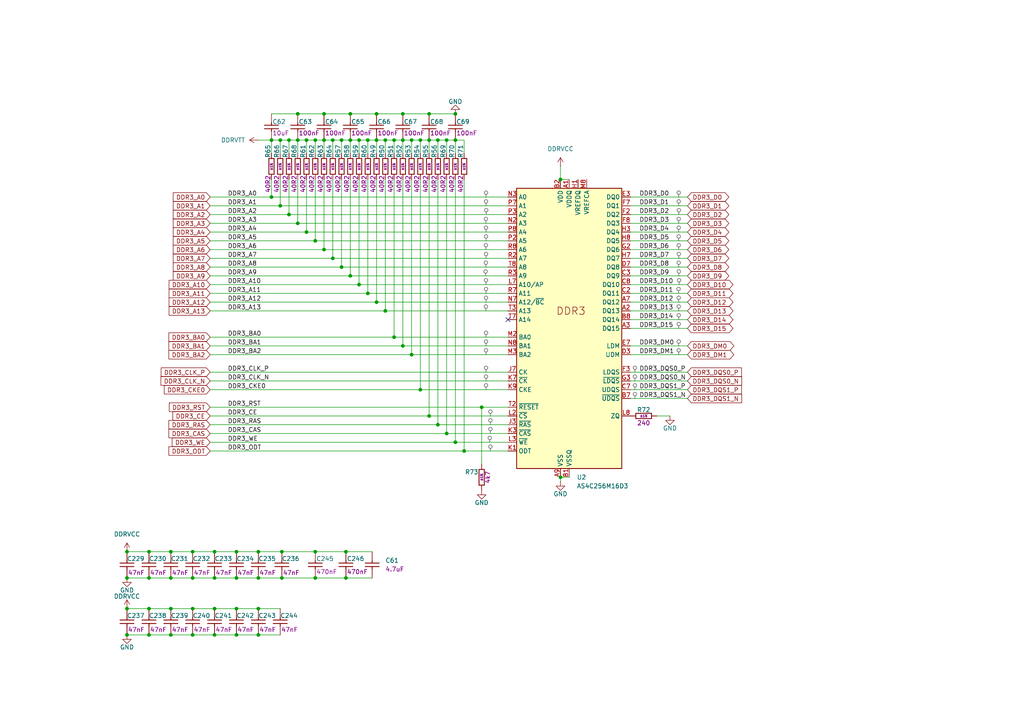
<source format=kicad_sch>
(kicad_sch (version 20250114) (generator "eeschema") (generator_version "9.0")
  (paper "A4")
  (junction (at 91.44 40.64))
  (junction (at 111.76 90.17))
  (junction (at 78.74 57.15))
  (junction (at 78.74 40.64))
  (junction (at 106.68 85.09))
  (junction (at 68.58 184.15))
  (junction (at 49.5508 184.15))
  (junction (at 91.44 69.85))
  (junction (at 36.83 176.53))
  (junction (at 114.3 40.64))
  (junction (at 55.88 160.02))
  (junction (at 100.33 167.64))
  (junction (at 83.82 62.23))
  (junction (at 68.58 160.02))
  (junction (at 49.5508 160.02))
  (junction (at 106.68 40.64))
  (junction (at 124.46 33.02))
  (junction (at 109.22 87.63))
  (junction (at 127 40.64))
  (junction (at 93.98 33.02))
  (junction (at 127 123.19))
  (junction (at 162.56 52.07))
  (junction (at 62.23 184.15))
  (junction (at 132.08 40.64))
  (junction (at 101.6 40.64))
  (junction (at 129.54 40.64))
  (junction (at 68.58 176.53))
  (junction (at 86.36 33.02))
  (junction (at 68.58 167.64))
  (junction (at 114.3 97.79))
  (junction (at 99.06 77.47))
  (junction (at 55.88 176.53))
  (junction (at 119.38 102.87))
  (junction (at 132.08 128.27))
  (junction (at 74.93 184.15))
  (junction (at 121.92 40.64))
  (junction (at 74.93 176.53))
  (junction (at 119.38 40.64))
  (junction (at 109.22 33.02))
  (junction (at 93.98 40.64))
  (junction (at 132.08 33.02))
  (junction (at 104.14 82.55))
  (junction (at 116.84 40.64))
  (junction (at 74.93 160.02))
  (junction (at 55.88 167.64))
  (junction (at 36.83 167.64))
  (junction (at 43.2103 160.02))
  (junction (at 49.5508 176.53))
  (junction (at 101.6 33.02))
  (junction (at 124.46 120.65))
  (junction (at 99.06 40.64))
  (junction (at 62.23 160.02))
  (junction (at 100.33 160.02))
  (junction (at 134.62 130.81))
  (junction (at 62.23 167.64))
  (junction (at 86.36 40.64))
  (junction (at 36.83 160.02))
  (junction (at 43.2103 167.64))
  (junction (at 43.2103 176.53))
  (junction (at 111.76 40.64))
  (junction (at 109.22 40.64))
  (junction (at 104.14 40.64))
  (junction (at 121.92 113.03))
  (junction (at 86.36 64.77))
  (junction (at 139.7 118.11))
  (junction (at 62.23 176.53))
  (junction (at 124.46 40.64))
  (junction (at 96.52 74.93))
  (junction (at 55.88 184.15))
  (junction (at 88.9 40.64))
  (junction (at 81.28 59.69))
  (junction (at 129.54 125.73))
  (junction (at 81.7496 160.02))
  (junction (at 88.9 67.31))
  (junction (at 74.93 167.64))
  (junction (at 116.84 100.33))
  (junction (at 36.83 184.15))
  (junction (at 43.2103 184.15))
  (junction (at 81.28 40.64))
  (junction (at 101.6 80.01))
  (junction (at 91.44 160.02))
  (junction (at 116.84 33.02))
  (junction (at 91.44 167.64))
  (junction (at 49.5508 167.64))
  (junction (at 93.98 72.39))
  (junction (at 83.82 40.64))
  (junction (at 162.56 138.43))
  (junction (at 96.52 40.64))
  (junction (at 81.7496 167.64))
  (no_connect (at 147.32 92.71))
  (wire (pts (xy 111.76 40.64) (xy 114.3 40.64)))
  (wire (pts (xy 43.2103 184.15) (xy 49.5508 184.15)))
  (wire (pts (xy 74.93 167.64) (xy 81.7496 167.64)))
  (wire (pts (xy 91.44 40.64) (xy 93.98 40.64)))
  (wire (pts (xy 91.44 69.85) (xy 147.32 69.85)))
  (wire (pts (xy 36.83 176.53) (xy 43.2103 176.53)))
  (wire (pts (xy 36.83 167.64) (xy 43.2103 167.64)))
  (wire (pts (xy 132.08 40.64) (xy 132.08 44.45)))
  (wire (pts (xy 81.28 59.69) (xy 147.32 59.69)))
  (wire (pts (xy 60.96 69.85) (xy 91.44 69.85)))
  (wire (pts (xy 104.14 40.64) (xy 106.68 40.64)))
  (wire (pts (xy 83.82 52.07) (xy 83.82 62.23)))
  (wire (pts (xy 68.58 176.53) (xy 74.93 176.53)))
  (wire (pts (xy 60.96 62.23) (xy 83.82 62.23)))
  (wire (pts (xy 182.88 110.49) (xy 199.39 110.49)))
  (wire (pts (xy 101.6 80.01) (xy 147.32 80.01)))
  (wire (pts (xy 78.74 57.15) (xy 147.32 57.15)))
  (wire (pts (xy 132.08 52.07) (xy 132.08 128.27)))
  (wire (pts (xy 182.88 59.69) (xy 199.39 59.69)))
  (wire (pts (xy 162.56 48.26) (xy 162.56 52.07)))
  (wire (pts (xy 116.84 52.07) (xy 116.84 100.33)))
  (wire (pts (xy 101.6 33.02) (xy 109.22 33.02)))
  (wire (pts (xy 60.96 125.73) (xy 129.54 125.73)))
  (wire (pts (xy 74.93 160.02) (xy 81.7496 160.02)))
  (wire (pts (xy 162.56 52.07) (xy 165.1 52.07)))
  (wire (pts (xy 60.96 87.63) (xy 109.22 87.63)))
  (wire (pts (xy 114.3 40.64) (xy 114.3 44.45)))
  (wire (pts (xy 43.2103 167.64) (xy 49.5508 167.64)))
  (wire (pts (xy 182.88 102.87) (xy 199.39 102.87)))
  (wire (pts (xy 60.96 64.77) (xy 86.36 64.77)))
  (wire (pts (xy 109.22 87.63) (xy 147.32 87.63)))
  (wire (pts (xy 190.5 120.65) (xy 194.31 120.65)))
  (wire (pts (xy 182.88 82.55) (xy 199.39 82.55)))
  (wire (pts (xy 43.2103 176.53) (xy 49.5508 176.53)))
  (wire (pts (xy 86.36 64.77) (xy 147.32 64.77)))
  (wire (pts (xy 129.54 40.64) (xy 132.08 40.64)))
  (wire (pts (xy 78.74 40.64) (xy 81.28 40.64)))
  (wire (pts (xy 60.96 130.81) (xy 134.62 130.81)))
  (wire (pts (xy 60.96 113.03) (xy 121.92 113.03)))
  (wire (pts (xy 60.96 102.87) (xy 119.38 102.87)))
  (wire (pts (xy 60.96 85.09) (xy 106.68 85.09)))
  (wire (pts (xy 60.96 80.01) (xy 101.6 80.01)))
  (wire (pts (xy 119.38 52.07) (xy 119.38 102.87)))
  (wire (pts (xy 106.68 85.09) (xy 147.32 85.09)))
  (wire (pts (xy 109.22 33.02) (xy 116.84 33.02)))
  (wire (pts (xy 182.88 57.15) (xy 199.39 57.15)))
  (wire (pts (xy 60.96 72.39) (xy 93.98 72.39)))
  (wire (pts (xy 60.96 120.65) (xy 124.46 120.65)))
  (wire (pts (xy 68.58 167.64) (xy 74.93 167.64)))
  (wire (pts (xy 101.6 52.07) (xy 101.6 80.01)))
  (wire (pts (xy 182.88 64.77) (xy 199.39 64.77)))
  (wire (pts (xy 93.98 40.64) (xy 93.98 44.45)))
  (wire (pts (xy 60.96 110.49) (xy 147.32 110.49)))
  (wire (pts (xy 100.33 167.64) (xy 107.95 167.64)))
  (wire (pts (xy 68.58 184.15) (xy 74.93 184.15)))
  (wire (pts (xy 99.06 40.64) (xy 101.6 40.64)))
  (wire (pts (xy 182.88 85.09) (xy 199.39 85.09)))
  (wire (pts (xy 83.82 62.23) (xy 147.32 62.23)))
  (wire (pts (xy 106.68 40.64) (xy 106.68 44.45)))
  (wire (pts (xy 101.6 40.64) (xy 104.14 40.64)))
  (wire (pts (xy 91.44 160.02) (xy 100.33 160.02)))
  (wire (pts (xy 86.36 40.64) (xy 86.36 44.45)))
  (wire (pts (xy 83.82 40.64) (xy 86.36 40.64)))
  (wire (pts (xy 182.88 74.93) (xy 199.39 74.93)))
  (wire (pts (xy 182.88 90.17) (xy 199.39 90.17)))
  (wire (pts (xy 60.96 57.15) (xy 78.74 57.15)))
  (wire (pts (xy 101.6 40.64) (xy 101.6 44.45)))
  (wire (pts (xy 109.22 40.64) (xy 111.76 40.64)))
  (wire (pts (xy 62.23 184.15) (xy 68.58 184.15)))
  (wire (pts (xy 124.46 40.64) (xy 124.46 44.45)))
  (wire (pts (xy 182.88 113.03) (xy 199.39 113.03)))
  (wire (pts (xy 60.96 77.47) (xy 99.06 77.47)))
  (wire (pts (xy 99.06 52.07) (xy 99.06 77.47)))
  (wire (pts (xy 119.38 40.64) (xy 119.38 44.45)))
  (wire (pts (xy 96.52 52.07) (xy 96.52 74.93)))
  (wire (pts (xy 93.98 40.64) (xy 96.52 40.64)))
  (wire (pts (xy 121.92 52.07) (xy 121.92 113.03)))
  (wire (pts (xy 81.28 40.64) (xy 83.82 40.64)))
  (wire (pts (xy 60.96 90.17) (xy 111.76 90.17)))
  (wire (pts (xy 49.5508 184.15) (xy 55.88 184.15)))
  (wire (pts (xy 111.76 40.64) (xy 111.76 44.45)))
  (wire (pts (xy 74.93 40.64) (xy 78.74 40.64)))
  (wire (pts (xy 99.06 40.64) (xy 99.06 44.45)))
  (wire (pts (xy 134.62 44.45) (xy 134.62 40.64)))
  (wire (pts (xy 78.74 33.02) (xy 86.36 33.02)))
  (wire (pts (xy 182.88 92.71) (xy 199.39 92.71)))
  (wire (pts (xy 49.5508 167.64) (xy 55.88 167.64)))
  (wire (pts (xy 182.88 77.47) (xy 199.39 77.47)))
  (wire (pts (xy 182.88 115.57) (xy 199.39 115.57)))
  (wire (pts (xy 124.46 33.02) (xy 132.08 33.02)))
  (wire (pts (xy 60.96 97.79) (xy 114.3 97.79)))
  (wire (pts (xy 60.96 100.33) (xy 116.84 100.33)))
  (wire (pts (xy 93.98 33.02) (xy 101.6 33.02)))
  (wire (pts (xy 104.14 82.55) (xy 147.32 82.55)))
  (wire (pts (xy 111.76 52.07) (xy 111.76 90.17)))
  (wire (pts (xy 182.88 62.23) (xy 199.39 62.23)))
  (wire (pts (xy 96.52 40.64) (xy 96.52 44.45)))
  (wire (pts (xy 55.88 176.53) (xy 62.23 176.53)))
  (wire (pts (xy 88.9 40.64) (xy 88.9 44.45)))
  (wire (pts (xy 74.93 184.15) (xy 81.28 184.15)))
  (wire (pts (xy 93.98 52.07) (xy 93.98 72.39)))
  (wire (pts (xy 129.54 52.07) (xy 129.54 125.73)))
  (wire (pts (xy 182.88 72.39) (xy 199.39 72.39)))
  (wire (pts (xy 81.7496 167.64) (xy 91.44 167.64)))
  (wire (pts (xy 36.83 160.02) (xy 43.2103 160.02)))
  (wire (pts (xy 139.7 118.11) (xy 147.32 118.11)))
  (wire (pts (xy 100.33 160.02) (xy 107.95 160.02)))
  (wire (pts (xy 124.46 40.64) (xy 127 40.64)))
  (wire (pts (xy 182.88 87.63) (xy 199.39 87.63)))
  (wire (pts (xy 182.88 107.95) (xy 199.39 107.95)))
  (wire (pts (xy 116.84 40.64) (xy 116.84 44.45)))
  (wire (pts (xy 68.58 160.02) (xy 74.93 160.02)))
  (wire (pts (xy 55.88 160.02) (xy 62.23 160.02)))
  (wire (pts (xy 74.93 176.53) (xy 81.28 176.53)))
  (wire (pts (xy 49.5508 160.02) (xy 55.88 160.02)))
  (wire (pts (xy 55.88 167.64) (xy 62.23 167.64)))
  (wire (pts (xy 60.96 107.95) (xy 147.32 107.95)))
  (wire (pts (xy 127 123.19) (xy 147.32 123.19)))
  (wire (pts (xy 139.7 118.11) (xy 139.7 134.62)))
  (wire (pts (xy 119.38 40.64) (xy 121.92 40.64)))
  (wire (pts (xy 121.92 40.64) (xy 124.46 40.64)))
  (wire (pts (xy 78.74 40.64) (xy 78.74 44.45)))
  (wire (pts (xy 127 40.64) (xy 127 44.45)))
  (wire (pts (xy 60.96 74.93) (xy 96.52 74.93)))
  (wire (pts (xy 116.84 40.64) (xy 119.38 40.64)))
  (wire (pts (xy 83.82 40.64) (xy 83.82 44.45)))
  (wire (pts (xy 60.96 118.11) (xy 139.7 118.11)))
  (wire (pts (xy 162.56 138.43) (xy 165.1 138.43)))
  (wire (pts (xy 36.83 184.15) (xy 43.2103 184.15)))
  (wire (pts (xy 114.3 52.07) (xy 114.3 97.79)))
  (wire (pts (xy 119.38 102.87) (xy 147.32 102.87)))
  (wire (pts (xy 78.74 52.07) (xy 78.74 57.15)))
  (wire (pts (xy 182.88 80.01) (xy 199.39 80.01)))
  (wire (pts (xy 104.14 40.64) (xy 104.14 44.45)))
  (wire (pts (xy 81.28 40.64) (xy 81.28 44.45)))
  (wire (pts (xy 106.68 52.07) (xy 106.68 85.09)))
  (wire (pts (xy 182.88 100.33) (xy 199.39 100.33)))
  (wire (pts (xy 104.14 52.07) (xy 104.14 82.55)))
  (wire (pts (xy 60.96 82.55) (xy 104.14 82.55)))
  (wire (pts (xy 162.56 138.43) (xy 162.56 139.7)))
  (wire (pts (xy 88.9 67.31) (xy 147.32 67.31)))
  (wire (pts (xy 111.76 90.17) (xy 147.32 90.17)))
  (wire (pts (xy 88.9 52.07) (xy 88.9 67.31)))
  (wire (pts (xy 116.84 33.02) (xy 124.46 33.02)))
  (wire (pts (xy 116.84 100.33) (xy 147.32 100.33)))
  (wire (pts (xy 124.46 120.65) (xy 147.32 120.65)))
  (wire (pts (xy 127 40.64) (xy 129.54 40.64)))
  (wire (pts (xy 114.3 97.79) (xy 147.32 97.79)))
  (wire (pts (xy 60.96 128.27) (xy 132.08 128.27)))
  (wire (pts (xy 62.23 176.53) (xy 68.58 176.53)))
  (wire (pts (xy 96.52 74.93) (xy 147.32 74.93)))
  (wire (pts (xy 49.5508 176.53) (xy 55.88 176.53)))
  (wire (pts (xy 81.28 52.07) (xy 81.28 59.69)))
  (wire (pts (xy 124.46 52.07) (xy 124.46 120.65)))
  (wire (pts (xy 106.68 40.64) (xy 109.22 40.64)))
  (wire (pts (xy 91.44 167.64) (xy 100.33 167.64)))
  (wire (pts (xy 129.54 40.64) (xy 129.54 44.45)))
  (wire (pts (xy 182.88 67.31) (xy 199.39 67.31)))
  (wire (pts (xy 91.44 40.64) (xy 91.44 44.45)))
  (wire (pts (xy 60.96 59.69) (xy 81.28 59.69)))
  (wire (pts (xy 134.62 130.81) (xy 147.32 130.81)))
  (wire (pts (xy 55.88 184.15) (xy 62.23 184.15)))
  (wire (pts (xy 134.62 52.07) (xy 134.62 130.81)))
  (wire (pts (xy 182.88 69.85) (xy 199.39 69.85)))
  (wire (pts (xy 109.22 52.07) (xy 109.22 87.63)))
  (wire (pts (xy 62.23 167.64) (xy 68.58 167.64)))
  (wire (pts (xy 88.9 40.64) (xy 91.44 40.64)))
  (wire (pts (xy 81.7496 160.02) (xy 91.44 160.02)))
  (wire (pts (xy 86.36 33.02) (xy 93.98 33.02)))
  (wire (pts (xy 109.22 40.64) (xy 109.22 44.45)))
  (wire (pts (xy 96.52 40.64) (xy 99.06 40.64)))
  (wire (pts (xy 91.44 52.07) (xy 91.44 69.85)))
  (wire (pts (xy 93.98 72.39) (xy 147.32 72.39)))
  (wire (pts (xy 86.36 52.07) (xy 86.36 64.77)))
  (wire (pts (xy 60.96 67.31) (xy 88.9 67.31)))
  (wire (pts (xy 43.2103 160.02) (xy 49.5508 160.02)))
  (wire (pts (xy 121.92 113.03) (xy 147.32 113.03)))
  (wire (pts (xy 114.3 40.64) (xy 116.84 40.64)))
  (wire (pts (xy 62.23 160.02) (xy 68.58 160.02)))
  (wire (pts (xy 132.08 40.64) (xy 134.62 40.64)))
  (wire (pts (xy 129.54 125.73) (xy 147.32 125.73)))
  (wire (pts (xy 127 52.07) (xy 127 123.19)))
  (wire (pts (xy 132.08 128.27) (xy 147.32 128.27)))
  (wire (pts (xy 182.88 95.25) (xy 199.39 95.25)))
  (wire (pts (xy 121.92 40.64) (xy 121.92 44.45)))
  (wire (pts (xy 60.96 123.19) (xy 127 123.19)))
  (wire (pts (xy 99.06 77.47) (xy 147.32 77.47)))
  (wire (pts (xy 86.36 40.64) (xy 88.9 40.64)))
  (label "DDR3_A8" (at 66.04 77.47 0))
  (label "DDR3_WE" (at 66.04 128.27 0))
  (label "DDR3_A10" (at 66.04 82.55 0))
  (label "DDR3_D15" (at 185.42 95.25 0))
  (label "DDR3_D5" (at 185.42 69.85 0))
  (label "DDR3_CKE0" (at 66.04 113.03 0))
  (label "DDR3_A13" (at 66.04 90.17 0))
  (label "DDR3_A11" (at 66.04 85.09 0))
  (label "DDR3_A4" (at 66.04 67.31 0))
  (label "DDR3_CAS" (at 66.04 125.73 0))
  (label "DDR3_D3" (at 185.42 64.77 0))
  (label "DDR3_RST" (at 66.04 118.11 0))
  (label "DDR3_A2" (at 66.04 62.23 0))
  (label "DDR3_BA1" (at 66.04 100.33 0))
  (label "DDR3_A9" (at 66.04 80.01 0))
  (label "DDR3_CLK_P" (at 66.04 107.95 0))
  (label "DDR3_DQS0_N" (at 185.42 110.49 0))
  (label "DDR3_CE" (at 66.04 120.65 0))
  (label "DDR3_RAS" (at 66.04 123.19 0))
  (label "DDR3_D10" (at 185.42 82.55 0))
  (label "DDR3_D2" (at 185.42 62.23 0))
  (label "DDR3_D11" (at 185.42 85.09 0))
  (label "DDR3_D8" (at 185.42 77.47 0))
  (label "DDR3_BA0" (at 66.04 97.79 0))
  (label "DDR3_DQS0_P" (at 185.42 107.95 0))
  (label "DDR3_D14" (at 185.42 92.71 0))
  (label "DDR3_DM1" (at 185.42 102.87 0))
  (label "DDR3_A5" (at 66.04 69.85 0))
  (label "DDR3_D1" (at 185.42 59.69 0))
  (label "DDR3_D13" (at 185.42 90.17 0))
  (label "DDR3_A7" (at 66.04 74.93 0))
  (label "DDR3_D12" (at 185.42 87.63 0))
  (label "DDR3_BA2" (at 66.04 102.87 0))
  (label "DDR3_D6" (at 185.42 72.39 0))
  (label "DDR3_A6" (at 66.04 72.39 0))
  (label "DDR3_CLK_N" (at 66.04 110.49 0))
  (label "DDR3_ODT" (at 66.04 130.81 0))
  (label "DDR3_A3" (at 66.04 64.77 0))
  (label "DDR3_DM0" (at 185.42 100.33 0))
  (label "DDR3_A0" (at 66.04 57.15 0))
  (label "DDR3_A1" (at 66.04 59.69 0))
  (label "DDR3_D9" (at 185.42 80.01 0))
  (label "DDR3_A12" (at 66.04 87.63 0))
  (label "DDR3_DQS1_N" (at 185.42 115.57 0))
  (label "DDR3_DQS1_P" (at 185.42 113.03 0))
  (label "DDR3_D7" (at 185.42 74.93 0))
  (label "DDR3_D4" (at 185.42 67.31 0))
  (label "DDR3_D0" (at 185.42 57.15 0))
  (global_label "DDR3_D12" (shape bidirectional) (at 199.39 87.63 0) (property "Intersheetrefs" "${INTERSHEET_REFS}" (effects (hide yes))))
  (global_label "DDR3_BA1" (shape input) (at 60.96 100.33 180) (property "Intersheetrefs" "${INTERSHEET_REFS}" (effects (hide yes))))
  (global_label "DDR3_A7" (shape input) (at 60.96 74.93 180) (property "Intersheetrefs" "${INTERSHEET_REFS}" (effects (hide yes))))
  (global_label "DDR3_D10" (shape bidirectional) (at 199.39 82.55 0) (property "Intersheetrefs" "${INTERSHEET_REFS}" (effects (hide yes))))
  (global_label "DDR3_WE" (shape input) (at 60.96 128.27 180) (property "Intersheetrefs" "${INTERSHEET_REFS}" (effects (hide yes))))
  (global_label "DDR3_D14" (shape bidirectional) (at 199.39 92.71 0) (property "Intersheetrefs" "${INTERSHEET_REFS}" (effects (hide yes))))
  (global_label "DDR3_DQS0_N" (shape input) (at 199.39 110.49 0) (property "Intersheetrefs" "${INTERSHEET_REFS}" (effects (hide yes))))
  (global_label "DDR3_A3" (shape input) (at 60.96 64.77 180) (property "Intersheetrefs" "${INTERSHEET_REFS}" (effects (hide yes))))
  (global_label "DDR3_A4" (shape input) (at 60.96 67.31 180) (property "Intersheetrefs" "${INTERSHEET_REFS}" (effects (hide yes))))
  (global_label "DDR3_RAS" (shape input) (at 60.96 123.19 180) (property "Intersheetrefs" "${INTERSHEET_REFS}" (effects (hide yes))))
  (global_label "DDR3_A2" (shape input) (at 60.96 62.23 180) (property "Intersheetrefs" "${INTERSHEET_REFS}" (effects (hide yes))))
  (global_label "DDR3_ODT" (shape input) (at 60.96 130.81 180) (property "Intersheetrefs" "${INTERSHEET_REFS}" (effects (hide yes))))
  (global_label "DDR3_DM1" (shape bidirectional) (at 199.39 102.87 0) (property "Intersheetrefs" "${INTERSHEET_REFS}" (effects (hide yes))))
  (global_label "DDR3_BA2" (shape input) (at 60.96 102.87 180) (property "Intersheetrefs" "${INTERSHEET_REFS}" (effects (hide yes))))
  (global_label "DDR3_A10" (shape input) (at 60.96 82.55 180) (property "Intersheetrefs" "${INTERSHEET_REFS}" (effects (hide yes))))
  (global_label "DDR3_D7" (shape bidirectional) (at 199.39 74.93 0) (property "Intersheetrefs" "${INTERSHEET_REFS}" (effects (hide yes))))
  (global_label "DDR3_A0" (shape input) (at 60.96 57.15 180) (property "Intersheetrefs" "${INTERSHEET_REFS}" (effects (hide yes))))
  (global_label "DDR3_D3" (shape bidirectional) (at 199.39 64.77 0) (property "Intersheetrefs" "${INTERSHEET_REFS}" (effects (hide yes))))
  (global_label "DDR3_D5" (shape bidirectional) (at 199.39 69.85 0) (property "Intersheetrefs" "${INTERSHEET_REFS}" (effects (hide yes))))
  (global_label "DDR3_A12" (shape input) (at 60.96 87.63 180) (property "Intersheetrefs" "${INTERSHEET_REFS}" (effects (hide yes))))
  (global_label "DDR3_A11" (shape input) (at 60.96 85.09 180) (property "Intersheetrefs" "${INTERSHEET_REFS}" (effects (hide yes))))
  (global_label "DDR3_D8" (shape bidirectional) (at 199.39 77.47 0) (property "Intersheetrefs" "${INTERSHEET_REFS}" (effects (hide yes))))
  (global_label "DDR3_D4" (shape bidirectional) (at 199.39 67.31 0) (property "Intersheetrefs" "${INTERSHEET_REFS}" (effects (hide yes))))
  (global_label "DDR3_D13" (shape bidirectional) (at 199.39 90.17 0) (property "Intersheetrefs" "${INTERSHEET_REFS}" (effects (hide yes))))
  (global_label "DDR3_RST" (shape input) (at 60.96 118.11 180) (property "Intersheetrefs" "${INTERSHEET_REFS}" (effects (hide yes))))
  (global_label "DDR3_A8" (shape input) (at 60.96 77.47 180) (property "Intersheetrefs" "${INTERSHEET_REFS}" (effects (hide yes))))
  (global_label "DDR3_D9" (shape bidirectional) (at 199.39 80.01 0) (property "Intersheetrefs" "${INTERSHEET_REFS}" (effects (hide yes))))
  (global_label "DDR3_DM0" (shape bidirectional) (at 199.39 100.33 0) (property "Intersheetrefs" "${INTERSHEET_REFS}" (effects (hide yes))))
  (global_label "DDR3_D15" (shape bidirectional) (at 199.39 95.25 0) (property "Intersheetrefs" "${INTERSHEET_REFS}" (effects (hide yes))))
  (global_label "DDR3_CKE0" (shape input) (at 60.96 113.03 180) (property "Intersheetrefs" "${INTERSHEET_REFS}" (effects (hide yes))))
  (global_label "DDR3_CLK_N" (shape input) (at 60.96 110.49 180) (property "Intersheetrefs" "${INTERSHEET_REFS}" (effects (hide yes))))
  (global_label "DDR3_D11" (shape bidirectional) (at 199.39 85.09 0) (property "Intersheetrefs" "${INTERSHEET_REFS}" (effects (hide yes))))
  (global_label "DDR3_D0" (shape bidirectional) (at 199.39 57.15 0) (property "Intersheetrefs" "${INTERSHEET_REFS}" (effects (hide yes))))
  (global_label "DDR3_CE" (shape input) (at 60.96 120.65 180) (property "Intersheetrefs" "${INTERSHEET_REFS}" (effects (hide yes))))
  (global_label "DDR3_CLK_P" (shape input) (at 60.96 107.95 180) (property "Intersheetrefs" "${INTERSHEET_REFS}" (effects (hide yes))))
  (global_label "DDR3_DQS0_P" (shape input) (at 199.39 107.95 0) (property "Intersheetrefs" "${INTERSHEET_REFS}" (effects (hide yes))))
  (global_label "DDR3_BA0" (shape input) (at 60.96 97.79 180) (property "Intersheetrefs" "${INTERSHEET_REFS}" (effects (hide yes))))
  (global_label "DDR3_DQS1_P" (shape input) (at 199.39 113.03 0) (property "Intersheetrefs" "${INTERSHEET_REFS}" (effects (hide yes))))
  (global_label "DDR3_D1" (shape bidirectional) (at 199.39 59.69 0) (property "Intersheetrefs" "${INTERSHEET_REFS}" (effects (hide yes))))
  (global_label "DDR3_CAS" (shape input) (at 60.96 125.73 180) (property "Intersheetrefs" "${INTERSHEET_REFS}" (effects (hide yes))))
  (global_label "DDR3_A6" (shape input) (at 60.96 72.39 180) (property "Intersheetrefs" "${INTERSHEET_REFS}" (effects (hide yes))))
  (global_label "DDR3_A13" (shape input) (at 60.96 90.17 180) (property "Intersheetrefs" "${INTERSHEET_REFS}" (effects (hide yes))))
  (global_label "DDR3_A5" (shape input) (at 60.96 69.85 180) (property "Intersheetrefs" "${INTERSHEET_REFS}" (effects (hide yes))))
  (global_label "DDR3_A9" (shape input) (at 60.96 80.01 180) (property "Intersheetrefs" "${INTERSHEET_REFS}" (effects (hide yes))))
  (global_label "DDR3_D2" (shape bidirectional) (at 199.39 62.23 0) (property "Intersheetrefs" "${INTERSHEET_REFS}" (effects (hide yes))))
  (global_label "DDR3_D6" (shape bidirectional) (at 199.39 72.39 0) (property "Intersheetrefs" "${INTERSHEET_REFS}" (effects (hide yes))))
  (global_label "DDR3_DQS1_N" (shape input) (at 199.39 115.57 0) (property "Intersheetrefs" "${INTERSHEET_REFS}" (effects (hide yes))))
  (global_label "DDR3_A1" (shape input) (at 60.96 59.69 180) (property "Intersheetrefs" "${INTERSHEET_REFS}" (effects (hide yes))))
  (netclass_flag "" (length 1.27) (shape round) (at 196.85 64.77 0) (property "Netclass" "DDRLD" (effects (hide yes))))
  (netclass_flag "" (length 1.27) (shape round) (at 140.97 110.49 0) (property "Netclass" "DDRA" (effects (hide yes))))
  (netclass_flag "" (length 1.27) (shape round) (at 142.24 130.81 0) (property "Netclass" "DDRA" (effects (hide yes))))
  (netclass_flag "" (length 1.27) (shape round) (at 140.97 59.69 0) (property "Netclass" "DDRA" (effects (hide yes))))
  (netclass_flag "" (length 1.27) (shape round) (at 140.97 100.33 0) (property "Netclass" "DDRA" (effects (hide yes))))
  (netclass_flag "" (length 1.27) (shape round) (at 196.9725 82.55 0) (property "Netclass" "DDRUD" (effects (hide yes))))
  (netclass_flag "" (length 1.27) (shape round) (at 140.97 69.85 0) (property "Netclass" "DDRA" (effects (hide yes))))
  (netclass_flag "" (length 1.27) (shape round) (at 196.8898 80.01 0) (property "Netclass" "DDRUD" (effects (hide yes))))
  (netclass_flag "" (length 1.27) (shape round) (at 196.85 100.33 0) (property "Netclass" "DDRLD" (effects (hide yes))))
  (netclass_flag "" (length 1.27) (shape round) (at 196.85 87.63 0) (property "Netclass" "DDRUD" (effects (hide yes))))
  (netclass_flag "" (length 1.27) (shape round) (at 140.97 67.31 0) (property "Netclass" "DDRA" (effects (hide yes))))
  (netclass_flag "" (length 1.27) (shape round) (at 196.85 72.39 0) (property "Netclass" "DDRLD" (effects (hide yes))))
  (netclass_flag "" (length 1.27) (shape round) (at 141.025 62.23 0) (property "Netclass" "DDRA" (effects (hide yes))))
  (netclass_flag "" (length 1.27) (shape round) (at 140.9304 77.47 0) (property "Netclass" "DDRA" (effects (hide yes))))
  (netclass_flag "" (length 1.27) (shape round) (at 184.15 107.95 0) (property "Netclass" "DDRLD" (effects (hide yes))))
  (netclass_flag "" (length 1.27) (shape round) (at 140.9304 64.77 0) (property "Netclass" "DDRA" (effects (hide yes))))
  (netclass_flag "" (length 1.27) (shape round) (at 142.24 120.65 0) (property "Netclass" "DDRA" (effects (hide yes))))
  (netclass_flag "" (length 1.27) (shape round) (at 196.8898 62.23 0) (property "Netclass" "DDRLD" (effects (hide yes))))
  (netclass_flag "" (length 1.27) (shape round) (at 140.97 57.15 0) (property "Netclass" "DDRA" (effects (hide yes))))
  (netclass_flag "" (length 1.27) (shape round) (at 196.85 95.25 0) (property "Netclass" "DDRUD" (effects (hide yes))))
  (netclass_flag "" (length 1.27) (shape round) (at 140.97 87.63 0) (property "Netclass" "DDRA" (effects (hide yes))))
  (netclass_flag "" (length 1.27) (shape round) (at 196.8898 74.93 0) (property "Netclass" "DDRLD" (effects (hide yes))))
  (netclass_flag "" (length 1.27) (shape round) (at 196.85 102.87 0) (property "Netclass" "DDRUD" (effects (hide yes))))
  (netclass_flag "" (length 1.27) (shape round) (at 196.85 67.31 0) (property "Netclass" "DDRLD" (effects (hide yes))))
  (netclass_flag "" (length 1.27) (shape round) (at 140.97 74.93 0) (property "Netclass" "DDRA" (effects (hide yes))))
  (netclass_flag "" (length 1.27) (shape round) (at 196.85 90.17 0) (property "Netclass" "DDRUD" (effects (hide yes))))
  (netclass_flag "" (length 1.27) (shape round) (at 140.97 97.79 0) (property "Netclass" "DDRA" (effects (hide yes))))
  (netclass_flag "" (length 1.27) (shape round) (at 140.97 107.95 0) (property "Netclass" "DDRA" (effects (hide yes))))
  (netclass_flag "" (length 1.27) (shape round) (at 140.97 82.55 0) (property "Netclass" "DDRA" (effects (hide yes))))
  (netclass_flag "" (length 1.27) (shape round) (at 140.9304 90.17 0) (property "Netclass" "DDRA" (effects (hide yes))))
  (netclass_flag "" (length 1.27) (shape round) (at 142.24 125.73 0) (property "Netclass" "DDRA" (effects (hide yes))))
  (netclass_flag "" (length 1.27) (shape round) (at 196.85 57.15 0) (property "Netclass" "DDRLD" (effects (hide yes))))
  (netclass_flag "" (length 1.27) (shape round) (at 140.97 102.87 0) (property "Netclass" "DDRA" (effects (hide yes))))
  (netclass_flag "" (length 1.27) (shape round) (at 140.97 85.09 0) (property "Netclass" "DDRA" (effects (hide yes))))
  (netclass_flag "" (length 1.27) (shape round) (at 140.8358 80.01 0) (property "Netclass" "DDRA" (effects (hide yes))))
  (netclass_flag "" (length 1.27) (shape round) (at 196.85 77.47 0) (property "Netclass" "DDRUD" (effects (hide yes))))
  (netclass_flag "" (length 1.27) (shape round) (at 196.85 69.85 0) (property "Netclass" "DDRLD" (effects (hide yes))))
  (netclass_flag "" (length 1.27) (shape round) (at 184.15 110.49 0) (property "Netclass" "DDRLD" (effects (hide yes))))
  (netclass_flag "" (length 1.27) (shape round) (at 196.807 85.09 0) (property "Netclass" "DDRUD" (effects (hide yes))))
  (netclass_flag "" (length 1.27) (shape round) (at 142.24 123.19 0) (property "Netclass" "DDRA" (effects (hide yes))))
  (netclass_flag "" (length 1.27) (shape round) (at 140.97 113.03 0) (property "Netclass" "DDRA" (effects (hide yes))))
  (netclass_flag "" (length 1.27) (shape round) (at 142.0507 128.27 0) (property "Netclass" "DDRA" (effects (hide yes))))
  (netclass_flag "" (length 1.27) (shape round) (at 184.15 115.57 0) (property "Netclass" "DDRUD" (effects (hide yes))))
  (netclass_flag "" (length 1.27) (shape round) (at 140.9304 72.39 0) (property "Netclass" "DDRA" (effects (hide yes))))
  (netclass_flag "" (length 1.27) (shape round) (at 184.15 113.03 0) (property "Netclass" "DDRUD" (effects (hide yes))))
  (netclass_flag "" (length 1.27) (shape round) (at 196.85 59.69 0) (property "Netclass" "DDRLD" (effects (hide yes))))
  (netclass_flag "" (length 1.27) (shape round) (at 196.85 92.71 0) (property "Netclass" "DDRUD" (effects (hide yes))))
  (symbol (lib_id "Resistors SMD:R0402_40R2_1%_0.0625W_100PPM") (at 127 52.07 90) (unit 1)
    (property "Reference" "R56" (at 125.984 41.91 0) (effects (justify right)))
    (property "Value" "R0402_40R2_1%_0.0625W_100PPM" (effects (hide yes)))
    (property "Footprint" "Resistors SMD:RESC1005X40N" (effects (hide yes)))
    (property "Datasheet" "\\\\cern.ch\\dfs\\Applications\\Altium\\Datasheets\\R0402_VISHAY_CRCW e3.pdf" (effects (hide yes)))
    (property "Description" "General Purpose Thick Film Chip Resistor" (effects (hide yes)))
    (property "Tolerance" "±1%" (at 127 47.244 0) (effects (font (size 0.635 0.635)) (justify right)))
    (property "Val" "40R2" (at 125.984 50.8 0) (effects (justify right)))
    (property "Part Number" "R0402_40R2_1%_0.0625W_100PPM" (effects (hide yes)))
    (property "Library Ref" "Resistor - 1%" (effects (hide yes)))
    (property "Library Path" "SchLib\\Resistors.SchLib" (effects (hide yes)))
    (property "Comment" "40R2" (effects (hide yes)))
    (property "Component Kind" "Standard" (effects (hide yes)))
    (property "Component Type" "Standard" (effects (hide yes)))
    (property "PackageDescription" " " (effects (hide yes)))
    (property "Pin Count" "2" (effects (hide yes)))
    (property "Footprint Path" "PcbLib\\Resistors SMD.PcbLib" (effects (hide yes)))
    (property "Footprint Ref" "RESC1005X40N" (effects (hide yes)))
    (property "Status" "None" (effects (hide yes)))
    (property "Power" "0.0625W" (effects (hide yes)))
    (property "TC" "±100ppm/°C" (effects (hide yes)))
    (property "Voltage" " " (effects (hide yes)))
    (property "Part Description" "General Purpose Thick Film Chip Resistor" (effects (hide yes)))
    (property "Manufacturer" "GENERIC" (effects (hide yes)))
    (property "Manufacturer Part Number" "R0402_40R2_1%_0.0625W_100PPM" (effects (hide yes)))
    (property "Case" "0402" (effects (hide yes)))
    (property "PressFit" "No" (effects (hide yes)))
    (property "Mounted" "Yes" (effects (hide yes)))
    (property "Sense Comment" " " (effects (hide yes)))
    (property "Sense" "No" (effects (hide yes)))
    (property "Status Comment" " " (effects (hide yes)))
    (property "Socket" "No" (effects (hide yes)))
    (property "SMD" "Yes" (effects (hide yes)))
    (property "ComponentHeight" " " (effects (hide yes)))
    (property "Manufacturer1 Example" "VISHAY" (effects (hide yes)))
    (property "Manufacturer1 Part Number" "CRCW040240R2FK" (effects (hide yes)))
    (property "Manufacturer1 ComponentHeight" "0.4mm" (effects (hide yes)))
    (property "HelpURL" "\\\\cern.ch\\dfs\\Applications\\Altium\\Datasheets\\R0402_VISHAY_CRCW e3.pdf" (effects (hide yes)))
    (property "Author" "CERN DEM JLC" (effects (hide yes)))
    (property "CreateDate" "02/03/15 00:00:00" (effects (hide yes)))
    (property "LatestRevisionDate" "02/03/15 00:00:00" (effects (hide yes)))
    (property "Database Table Name" "Resistors" (effects (hide yes)))
    (property "Library Name" "Resistors SMD" (effects (hide yes)))
    (property "Footprint Library" "Resistors SMD" (effects (hide yes)))
    (property "License" "CC-BY-SA 4.0" (effects (hide yes)))
  )
  (symbol (lib_id "Capacitors SMD:CC0201_47NF_6.3V_10%_X5R") (at 62.23 184.15 90) (unit 1)
    (property "Reference" "C241" (at 62.23 178.562 90) (effects (justify right)))
    (property "Value" "CC0201_47NF_6.3V_10%_X5R" (effects (hide yes)))
    (property "Footprint" "Capacitors SMD:CAPC0603X33N" (effects (hide yes)))
    (property "Datasheet" "\\\\cern.ch\\dfs\\Applications\\Altium\\Datasheets\\CC0201_X5R_AVX.pdf" (effects (hide yes)))
    (property "Description" "SMD Multilayer Chip Ceramic Capacitor" (effects (hide yes)))
    (property "Val" "47nF" (at 62.484 182.626 90) (effects (justify right)))
    (property "Part Number" "CC0201_47NF_6.3V_10%_X5R" (effects (hide yes)))
    (property "Library Ref" "Capacitor - non polarized" (effects (hide yes)))
    (property "Library Path" "SchLib\\Capacitors.SchLib" (effects (hide yes)))
    (property "Comment" "47nF" (effects (hide yes)))
    (property "Component Kind" "Standard" (effects (hide yes)))
    (property "Component Type" "Standard" (effects (hide yes)))
    (property "Pin Count" "2" (effects (hide yes)))
    (property "Footprint Path" "PcbLib\\Capacitors SMD.PcbLib" (effects (hide yes)))
    (property "Footprint Ref" "CAPC0603X33N" (effects (hide yes)))
    (property "PackageDescription" " " (effects (hide yes)))
    (property "Status" "Not Recommended" (effects (hide yes)))
    (property "Status Comment" " " (effects (hide yes)))
    (property "Voltage" "6.3V" (effects (hide yes)))
    (property "TC" "X5R" (effects (hide yes)))
    (property "Tolerance" "±10%" (effects (hide yes)))
    (property "Part Description" "SMD Multilayer Chip Ceramic Capacitor" (effects (hide yes)))
    (property "Manufacturer" "GENERIC" (effects (hide yes)))
    (property "Manufacturer Part Number" "CC0201_47NF_6.3V_10%_X5R" (effects (hide yes)))
    (property "Case" "0201" (effects (hide yes)))
    (property "Mounted" "Yes" (effects (hide yes)))
    (property "Socket" "No" (effects (hide yes)))
    (property "SMD" "Yes" (effects (hide yes)))
    (property "PressFit" " " (effects (hide yes)))
    (property "Sense" "No" (effects (hide yes)))
    (property "Sense Comment" " " (effects (hide yes)))
    (property "ComponentHeight" " " (effects (hide yes)))
    (property "Manufacturer1 Example" "AVX" (effects (hide yes)))
    (property "Manufacturer1 Part Number" "02016D473KAT2A" (effects (hide yes)))
    (property "Manufacturer1 ComponentHeight" "0.33mm" (effects (hide yes)))
    (property "HelpURL" "\\\\cern.ch\\dfs\\Applications\\Altium\\Datasheets\\CC0201_X5R_AVX.pdf" (effects (hide yes)))
    (property "Author" "CERN DEM JLC" (effects (hide yes)))
    (property "CreateDate" "12/03/07 00:00:00" (effects (hide yes)))
    (property "LatestRevisionDate" "12/03/07 00:00:00" (effects (hide yes)))
    (property "Database Table Name" "Capacitors" (effects (hide yes)))
    (property "Library Name" "Capacitors SMD" (effects (hide yes)))
    (property "Footprint Library" "Capacitors SMD" (effects (hide yes)))
    (property "License" "CC-BY-SA 4.0" (effects (hide yes)))
  )
  (symbol (lib_id "Capacitors SMD:CC0201_470NF_4V_20%_X5R") (at 91.44 167.64 90) (unit 1)
    (property "Reference" "C245" (at 91.694 162.052 90) (effects (justify right)))
    (property "Value" "CC0201_470NF_4V_20%_X5R" (effects (hide yes)))
    (property "Footprint" "Capacitors SMD:CAPC0603X33N" (effects (hide yes)))
    (property "Datasheet" "\\\\cern.ch\\dfs\\Applications\\Altium\\Datasheets\\CC0201_X5R_TAIYO-YUDEN_STANDARD-CLASS2.pdf" (effects (hide yes)))
    (property "Description" "SMD Multilayer Chip Ceramic Capacitor" (effects (hide yes)))
    (property "Val" "470nF" (at 91.694 165.862 90) (effects (justify right)))
    (property "Part Number" "CC0201_470NF_4V_20%_X5R" (effects (hide yes)))
    (property "Library Ref" "Capacitor - non polarized" (effects (hide yes)))
    (property "Library Path" "SchLib\\Capacitors.SchLib" (effects (hide yes)))
    (property "Comment" "470nF" (effects (hide yes)))
    (property "Component Kind" "Standard" (effects (hide yes)))
    (property "Component Type" "Standard" (effects (hide yes)))
    (property "Pin Count" "2" (effects (hide yes)))
    (property "Footprint Path" "PcbLib\\Capacitors SMD.PcbLib" (effects (hide yes)))
    (property "Footprint Ref" "CAPC0603X33N" (effects (hide yes)))
    (property "PackageDescription" " " (effects (hide yes)))
    (property "Status" "Not Recommended" (effects (hide yes)))
    (property "Status Comment" " " (effects (hide yes)))
    (property "Voltage" "4V" (effects (hide yes)))
    (property "TC" "X5R" (effects (hide yes)))
    (property "Tolerance" "±20%" (effects (hide yes)))
    (property "Part Description" "SMD Multilayer Chip Ceramic Capacitor" (effects (hide yes)))
    (property "Manufacturer" "GENERIC" (effects (hide yes)))
    (property "Manufacturer Part Number" "CC0201_470NF_4V_20%_X5R" (effects (hide yes)))
    (property "Case" "0201" (effects (hide yes)))
    (property "Mounted" "Yes" (effects (hide yes)))
    (property "Socket" "No" (effects (hide yes)))
    (property "SMD" "Yes" (effects (hide yes)))
    (property "PressFit" " " (effects (hide yes)))
    (property "Sense" "No" (effects (hide yes)))
    (property "Sense Comment" " " (effects (hide yes)))
    (property "ComponentHeight" " " (effects (hide yes)))
    (property "Manufacturer1 Example" "TAIYO YUDEN" (effects (hide yes)))
    (property "Manufacturer1 Part Number" "AMK063BJ474MP-F" (effects (hide yes)))
    (property "Manufacturer1 ComponentHeight" "0.33mm" (effects (hide yes)))
    (property "HelpURL" "\\\\cern.ch\\dfs\\Applications\\Altium\\Datasheets\\CC0201_X5R_TAIYO-YUDEN_STANDARD-CLASS2.pdf" (effects (hide yes)))
    (property "Author" "CERN DEM JLC" (effects (hide yes)))
    (property "CreateDate" "05/27/10 00:00:00" (effects (hide yes)))
    (property "LatestRevisionDate" "05/27/10 00:00:00" (effects (hide yes)))
    (property "Database Table Name" "Capacitors" (effects (hide yes)))
    (property "Library Name" "Capacitors SMD" (effects (hide yes)))
    (property "Footprint Library" "Capacitors SMD" (effects (hide yes)))
    (property "License" "CC-BY-SA 4.0" (effects (hide yes)))
  )
  (symbol (lib_id "Resistors SMD:R0402_40R2_1%_0.0625W_100PPM") (at 104.14 52.07 90) (unit 1)
    (property "Reference" "R59" (at 103.124 41.91 0) (effects (justify right)))
    (property "Value" "R0402_40R2_1%_0.0625W_100PPM" (effects (hide yes)))
    (property "Footprint" "Resistors SMD:RESC1005X40N" (effects (hide yes)))
    (property "Datasheet" "\\\\cern.ch\\dfs\\Applications\\Altium\\Datasheets\\R0402_VISHAY_CRCW e3.pdf" (effects (hide yes)))
    (property "Description" "General Purpose Thick Film Chip Resistor" (effects (hide yes)))
    (property "Tolerance" "±1%" (at 104.14 47.244 0) (effects (font (size 0.635 0.635)) (justify right)))
    (property "Val" "40R2" (at 103.124 50.8 0) (effects (justify right)))
    (property "Part Number" "R0402_40R2_1%_0.0625W_100PPM" (effects (hide yes)))
    (property "Library Ref" "Resistor - 1%" (effects (hide yes)))
    (property "Library Path" "SchLib\\Resistors.SchLib" (effects (hide yes)))
    (property "Comment" "40R2" (effects (hide yes)))
    (property "Component Kind" "Standard" (effects (hide yes)))
    (property "Component Type" "Standard" (effects (hide yes)))
    (property "PackageDescription" " " (effects (hide yes)))
    (property "Pin Count" "2" (effects (hide yes)))
    (property "Footprint Path" "PcbLib\\Resistors SMD.PcbLib" (effects (hide yes)))
    (property "Footprint Ref" "RESC1005X40N" (effects (hide yes)))
    (property "Status" "None" (effects (hide yes)))
    (property "Power" "0.0625W" (effects (hide yes)))
    (property "TC" "±100ppm/°C" (effects (hide yes)))
    (property "Voltage" " " (effects (hide yes)))
    (property "Part Description" "General Purpose Thick Film Chip Resistor" (effects (hide yes)))
    (property "Manufacturer" "GENERIC" (effects (hide yes)))
    (property "Manufacturer Part Number" "R0402_40R2_1%_0.0625W_100PPM" (effects (hide yes)))
    (property "Case" "0402" (effects (hide yes)))
    (property "PressFit" "No" (effects (hide yes)))
    (property "Mounted" "Yes" (effects (hide yes)))
    (property "Sense Comment" " " (effects (hide yes)))
    (property "Sense" "No" (effects (hide yes)))
    (property "Status Comment" " " (effects (hide yes)))
    (property "Socket" "No" (effects (hide yes)))
    (property "SMD" "Yes" (effects (hide yes)))
    (property "ComponentHeight" " " (effects (hide yes)))
    (property "Manufacturer1 Example" "VISHAY" (effects (hide yes)))
    (property "Manufacturer1 Part Number" "CRCW040240R2FK" (effects (hide yes)))
    (property "Manufacturer1 ComponentHeight" "0.4mm" (effects (hide yes)))
    (property "HelpURL" "\\\\cern.ch\\dfs\\Applications\\Altium\\Datasheets\\R0402_VISHAY_CRCW e3.pdf" (effects (hide yes)))
    (property "Author" "CERN DEM JLC" (effects (hide yes)))
    (property "CreateDate" "02/03/15 00:00:00" (effects (hide yes)))
    (property "LatestRevisionDate" "02/03/15 00:00:00" (effects (hide yes)))
    (property "Database Table Name" "Resistors" (effects (hide yes)))
    (property "Library Name" "Resistors SMD" (effects (hide yes)))
    (property "Footprint Library" "Resistors SMD" (effects (hide yes)))
    (property "License" "CC-BY-SA 4.0" (effects (hide yes)))
  )
  (symbol (lib_id "Resistors SMD:R0402_40R2_1%_0.0625W_100PPM") (at 93.98 52.07 90) (unit 1)
    (property "Reference" "R63" (at 92.964 41.91 0) (effects (justify right)))
    (property "Value" "R0402_40R2_1%_0.0625W_100PPM" (effects (hide yes)))
    (property "Footprint" "Resistors SMD:RESC1005X40N" (effects (hide yes)))
    (property "Datasheet" "\\\\cern.ch\\dfs\\Applications\\Altium\\Datasheets\\R0402_VISHAY_CRCW e3.pdf" (effects (hide yes)))
    (property "Description" "General Purpose Thick Film Chip Resistor" (effects (hide yes)))
    (property "Tolerance" "±1%" (at 93.98 47.244 0) (effects (font (size 0.635 0.635)) (justify right)))
    (property "Val" "40R2" (at 92.964 50.8 0) (effects (justify right)))
    (property "Part Number" "R0402_40R2_1%_0.0625W_100PPM" (effects (hide yes)))
    (property "Library Ref" "Resistor - 1%" (effects (hide yes)))
    (property "Library Path" "SchLib\\Resistors.SchLib" (effects (hide yes)))
    (property "Comment" "40R2" (effects (hide yes)))
    (property "Component Kind" "Standard" (effects (hide yes)))
    (property "Component Type" "Standard" (effects (hide yes)))
    (property "PackageDescription" " " (effects (hide yes)))
    (property "Pin Count" "2" (effects (hide yes)))
    (property "Footprint Path" "PcbLib\\Resistors SMD.PcbLib" (effects (hide yes)))
    (property "Footprint Ref" "RESC1005X40N" (effects (hide yes)))
    (property "Status" "None" (effects (hide yes)))
    (property "Power" "0.0625W" (effects (hide yes)))
    (property "TC" "±100ppm/°C" (effects (hide yes)))
    (property "Voltage" " " (effects (hide yes)))
    (property "Part Description" "General Purpose Thick Film Chip Resistor" (effects (hide yes)))
    (property "Manufacturer" "GENERIC" (effects (hide yes)))
    (property "Manufacturer Part Number" "R0402_40R2_1%_0.0625W_100PPM" (effects (hide yes)))
    (property "Case" "0402" (effects (hide yes)))
    (property "PressFit" "No" (effects (hide yes)))
    (property "Mounted" "Yes" (effects (hide yes)))
    (property "Sense Comment" " " (effects (hide yes)))
    (property "Sense" "No" (effects (hide yes)))
    (property "Status Comment" " " (effects (hide yes)))
    (property "Socket" "No" (effects (hide yes)))
    (property "SMD" "Yes" (effects (hide yes)))
    (property "ComponentHeight" " " (effects (hide yes)))
    (property "Manufacturer1 Example" "VISHAY" (effects (hide yes)))
    (property "Manufacturer1 Part Number" "CRCW040240R2FK" (effects (hide yes)))
    (property "Manufacturer1 ComponentHeight" "0.4mm" (effects (hide yes)))
    (property "HelpURL" "\\\\cern.ch\\dfs\\Applications\\Altium\\Datasheets\\R0402_VISHAY_CRCW e3.pdf" (effects (hide yes)))
    (property "Author" "CERN DEM JLC" (effects (hide yes)))
    (property "CreateDate" "02/03/15 00:00:00" (effects (hide yes)))
    (property "LatestRevisionDate" "02/03/15 00:00:00" (effects (hide yes)))
    (property "Database Table Name" "Resistors" (effects (hide yes)))
    (property "Library Name" "Resistors SMD" (effects (hide yes)))
    (property "Footprint Library" "Resistors SMD" (effects (hide yes)))
    (property "License" "CC-BY-SA 4.0" (effects (hide yes)))
  )
  (symbol (lib_id "power:GND") (at 36.83 184.15 0) (unit 1)
    (property "Reference" "#PWR068" (effects (hide yes)))
    (property "Value" "GND" (at 36.83 187.706 0))
    (property "Description" "Power symbol creates a global label with name \"GND\" , ground" (effects (hide yes)))
  )
  (symbol (lib_id "Resistors SMD:R0402_40R2_1%_0.0625W_100PPM") (at 91.44 52.07 90) (unit 1)
    (property "Reference" "R62" (at 90.424 41.91 0) (effects (justify right)))
    (property "Value" "R0402_40R2_1%_0.0625W_100PPM" (effects (hide yes)))
    (property "Footprint" "Resistors SMD:RESC1005X40N" (effects (hide yes)))
    (property "Datasheet" "\\\\cern.ch\\dfs\\Applications\\Altium\\Datasheets\\R0402_VISHAY_CRCW e3.pdf" (effects (hide yes)))
    (property "Description" "General Purpose Thick Film Chip Resistor" (effects (hide yes)))
    (property "Tolerance" "±1%" (at 91.44 47.244 0) (effects (font (size 0.635 0.635)) (justify right)))
    (property "Val" "40R2" (at 90.424 50.8 0) (effects (justify right)))
    (property "Part Number" "R0402_40R2_1%_0.0625W_100PPM" (effects (hide yes)))
    (property "Library Ref" "Resistor - 1%" (effects (hide yes)))
    (property "Library Path" "SchLib\\Resistors.SchLib" (effects (hide yes)))
    (property "Comment" "40R2" (effects (hide yes)))
    (property "Component Kind" "Standard" (effects (hide yes)))
    (property "Component Type" "Standard" (effects (hide yes)))
    (property "PackageDescription" " " (effects (hide yes)))
    (property "Pin Count" "2" (effects (hide yes)))
    (property "Footprint Path" "PcbLib\\Resistors SMD.PcbLib" (effects (hide yes)))
    (property "Footprint Ref" "RESC1005X40N" (effects (hide yes)))
    (property "Status" "None" (effects (hide yes)))
    (property "Power" "0.0625W" (effects (hide yes)))
    (property "TC" "±100ppm/°C" (effects (hide yes)))
    (property "Voltage" " " (effects (hide yes)))
    (property "Part Description" "General Purpose Thick Film Chip Resistor" (effects (hide yes)))
    (property "Manufacturer" "GENERIC" (effects (hide yes)))
    (property "Manufacturer Part Number" "R0402_40R2_1%_0.0625W_100PPM" (effects (hide yes)))
    (property "Case" "0402" (effects (hide yes)))
    (property "PressFit" "No" (effects (hide yes)))
    (property "Mounted" "Yes" (effects (hide yes)))
    (property "Sense Comment" " " (effects (hide yes)))
    (property "Sense" "No" (effects (hide yes)))
    (property "Status Comment" " " (effects (hide yes)))
    (property "Socket" "No" (effects (hide yes)))
    (property "SMD" "Yes" (effects (hide yes)))
    (property "ComponentHeight" " " (effects (hide yes)))
    (property "Manufacturer1 Example" "VISHAY" (effects (hide yes)))
    (property "Manufacturer1 Part Number" "CRCW040240R2FK" (effects (hide yes)))
    (property "Manufacturer1 ComponentHeight" "0.4mm" (effects (hide yes)))
    (property "HelpURL" "\\\\cern.ch\\dfs\\Applications\\Altium\\Datasheets\\R0402_VISHAY_CRCW e3.pdf" (effects (hide yes)))
    (property "Author" "CERN DEM JLC" (effects (hide yes)))
    (property "CreateDate" "02/03/15 00:00:00" (effects (hide yes)))
    (property "LatestRevisionDate" "02/03/15 00:00:00" (effects (hide yes)))
    (property "Database Table Name" "Resistors" (effects (hide yes)))
    (property "Library Name" "Resistors SMD" (effects (hide yes)))
    (property "Footprint Library" "Resistors SMD" (effects (hide yes)))
    (property "License" "CC-BY-SA 4.0" (effects (hide yes)))
  )
  (symbol (lib_id "Capacitors SMD:CC0201_470NF_4V_20%_X5R") (at 100.33 167.64 90) (unit 1)
    (property "Reference" "C246" (at 100.584 162.052 90) (effects (justify right)))
    (property "Value" "CC0201_470NF_4V_20%_X5R" (effects (hide yes)))
    (property "Footprint" "Capacitors SMD:CAPC0603X33N" (effects (hide yes)))
    (property "Datasheet" "\\\\cern.ch\\dfs\\Applications\\Altium\\Datasheets\\CC0201_X5R_TAIYO-YUDEN_STANDARD-CLASS2.pdf" (effects (hide yes)))
    (property "Description" "SMD Multilayer Chip Ceramic Capacitor" (effects (hide yes)))
    (property "Val" "470nF" (at 100.584 165.862 90) (effects (justify right)))
    (property "Part Number" "CC0201_470NF_4V_20%_X5R" (effects (hide yes)))
    (property "Library Ref" "Capacitor - non polarized" (effects (hide yes)))
    (property "Library Path" "SchLib\\Capacitors.SchLib" (effects (hide yes)))
    (property "Comment" "470nF" (effects (hide yes)))
    (property "Component Kind" "Standard" (effects (hide yes)))
    (property "Component Type" "Standard" (effects (hide yes)))
    (property "Pin Count" "2" (effects (hide yes)))
    (property "Footprint Path" "PcbLib\\Capacitors SMD.PcbLib" (effects (hide yes)))
    (property "Footprint Ref" "CAPC0603X33N" (effects (hide yes)))
    (property "PackageDescription" " " (effects (hide yes)))
    (property "Status" "Not Recommended" (effects (hide yes)))
    (property "Status Comment" " " (effects (hide yes)))
    (property "Voltage" "4V" (effects (hide yes)))
    (property "TC" "X5R" (effects (hide yes)))
    (property "Tolerance" "±20%" (effects (hide yes)))
    (property "Part Description" "SMD Multilayer Chip Ceramic Capacitor" (effects (hide yes)))
    (property "Manufacturer" "GENERIC" (effects (hide yes)))
    (property "Manufacturer Part Number" "CC0201_470NF_4V_20%_X5R" (effects (hide yes)))
    (property "Case" "0201" (effects (hide yes)))
    (property "Mounted" "Yes" (effects (hide yes)))
    (property "Socket" "No" (effects (hide yes)))
    (property "SMD" "Yes" (effects (hide yes)))
    (property "PressFit" " " (effects (hide yes)))
    (property "Sense" "No" (effects (hide yes)))
    (property "Sense Comment" " " (effects (hide yes)))
    (property "ComponentHeight" " " (effects (hide yes)))
    (property "Manufacturer1 Example" "TAIYO YUDEN" (effects (hide yes)))
    (property "Manufacturer1 Part Number" "AMK063BJ474MP-F" (effects (hide yes)))
    (property "Manufacturer1 ComponentHeight" "0.33mm" (effects (hide yes)))
    (property "HelpURL" "\\\\cern.ch\\dfs\\Applications\\Altium\\Datasheets\\CC0201_X5R_TAIYO-YUDEN_STANDARD-CLASS2.pdf" (effects (hide yes)))
    (property "Author" "CERN DEM JLC" (effects (hide yes)))
    (property "CreateDate" "05/27/10 00:00:00" (effects (hide yes)))
    (property "LatestRevisionDate" "05/27/10 00:00:00" (effects (hide yes)))
    (property "Database Table Name" "Capacitors" (effects (hide yes)))
    (property "Library Name" "Capacitors SMD" (effects (hide yes)))
    (property "Footprint Library" "Capacitors SMD" (effects (hide yes)))
    (property "License" "CC-BY-SA 4.0" (effects (hide yes)))
  )
  (symbol (lib_id "Resistors SMD:R0402_40R2_1%_0.0625W_100PPM") (at 106.68 52.07 90) (unit 1)
    (property "Reference" "R60" (at 105.664 41.91 0) (effects (justify right)))
    (property "Value" "R0402_40R2_1%_0.0625W_100PPM" (effects (hide yes)))
    (property "Footprint" "Resistors SMD:RESC1005X40N" (effects (hide yes)))
    (property "Datasheet" "\\\\cern.ch\\dfs\\Applications\\Altium\\Datasheets\\R0402_VISHAY_CRCW e3.pdf" (effects (hide yes)))
    (property "Description" "General Purpose Thick Film Chip Resistor" (effects (hide yes)))
    (property "Tolerance" "±1%" (at 106.68 47.244 0) (effects (font (size 0.635 0.635)) (justify right)))
    (property "Val" "40R2" (at 105.664 50.8 0) (effects (justify right)))
    (property "Part Number" "R0402_40R2_1%_0.0625W_100PPM" (effects (hide yes)))
    (property "Library Ref" "Resistor - 1%" (effects (hide yes)))
    (property "Library Path" "SchLib\\Resistors.SchLib" (effects (hide yes)))
    (property "Comment" "40R2" (effects (hide yes)))
    (property "Component Kind" "Standard" (effects (hide yes)))
    (property "Component Type" "Standard" (effects (hide yes)))
    (property "PackageDescription" " " (effects (hide yes)))
    (property "Pin Count" "2" (effects (hide yes)))
    (property "Footprint Path" "PcbLib\\Resistors SMD.PcbLib" (effects (hide yes)))
    (property "Footprint Ref" "RESC1005X40N" (effects (hide yes)))
    (property "Status" "None" (effects (hide yes)))
    (property "Power" "0.0625W" (effects (hide yes)))
    (property "TC" "±100ppm/°C" (effects (hide yes)))
    (property "Voltage" " " (effects (hide yes)))
    (property "Part Description" "General Purpose Thick Film Chip Resistor" (effects (hide yes)))
    (property "Manufacturer" "GENERIC" (effects (hide yes)))
    (property "Manufacturer Part Number" "R0402_40R2_1%_0.0625W_100PPM" (effects (hide yes)))
    (property "Case" "0402" (effects (hide yes)))
    (property "PressFit" "No" (effects (hide yes)))
    (property "Mounted" "Yes" (effects (hide yes)))
    (property "Sense Comment" " " (effects (hide yes)))
    (property "Sense" "No" (effects (hide yes)))
    (property "Status Comment" " " (effects (hide yes)))
    (property "Socket" "No" (effects (hide yes)))
    (property "SMD" "Yes" (effects (hide yes)))
    (property "ComponentHeight" " " (effects (hide yes)))
    (property "Manufacturer1 Example" "VISHAY" (effects (hide yes)))
    (property "Manufacturer1 Part Number" "CRCW040240R2FK" (effects (hide yes)))
    (property "Manufacturer1 ComponentHeight" "0.4mm" (effects (hide yes)))
    (property "HelpURL" "\\\\cern.ch\\dfs\\Applications\\Altium\\Datasheets\\R0402_VISHAY_CRCW e3.pdf" (effects (hide yes)))
    (property "Author" "CERN DEM JLC" (effects (hide yes)))
    (property "CreateDate" "02/03/15 00:00:00" (effects (hide yes)))
    (property "LatestRevisionDate" "02/03/15 00:00:00" (effects (hide yes)))
    (property "Database Table Name" "Resistors" (effects (hide yes)))
    (property "Library Name" "Resistors SMD" (effects (hide yes)))
    (property "Footprint Library" "Resistors SMD" (effects (hide yes)))
    (property "License" "CC-BY-SA 4.0" (effects (hide yes)))
  )
  (symbol (lib_id "Capacitors SMD:CC0201_47NF_6.3V_10%_X5R") (at 81.28 184.15 90) (unit 1)
    (property "Reference" "C244" (at 81.28 178.562 90) (effects (justify right)))
    (property "Value" "CC0201_47NF_6.3V_10%_X5R" (effects (hide yes)))
    (property "Footprint" "Capacitors SMD:CAPC0603X33N" (effects (hide yes)))
    (property "Datasheet" "\\\\cern.ch\\dfs\\Applications\\Altium\\Datasheets\\CC0201_X5R_AVX.pdf" (effects (hide yes)))
    (property "Description" "SMD Multilayer Chip Ceramic Capacitor" (effects (hide yes)))
    (property "Val" "47nF" (at 81.534 182.626 90) (effects (justify right)))
    (property "Part Number" "CC0201_47NF_6.3V_10%_X5R" (effects (hide yes)))
    (property "Library Ref" "Capacitor - non polarized" (effects (hide yes)))
    (property "Library Path" "SchLib\\Capacitors.SchLib" (effects (hide yes)))
    (property "Comment" "47nF" (effects (hide yes)))
    (property "Component Kind" "Standard" (effects (hide yes)))
    (property "Component Type" "Standard" (effects (hide yes)))
    (property "Pin Count" "2" (effects (hide yes)))
    (property "Footprint Path" "PcbLib\\Capacitors SMD.PcbLib" (effects (hide yes)))
    (property "Footprint Ref" "CAPC0603X33N" (effects (hide yes)))
    (property "PackageDescription" " " (effects (hide yes)))
    (property "Status" "Not Recommended" (effects (hide yes)))
    (property "Status Comment" " " (effects (hide yes)))
    (property "Voltage" "6.3V" (effects (hide yes)))
    (property "TC" "X5R" (effects (hide yes)))
    (property "Tolerance" "±10%" (effects (hide yes)))
    (property "Part Description" "SMD Multilayer Chip Ceramic Capacitor" (effects (hide yes)))
    (property "Manufacturer" "GENERIC" (effects (hide yes)))
    (property "Manufacturer Part Number" "CC0201_47NF_6.3V_10%_X5R" (effects (hide yes)))
    (property "Case" "0201" (effects (hide yes)))
    (property "Mounted" "Yes" (effects (hide yes)))
    (property "Socket" "No" (effects (hide yes)))
    (property "SMD" "Yes" (effects (hide yes)))
    (property "PressFit" " " (effects (hide yes)))
    (property "Sense" "No" (effects (hide yes)))
    (property "Sense Comment" " " (effects (hide yes)))
    (property "ComponentHeight" " " (effects (hide yes)))
    (property "Manufacturer1 Example" "AVX" (effects (hide yes)))
    (property "Manufacturer1 Part Number" "02016D473KAT2A" (effects (hide yes)))
    (property "Manufacturer1 ComponentHeight" "0.33mm" (effects (hide yes)))
    (property "HelpURL" "\\\\cern.ch\\dfs\\Applications\\Altium\\Datasheets\\CC0201_X5R_AVX.pdf" (effects (hide yes)))
    (property "Author" "CERN DEM JLC" (effects (hide yes)))
    (property "CreateDate" "12/03/07 00:00:00" (effects (hide yes)))
    (property "LatestRevisionDate" "12/03/07 00:00:00" (effects (hide yes)))
    (property "Database Table Name" "Capacitors" (effects (hide yes)))
    (property "Library Name" "Capacitors SMD" (effects (hide yes)))
    (property "Footprint Library" "Capacitors SMD" (effects (hide yes)))
    (property "License" "CC-BY-SA 4.0" (effects (hide yes)))
  )
  (symbol (lib_id "power:+1V0") (at 36.83 176.53 0) (unit 1)
    (property "Reference" "#PWR077" (effects (hide yes)))
    (property "Value" "DDRVCC" (at 36.83 172.974 0))
    (property "Description" "Power symbol creates a global label with name \"DDRVTT\"" (effects (hide yes)))
  )
  (symbol (lib_id "Capacitors SMD:CC0201_47NF_6.3V_10%_X5R") (at 43.2103 167.64 90) (unit 1)
    (property "Reference" "C230" (at 43.2103 162.052 90) (effects (justify right)))
    (property "Value" "CC0201_47NF_6.3V_10%_X5R" (effects (hide yes)))
    (property "Footprint" "Capacitors SMD:CAPC0603X33N" (effects (hide yes)))
    (property "Datasheet" "\\\\cern.ch\\dfs\\Applications\\Altium\\Datasheets\\CC0201_X5R_AVX.pdf" (effects (hide yes)))
    (property "Description" "SMD Multilayer Chip Ceramic Capacitor" (effects (hide yes)))
    (property "Val" "47nF" (at 43.4643 166.116 90) (effects (justify right)))
    (property "Part Number" "CC0201_47NF_6.3V_10%_X5R" (effects (hide yes)))
    (property "Library Ref" "Capacitor - non polarized" (effects (hide yes)))
    (property "Library Path" "SchLib\\Capacitors.SchLib" (effects (hide yes)))
    (property "Comment" "47nF" (effects (hide yes)))
    (property "Component Kind" "Standard" (effects (hide yes)))
    (property "Component Type" "Standard" (effects (hide yes)))
    (property "Pin Count" "2" (effects (hide yes)))
    (property "Footprint Path" "PcbLib\\Capacitors SMD.PcbLib" (effects (hide yes)))
    (property "Footprint Ref" "CAPC0603X33N" (effects (hide yes)))
    (property "PackageDescription" " " (effects (hide yes)))
    (property "Status" "Not Recommended" (effects (hide yes)))
    (property "Status Comment" " " (effects (hide yes)))
    (property "Voltage" "6.3V" (effects (hide yes)))
    (property "TC" "X5R" (effects (hide yes)))
    (property "Tolerance" "±10%" (effects (hide yes)))
    (property "Part Description" "SMD Multilayer Chip Ceramic Capacitor" (effects (hide yes)))
    (property "Manufacturer" "GENERIC" (effects (hide yes)))
    (property "Manufacturer Part Number" "CC0201_47NF_6.3V_10%_X5R" (effects (hide yes)))
    (property "Case" "0201" (effects (hide yes)))
    (property "Mounted" "Yes" (effects (hide yes)))
    (property "Socket" "No" (effects (hide yes)))
    (property "SMD" "Yes" (effects (hide yes)))
    (property "PressFit" " " (effects (hide yes)))
    (property "Sense" "No" (effects (hide yes)))
    (property "Sense Comment" " " (effects (hide yes)))
    (property "ComponentHeight" " " (effects (hide yes)))
    (property "Manufacturer1 Example" "AVX" (effects (hide yes)))
    (property "Manufacturer1 Part Number" "02016D473KAT2A" (effects (hide yes)))
    (property "Manufacturer1 ComponentHeight" "0.33mm" (effects (hide yes)))
    (property "HelpURL" "\\\\cern.ch\\dfs\\Applications\\Altium\\Datasheets\\CC0201_X5R_AVX.pdf" (effects (hide yes)))
    (property "Author" "CERN DEM JLC" (effects (hide yes)))
    (property "CreateDate" "12/03/07 00:00:00" (effects (hide yes)))
    (property "LatestRevisionDate" "12/03/07 00:00:00" (effects (hide yes)))
    (property "Database Table Name" "Capacitors" (effects (hide yes)))
    (property "Library Name" "Capacitors SMD" (effects (hide yes)))
    (property "Footprint Library" "Capacitors SMD" (effects (hide yes)))
    (property "License" "CC-BY-SA 4.0" (effects (hide yes)))
  )
  (symbol (lib_id "power:GND") (at 36.83 167.64 0) (unit 1)
    (property "Reference" "#PWR069" (effects (hide yes)))
    (property "Value" "GND" (at 36.83 171.196 0))
    (property "Description" "Power symbol creates a global label with name \"GND\" , ground" (effects (hide yes)))
  )
  (symbol (lib_id "Capacitors SMD:CC0201_47NF_6.3V_10%_X5R") (at 74.93 167.64 90) (unit 1)
    (property "Reference" "C235" (at 74.93 162.052 90) (effects (justify right)))
    (property "Value" "CC0201_47NF_6.3V_10%_X5R" (effects (hide yes)))
    (property "Footprint" "Capacitors SMD:CAPC0603X33N" (effects (hide yes)))
    (property "Datasheet" "\\\\cern.ch\\dfs\\Applications\\Altium\\Datasheets\\CC0201_X5R_AVX.pdf" (effects (hide yes)))
    (property "Description" "SMD Multilayer Chip Ceramic Capacitor" (effects (hide yes)))
    (property "Val" "47nF" (at 75.184 166.116 90) (effects (justify right)))
    (property "Part Number" "CC0201_47NF_6.3V_10%_X5R" (effects (hide yes)))
    (property "Library Ref" "Capacitor - non polarized" (effects (hide yes)))
    (property "Library Path" "SchLib\\Capacitors.SchLib" (effects (hide yes)))
    (property "Comment" "47nF" (effects (hide yes)))
    (property "Component Kind" "Standard" (effects (hide yes)))
    (property "Component Type" "Standard" (effects (hide yes)))
    (property "Pin Count" "2" (effects (hide yes)))
    (property "Footprint Path" "PcbLib\\Capacitors SMD.PcbLib" (effects (hide yes)))
    (property "Footprint Ref" "CAPC0603X33N" (effects (hide yes)))
    (property "PackageDescription" " " (effects (hide yes)))
    (property "Status" "Not Recommended" (effects (hide yes)))
    (property "Status Comment" " " (effects (hide yes)))
    (property "Voltage" "6.3V" (effects (hide yes)))
    (property "TC" "X5R" (effects (hide yes)))
    (property "Tolerance" "±10%" (effects (hide yes)))
    (property "Part Description" "SMD Multilayer Chip Ceramic Capacitor" (effects (hide yes)))
    (property "Manufacturer" "GENERIC" (effects (hide yes)))
    (property "Manufacturer Part Number" "CC0201_47NF_6.3V_10%_X5R" (effects (hide yes)))
    (property "Case" "0201" (effects (hide yes)))
    (property "Mounted" "Yes" (effects (hide yes)))
    (property "Socket" "No" (effects (hide yes)))
    (property "SMD" "Yes" (effects (hide yes)))
    (property "PressFit" " " (effects (hide yes)))
    (property "Sense" "No" (effects (hide yes)))
    (property "Sense Comment" " " (effects (hide yes)))
    (property "ComponentHeight" " " (effects (hide yes)))
    (property "Manufacturer1 Example" "AVX" (effects (hide yes)))
    (property "Manufacturer1 Part Number" "02016D473KAT2A" (effects (hide yes)))
    (property "Manufacturer1 ComponentHeight" "0.33mm" (effects (hide yes)))
    (property "HelpURL" "\\\\cern.ch\\dfs\\Applications\\Altium\\Datasheets\\CC0201_X5R_AVX.pdf" (effects (hide yes)))
    (property "Author" "CERN DEM JLC" (effects (hide yes)))
    (property "CreateDate" "12/03/07 00:00:00" (effects (hide yes)))
    (property "LatestRevisionDate" "12/03/07 00:00:00" (effects (hide yes)))
    (property "Database Table Name" "Capacitors" (effects (hide yes)))
    (property "Library Name" "Capacitors SMD" (effects (hide yes)))
    (property "Footprint Library" "Capacitors SMD" (effects (hide yes)))
    (property "License" "CC-BY-SA 4.0" (effects (hide yes)))
  )
  (symbol (lib_id "Capacitors SMD:CC0402_4.7UF_16V_20%_X5R") (at 107.95 167.64 90) (unit 1)
    (property "Reference" "C61" (at 111.76 162.5599 90) (effects (justify right)))
    (property "Value" "CC0402_4.7UF_16V_20%_X5R" (effects (hide yes)))
    (property "Footprint" "Capacitors SMD:CAPC1005X55N" (effects (hide yes)))
    (property "Datasheet" "\\\\cern.ch\\dfs\\Applications\\Altium\\Datasheets\\CC0402_X5R_YAGEO_4VTO50V.pdf" (effects (hide yes)))
    (property "Description" "SMD Multilayer Chip Ceramic Capacitor" (effects (hide yes)))
    (property "Val" "4.7uF" (at 111.76 165.0999 90) (effects (justify right)))
    (property "Part Number" "CC0402_4.7UF_16V_20%_X5R" (effects (hide yes)))
    (property "Library Ref" "Capacitor - non polarized" (effects (hide yes)))
    (property "Library Path" "SchLib\\Capacitors.SchLib" (effects (hide yes)))
    (property "Comment" "4.7uF" (effects (hide yes)))
    (property "Component Kind" "Standard" (effects (hide yes)))
    (property "Component Type" "Standard" (effects (hide yes)))
    (property "Pin Count" "2" (effects (hide yes)))
    (property "Footprint Path" "PcbLib\\Capacitors SMD.PcbLib" (effects (hide yes)))
    (property "Footprint Ref" "CAPC1005X55N" (effects (hide yes)))
    (property "PackageDescription" " " (effects (hide yes)))
    (property "Status" "Preferred" (effects (hide yes)))
    (property "Status Comment" " " (effects (hide yes)))
    (property "Voltage" "16V" (effects (hide yes)))
    (property "TC" "X5R" (effects (hide yes)))
    (property "Tolerance" "±20%" (effects (hide yes)))
    (property "Part Description" "SMD Multilayer Chip Ceramic Capacitor" (effects (hide yes)))
    (property "Manufacturer" "GENERIC" (effects (hide yes)))
    (property "Manufacturer Part Number" "CC0402_4.7UF_16V_20%_X5R" (effects (hide yes)))
    (property "Case" "0402" (effects (hide yes)))
    (property "Mounted" "Yes" (effects (hide yes)))
    (property "Socket" "No" (effects (hide yes)))
    (property "SMD" "Yes" (effects (hide yes)))
    (property "PressFit" " " (effects (hide yes)))
    (property "Sense" "No" (effects (hide yes)))
    (property "Sense Comment" " " (effects (hide yes)))
    (property "ComponentHeight" " " (effects (hide yes)))
    (property "Manufacturer1 Example" "YAGEO PHYCOMP" (effects (hide yes)))
    (property "Manufacturer1 Part Number" "CC0402MRX5R7BB475" (effects (hide yes)))
    (property "Manufacturer1 ComponentHeight" "0.55mm" (effects (hide yes)))
    (property "HelpURL" "\\\\cern.ch\\dfs\\Applications\\Altium\\Datasheets\\CC0402_X5R_YAGEO_4VTO50V.pdf" (effects (hide yes)))
    (property "Author" "CERN DEM BC" (effects (hide yes)))
    (property "CreateDate" "09/07/20 00:00:00" (effects (hide yes)))
    (property "LatestRevisionDate" "09/07/20 00:00:00" (effects (hide yes)))
    (property "Database Table Name" "Capacitors" (effects (hide yes)))
    (property "Library Name" "Capacitors SMD" (effects (hide yes)))
    (property "Footprint Library" "Capacitors SMD" (effects (hide yes)))
    (property "License" "CC-BY-SA 4.0" (effects (hide yes)))
  )
  (symbol (lib_id "Capacitors SMD:CC0201_47NF_6.3V_10%_X5R") (at 62.23 167.64 90) (unit 1)
    (property "Reference" "C233" (at 62.23 162.052 90) (effects (justify right)))
    (property "Value" "CC0201_47NF_6.3V_10%_X5R" (effects (hide yes)))
    (property "Footprint" "Capacitors SMD:CAPC0603X33N" (effects (hide yes)))
    (property "Datasheet" "\\\\cern.ch\\dfs\\Applications\\Altium\\Datasheets\\CC0201_X5R_AVX.pdf" (effects (hide yes)))
    (property "Description" "SMD Multilayer Chip Ceramic Capacitor" (effects (hide yes)))
    (property "Val" "47nF" (at 62.484 166.116 90) (effects (justify right)))
    (property "Part Number" "CC0201_47NF_6.3V_10%_X5R" (effects (hide yes)))
    (property "Library Ref" "Capacitor - non polarized" (effects (hide yes)))
    (property "Library Path" "SchLib\\Capacitors.SchLib" (effects (hide yes)))
    (property "Comment" "47nF" (effects (hide yes)))
    (property "Component Kind" "Standard" (effects (hide yes)))
    (property "Component Type" "Standard" (effects (hide yes)))
    (property "Pin Count" "2" (effects (hide yes)))
    (property "Footprint Path" "PcbLib\\Capacitors SMD.PcbLib" (effects (hide yes)))
    (property "Footprint Ref" "CAPC0603X33N" (effects (hide yes)))
    (property "PackageDescription" " " (effects (hide yes)))
    (property "Status" "Not Recommended" (effects (hide yes)))
    (property "Status Comment" " " (effects (hide yes)))
    (property "Voltage" "6.3V" (effects (hide yes)))
    (property "TC" "X5R" (effects (hide yes)))
    (property "Tolerance" "±10%" (effects (hide yes)))
    (property "Part Description" "SMD Multilayer Chip Ceramic Capacitor" (effects (hide yes)))
    (property "Manufacturer" "GENERIC" (effects (hide yes)))
    (property "Manufacturer Part Number" "CC0201_47NF_6.3V_10%_X5R" (effects (hide yes)))
    (property "Case" "0201" (effects (hide yes)))
    (property "Mounted" "Yes" (effects (hide yes)))
    (property "Socket" "No" (effects (hide yes)))
    (property "SMD" "Yes" (effects (hide yes)))
    (property "PressFit" " " (effects (hide yes)))
    (property "Sense" "No" (effects (hide yes)))
    (property "Sense Comment" " " (effects (hide yes)))
    (property "ComponentHeight" " " (effects (hide yes)))
    (property "Manufacturer1 Example" "AVX" (effects (hide yes)))
    (property "Manufacturer1 Part Number" "02016D473KAT2A" (effects (hide yes)))
    (property "Manufacturer1 ComponentHeight" "0.33mm" (effects (hide yes)))
    (property "HelpURL" "\\\\cern.ch\\dfs\\Applications\\Altium\\Datasheets\\CC0201_X5R_AVX.pdf" (effects (hide yes)))
    (property "Author" "CERN DEM JLC" (effects (hide yes)))
    (property "CreateDate" "12/03/07 00:00:00" (effects (hide yes)))
    (property "LatestRevisionDate" "12/03/07 00:00:00" (effects (hide yes)))
    (property "Database Table Name" "Capacitors" (effects (hide yes)))
    (property "Library Name" "Capacitors SMD" (effects (hide yes)))
    (property "Footprint Library" "Capacitors SMD" (effects (hide yes)))
    (property "License" "CC-BY-SA 4.0" (effects (hide yes)))
  )
  (symbol (lib_id "Resistors SMD:R0402_40R2_1%_0.0625W_100PPM") (at 78.74 52.07 90) (unit 1)
    (property "Reference" "R65" (at 77.724 41.91 0) (effects (justify right)))
    (property "Value" "R0402_40R2_1%_0.0625W_100PPM" (effects (hide yes)))
    (property "Footprint" "Resistors SMD:RESC1005X40N" (effects (hide yes)))
    (property "Datasheet" "\\\\cern.ch\\dfs\\Applications\\Altium\\Datasheets\\R0402_VISHAY_CRCW e3.pdf" (effects (hide yes)))
    (property "Description" "General Purpose Thick Film Chip Resistor" (effects (hide yes)))
    (property "Tolerance" "±1%" (at 78.74 47.244 0) (effects (font (size 0.635 0.635)) (justify right)))
    (property "Val" "40R2" (at 77.724 50.8 0) (effects (justify right)))
    (property "Part Number" "R0402_40R2_1%_0.0625W_100PPM" (effects (hide yes)))
    (property "Library Ref" "Resistor - 1%" (effects (hide yes)))
    (property "Library Path" "SchLib\\Resistors.SchLib" (effects (hide yes)))
    (property "Comment" "40R2" (effects (hide yes)))
    (property "Component Kind" "Standard" (effects (hide yes)))
    (property "Component Type" "Standard" (effects (hide yes)))
    (property "PackageDescription" " " (effects (hide yes)))
    (property "Pin Count" "2" (effects (hide yes)))
    (property "Footprint Path" "PcbLib\\Resistors SMD.PcbLib" (effects (hide yes)))
    (property "Footprint Ref" "RESC1005X40N" (effects (hide yes)))
    (property "Status" "None" (effects (hide yes)))
    (property "Power" "0.0625W" (effects (hide yes)))
    (property "TC" "±100ppm/°C" (effects (hide yes)))
    (property "Voltage" " " (effects (hide yes)))
    (property "Part Description" "General Purpose Thick Film Chip Resistor" (effects (hide yes)))
    (property "Manufacturer" "GENERIC" (effects (hide yes)))
    (property "Manufacturer Part Number" "R0402_40R2_1%_0.0625W_100PPM" (effects (hide yes)))
    (property "Case" "0402" (effects (hide yes)))
    (property "PressFit" "No" (effects (hide yes)))
    (property "Mounted" "Yes" (effects (hide yes)))
    (property "Sense Comment" " " (effects (hide yes)))
    (property "Sense" "No" (effects (hide yes)))
    (property "Status Comment" " " (effects (hide yes)))
    (property "Socket" "No" (effects (hide yes)))
    (property "SMD" "Yes" (effects (hide yes)))
    (property "ComponentHeight" " " (effects (hide yes)))
    (property "Manufacturer1 Example" "VISHAY" (effects (hide yes)))
    (property "Manufacturer1 Part Number" "CRCW040240R2FK" (effects (hide yes)))
    (property "Manufacturer1 ComponentHeight" "0.4mm" (effects (hide yes)))
    (property "HelpURL" "\\\\cern.ch\\dfs\\Applications\\Altium\\Datasheets\\R0402_VISHAY_CRCW e3.pdf" (effects (hide yes)))
    (property "Author" "CERN DEM JLC" (effects (hide yes)))
    (property "CreateDate" "02/03/15 00:00:00" (effects (hide yes)))
    (property "LatestRevisionDate" "02/03/15 00:00:00" (effects (hide yes)))
    (property "Database Table Name" "Resistors" (effects (hide yes)))
    (property "Library Name" "Resistors SMD" (effects (hide yes)))
    (property "Footprint Library" "Resistors SMD" (effects (hide yes)))
    (property "License" "CC-BY-SA 4.0" (effects (hide yes)))
  )
  (symbol (lib_id "Capacitors SMD:CC0201_47NF_6.3V_10%_X5R") (at 68.58 167.64 90) (unit 1)
    (property "Reference" "C234" (at 68.58 162.052 90) (effects (justify right)))
    (property "Value" "CC0201_47NF_6.3V_10%_X5R" (effects (hide yes)))
    (property "Footprint" "Capacitors SMD:CAPC0603X33N" (effects (hide yes)))
    (property "Datasheet" "\\\\cern.ch\\dfs\\Applications\\Altium\\Datasheets\\CC0201_X5R_AVX.pdf" (effects (hide yes)))
    (property "Description" "SMD Multilayer Chip Ceramic Capacitor" (effects (hide yes)))
    (property "Val" "47nF" (at 68.834 166.116 90) (effects (justify right)))
    (property "Part Number" "CC0201_47NF_6.3V_10%_X5R" (effects (hide yes)))
    (property "Library Ref" "Capacitor - non polarized" (effects (hide yes)))
    (property "Library Path" "SchLib\\Capacitors.SchLib" (effects (hide yes)))
    (property "Comment" "47nF" (effects (hide yes)))
    (property "Component Kind" "Standard" (effects (hide yes)))
    (property "Component Type" "Standard" (effects (hide yes)))
    (property "Pin Count" "2" (effects (hide yes)))
    (property "Footprint Path" "PcbLib\\Capacitors SMD.PcbLib" (effects (hide yes)))
    (property "Footprint Ref" "CAPC0603X33N" (effects (hide yes)))
    (property "PackageDescription" " " (effects (hide yes)))
    (property "Status" "Not Recommended" (effects (hide yes)))
    (property "Status Comment" " " (effects (hide yes)))
    (property "Voltage" "6.3V" (effects (hide yes)))
    (property "TC" "X5R" (effects (hide yes)))
    (property "Tolerance" "±10%" (effects (hide yes)))
    (property "Part Description" "SMD Multilayer Chip Ceramic Capacitor" (effects (hide yes)))
    (property "Manufacturer" "GENERIC" (effects (hide yes)))
    (property "Manufacturer Part Number" "CC0201_47NF_6.3V_10%_X5R" (effects (hide yes)))
    (property "Case" "0201" (effects (hide yes)))
    (property "Mounted" "Yes" (effects (hide yes)))
    (property "Socket" "No" (effects (hide yes)))
    (property "SMD" "Yes" (effects (hide yes)))
    (property "PressFit" " " (effects (hide yes)))
    (property "Sense" "No" (effects (hide yes)))
    (property "Sense Comment" " " (effects (hide yes)))
    (property "ComponentHeight" " " (effects (hide yes)))
    (property "Manufacturer1 Example" "AVX" (effects (hide yes)))
    (property "Manufacturer1 Part Number" "02016D473KAT2A" (effects (hide yes)))
    (property "Manufacturer1 ComponentHeight" "0.33mm" (effects (hide yes)))
    (property "HelpURL" "\\\\cern.ch\\dfs\\Applications\\Altium\\Datasheets\\CC0201_X5R_AVX.pdf" (effects (hide yes)))
    (property "Author" "CERN DEM JLC" (effects (hide yes)))
    (property "CreateDate" "12/03/07 00:00:00" (effects (hide yes)))
    (property "LatestRevisionDate" "12/03/07 00:00:00" (effects (hide yes)))
    (property "Database Table Name" "Capacitors" (effects (hide yes)))
    (property "Library Name" "Capacitors SMD" (effects (hide yes)))
    (property "Footprint Library" "Capacitors SMD" (effects (hide yes)))
    (property "License" "CC-BY-SA 4.0" (effects (hide yes)))
  )
  (symbol (lib_id "Capacitors SMD:CC0402_100NF_50V_10%_X7R") (at 132.08 40.64 90) (unit 1)
    (property "Reference" "C69" (at 132.334 35.306 90) (effects (justify right)))
    (property "Value" "CC0402_100NF_50V_10%_X7R" (effects (hide yes)))
    (property "Footprint" "Capacitors SMD:CAPC1005X55N" (effects (hide yes)))
    (property "Datasheet" "\\\\cern.ch\\dfs\\Applications\\Altium\\Datasheets\\CC0402_MURATA_GRM155R71H104KE14D.pdf" (effects (hide yes)))
    (property "Description" "SMD Multilayer Chip Ceramic Capacitor" (effects (hide yes)))
    (property "Val" "100nF" (at 132.334 38.608 90) (effects (justify right)))
    (property "Part Number" "CC0402_100NF_50V_10%_X7R" (effects (hide yes)))
    (property "Library Ref" "Capacitor - non polarized" (effects (hide yes)))
    (property "Library Path" "SchLib\\Capacitors.SchLib" (effects (hide yes)))
    (property "Comment" "100nF" (effects (hide yes)))
    (property "Component Kind" "Standard" (effects (hide yes)))
    (property "Component Type" "Standard" (effects (hide yes)))
    (property "Pin Count" "2" (effects (hide yes)))
    (property "Footprint Path" "PcbLib\\Capacitors SMD.PcbLib" (effects (hide yes)))
    (property "Footprint Ref" "CAPC1005X55N" (effects (hide yes)))
    (property "PackageDescription" " " (effects (hide yes)))
    (property "Status" "None" (effects (hide yes)))
    (property "Status Comment" " " (effects (hide yes)))
    (property "Voltage" "50V" (effects (hide yes)))
    (property "TC" "X7R" (effects (hide yes)))
    (property "Tolerance" "±10%" (effects (hide yes)))
    (property "Part Description" "SMD Multilayer Chip Ceramic Capacitor" (effects (hide yes)))
    (property "Manufacturer" "GENERIC" (effects (hide yes)))
    (property "Manufacturer Part Number" "CC0402_100NF_50V_10%_X7R" (effects (hide yes)))
    (property "Case" "0402" (effects (hide yes)))
    (property "Mounted" "Yes" (effects (hide yes)))
    (property "Socket" "No" (effects (hide yes)))
    (property "SMD" "Yes" (effects (hide yes)))
    (property "PressFit" " " (effects (hide yes)))
    (property "Sense" "No" (effects (hide yes)))
    (property "Sense Comment" " " (effects (hide yes)))
    (property "ComponentHeight" " " (effects (hide yes)))
    (property "Manufacturer1 Example" "MURATA" (effects (hide yes)))
    (property "Manufacturer1 Part Number" "GRM155R71H104KE14D" (effects (hide yes)))
    (property "Manufacturer1 ComponentHeight" "0.55mm" (effects (hide yes)))
    (property "HelpURL" "\\\\cern.ch\\dfs\\Applications\\Altium\\Datasheets\\CC0402_MURATA_GRM155R71H104KE14D.pdf" (effects (hide yes)))
    (property "Author" "CERN DEM MR" (effects (hide yes)))
    (property "CreateDate" "06/30/17 00:00:00" (effects (hide yes)))
    (property "LatestRevisionDate" "06/30/17 00:00:00" (effects (hide yes)))
    (property "Database Table Name" "Capacitors" (effects (hide yes)))
    (property "Library Name" "Capacitors SMD" (effects (hide yes)))
    (property "Footprint Library" "Capacitors SMD" (effects (hide yes)))
    (property "License" "CC-BY-SA 4.0" (effects (hide yes)))
  )
  (symbol (lib_id "power:+1V0") (at 36.83 160.02 0) (unit 1)
    (property "Reference" "#PWR076" (effects (hide yes)))
    (property "Value" "DDRVCC" (at 36.83 154.94 0))
    (property "Description" "Power symbol creates a global label with name \"DDRVTT\"" (effects (hide yes)))
  )
  (symbol (lib_id "Resistors SMD:R0402_40R2_1%_0.0625W_100PPM") (at 124.46 52.07 90) (unit 1)
    (property "Reference" "R55" (at 123.444 41.91 0) (effects (justify right)))
    (property "Value" "R0402_40R2_1%_0.0625W_100PPM" (effects (hide yes)))
    (property "Footprint" "Resistors SMD:RESC1005X40N" (effects (hide yes)))
    (property "Datasheet" "\\\\cern.ch\\dfs\\Applications\\Altium\\Datasheets\\R0402_VISHAY_CRCW e3.pdf" (effects (hide yes)))
    (property "Description" "General Purpose Thick Film Chip Resistor" (effects (hide yes)))
    (property "Tolerance" "±1%" (at 124.46 47.244 0) (effects (font (size 0.635 0.635)) (justify right)))
    (property "Val" "40R2" (at 123.444 50.8 0) (effects (justify right)))
    (property "Part Number" "R0402_40R2_1%_0.0625W_100PPM" (effects (hide yes)))
    (property "Library Ref" "Resistor - 1%" (effects (hide yes)))
    (property "Library Path" "SchLib\\Resistors.SchLib" (effects (hide yes)))
    (property "Comment" "40R2" (effects (hide yes)))
    (property "Component Kind" "Standard" (effects (hide yes)))
    (property "Component Type" "Standard" (effects (hide yes)))
    (property "PackageDescription" " " (effects (hide yes)))
    (property "Pin Count" "2" (effects (hide yes)))
    (property "Footprint Path" "PcbLib\\Resistors SMD.PcbLib" (effects (hide yes)))
    (property "Footprint Ref" "RESC1005X40N" (effects (hide yes)))
    (property "Status" "None" (effects (hide yes)))
    (property "Power" "0.0625W" (effects (hide yes)))
    (property "TC" "±100ppm/°C" (effects (hide yes)))
    (property "Voltage" " " (effects (hide yes)))
    (property "Part Description" "General Purpose Thick Film Chip Resistor" (effects (hide yes)))
    (property "Manufacturer" "GENERIC" (effects (hide yes)))
    (property "Manufacturer Part Number" "R0402_40R2_1%_0.0625W_100PPM" (effects (hide yes)))
    (property "Case" "0402" (effects (hide yes)))
    (property "PressFit" "No" (effects (hide yes)))
    (property "Mounted" "Yes" (effects (hide yes)))
    (property "Sense Comment" " " (effects (hide yes)))
    (property "Sense" "No" (effects (hide yes)))
    (property "Status Comment" " " (effects (hide yes)))
    (property "Socket" "No" (effects (hide yes)))
    (property "SMD" "Yes" (effects (hide yes)))
    (property "ComponentHeight" " " (effects (hide yes)))
    (property "Manufacturer1 Example" "VISHAY" (effects (hide yes)))
    (property "Manufacturer1 Part Number" "CRCW040240R2FK" (effects (hide yes)))
    (property "Manufacturer1 ComponentHeight" "0.4mm" (effects (hide yes)))
    (property "HelpURL" "\\\\cern.ch\\dfs\\Applications\\Altium\\Datasheets\\R0402_VISHAY_CRCW e3.pdf" (effects (hide yes)))
    (property "Author" "CERN DEM JLC" (effects (hide yes)))
    (property "CreateDate" "02/03/15 00:00:00" (effects (hide yes)))
    (property "LatestRevisionDate" "02/03/15 00:00:00" (effects (hide yes)))
    (property "Database Table Name" "Resistors" (effects (hide yes)))
    (property "Library Name" "Resistors SMD" (effects (hide yes)))
    (property "Footprint Library" "Resistors SMD" (effects (hide yes)))
    (property "License" "CC-BY-SA 4.0" (effects (hide yes)))
  )
  (symbol (lib_id "Resistors SMD:R0402_40R2_1%_0.0625W_100PPM") (at 101.6 52.07 90) (unit 1)
    (property "Reference" "R58" (at 100.584 41.91 0) (effects (justify right)))
    (property "Value" "R0402_40R2_1%_0.0625W_100PPM" (effects (hide yes)))
    (property "Footprint" "Resistors SMD:RESC1005X40N" (effects (hide yes)))
    (property "Datasheet" "\\\\cern.ch\\dfs\\Applications\\Altium\\Datasheets\\R0402_VISHAY_CRCW e3.pdf" (effects (hide yes)))
    (property "Description" "General Purpose Thick Film Chip Resistor" (effects (hide yes)))
    (property "Tolerance" "±1%" (at 101.6 47.244 0) (effects (font (size 0.635 0.635)) (justify right)))
    (property "Val" "40R2" (at 100.584 50.8 0) (effects (justify right)))
    (property "Part Number" "R0402_40R2_1%_0.0625W_100PPM" (effects (hide yes)))
    (property "Library Ref" "Resistor - 1%" (effects (hide yes)))
    (property "Library Path" "SchLib\\Resistors.SchLib" (effects (hide yes)))
    (property "Comment" "40R2" (effects (hide yes)))
    (property "Component Kind" "Standard" (effects (hide yes)))
    (property "Component Type" "Standard" (effects (hide yes)))
    (property "PackageDescription" " " (effects (hide yes)))
    (property "Pin Count" "2" (effects (hide yes)))
    (property "Footprint Path" "PcbLib\\Resistors SMD.PcbLib" (effects (hide yes)))
    (property "Footprint Ref" "RESC1005X40N" (effects (hide yes)))
    (property "Status" "None" (effects (hide yes)))
    (property "Power" "0.0625W" (effects (hide yes)))
    (property "TC" "±100ppm/°C" (effects (hide yes)))
    (property "Voltage" " " (effects (hide yes)))
    (property "Part Description" "General Purpose Thick Film Chip Resistor" (effects (hide yes)))
    (property "Manufacturer" "GENERIC" (effects (hide yes)))
    (property "Manufacturer Part Number" "R0402_40R2_1%_0.0625W_100PPM" (effects (hide yes)))
    (property "Case" "0402" (effects (hide yes)))
    (property "PressFit" "No" (effects (hide yes)))
    (property "Mounted" "Yes" (effects (hide yes)))
    (property "Sense Comment" " " (effects (hide yes)))
    (property "Sense" "No" (effects (hide yes)))
    (property "Status Comment" " " (effects (hide yes)))
    (property "Socket" "No" (effects (hide yes)))
    (property "SMD" "Yes" (effects (hide yes)))
    (property "ComponentHeight" " " (effects (hide yes)))
    (property "Manufacturer1 Example" "VISHAY" (effects (hide yes)))
    (property "Manufacturer1 Part Number" "CRCW040240R2FK" (effects (hide yes)))
    (property "Manufacturer1 ComponentHeight" "0.4mm" (effects (hide yes)))
    (property "HelpURL" "\\\\cern.ch\\dfs\\Applications\\Altium\\Datasheets\\R0402_VISHAY_CRCW e3.pdf" (effects (hide yes)))
    (property "Author" "CERN DEM JLC" (effects (hide yes)))
    (property "CreateDate" "02/03/15 00:00:00" (effects (hide yes)))
    (property "LatestRevisionDate" "02/03/15 00:00:00" (effects (hide yes)))
    (property "Database Table Name" "Resistors" (effects (hide yes)))
    (property "Library Name" "Resistors SMD" (effects (hide yes)))
    (property "Footprint Library" "Resistors SMD" (effects (hide yes)))
    (property "License" "CC-BY-SA 4.0" (effects (hide yes)))
  )
  (symbol (lib_id "Capacitors SMD:CC0201_47NF_6.3V_10%_X5R") (at 36.83 167.64 90) (unit 1)
    (property "Reference" "C229" (at 36.83 162.052 90) (effects (justify right)))
    (property "Value" "CC0201_47NF_6.3V_10%_X5R" (effects (hide yes)))
    (property "Footprint" "Capacitors SMD:CAPC0603X33N" (effects (hide yes)))
    (property "Datasheet" "\\\\cern.ch\\dfs\\Applications\\Altium\\Datasheets\\CC0201_X5R_AVX.pdf" (effects (hide yes)))
    (property "Description" "SMD Multilayer Chip Ceramic Capacitor" (effects (hide yes)))
    (property "Val" "47nF" (at 37.084 166.116 90) (effects (justify right)))
    (property "Part Number" "CC0201_47NF_6.3V_10%_X5R" (effects (hide yes)))
    (property "Library Ref" "Capacitor - non polarized" (effects (hide yes)))
    (property "Library Path" "SchLib\\Capacitors.SchLib" (effects (hide yes)))
    (property "Comment" "47nF" (effects (hide yes)))
    (property "Component Kind" "Standard" (effects (hide yes)))
    (property "Component Type" "Standard" (effects (hide yes)))
    (property "Pin Count" "2" (effects (hide yes)))
    (property "Footprint Path" "PcbLib\\Capacitors SMD.PcbLib" (effects (hide yes)))
    (property "Footprint Ref" "CAPC0603X33N" (effects (hide yes)))
    (property "PackageDescription" " " (effects (hide yes)))
    (property "Status" "Not Recommended" (effects (hide yes)))
    (property "Status Comment" " " (effects (hide yes)))
    (property "Voltage" "6.3V" (effects (hide yes)))
    (property "TC" "X5R" (effects (hide yes)))
    (property "Tolerance" "±10%" (effects (hide yes)))
    (property "Part Description" "SMD Multilayer Chip Ceramic Capacitor" (effects (hide yes)))
    (property "Manufacturer" "GENERIC" (effects (hide yes)))
    (property "Manufacturer Part Number" "CC0201_47NF_6.3V_10%_X5R" (effects (hide yes)))
    (property "Case" "0201" (effects (hide yes)))
    (property "Mounted" "Yes" (effects (hide yes)))
    (property "Socket" "No" (effects (hide yes)))
    (property "SMD" "Yes" (effects (hide yes)))
    (property "PressFit" " " (effects (hide yes)))
    (property "Sense" "No" (effects (hide yes)))
    (property "Sense Comment" " " (effects (hide yes)))
    (property "ComponentHeight" " " (effects (hide yes)))
    (property "Manufacturer1 Example" "AVX" (effects (hide yes)))
    (property "Manufacturer1 Part Number" "02016D473KAT2A" (effects (hide yes)))
    (property "Manufacturer1 ComponentHeight" "0.33mm" (effects (hide yes)))
    (property "HelpURL" "\\\\cern.ch\\dfs\\Applications\\Altium\\Datasheets\\CC0201_X5R_AVX.pdf" (effects (hide yes)))
    (property "Author" "CERN DEM JLC" (effects (hide yes)))
    (property "CreateDate" "12/03/07 00:00:00" (effects (hide yes)))
    (property "LatestRevisionDate" "12/03/07 00:00:00" (effects (hide yes)))
    (property "Database Table Name" "Capacitors" (effects (hide yes)))
    (property "Library Name" "Capacitors SMD" (effects (hide yes)))
    (property "Footprint Library" "Capacitors SMD" (effects (hide yes)))
    (property "License" "CC-BY-SA 4.0" (effects (hide yes)))
  )
  (symbol (lib_id "power:+1V0") (at 162.56 48.26 0) (unit 1)
    (property "Reference" "#PWR074" (effects (hide yes)))
    (property "Value" "DDRVCC" (at 162.56 43.18 0))
    (property "Description" "Power symbol creates a global label with name \"DDRVTT\"" (effects (hide yes)))
  )
  (symbol (lib_id "power:GND") (at 162.56 139.7 0) (unit 1)
    (property "Reference" "#PWR067" (effects (hide yes)))
    (property "Value" "GND" (at 162.56 143.256 0))
    (property "Description" "Power symbol creates a global label with name \"GND\" , ground" (effects (hide yes)))
  )
  (symbol (lib_id "Capacitors SMD:CC0402_100NF_50V_10%_X7R") (at 109.22 40.64 90) (unit 1)
    (property "Reference" "C66" (at 109.474 35.306 90) (effects (justify right)))
    (property "Value" "CC0402_100NF_50V_10%_X7R" (effects (hide yes)))
    (property "Footprint" "Capacitors SMD:CAPC1005X55N" (effects (hide yes)))
    (property "Datasheet" "\\\\cern.ch\\dfs\\Applications\\Altium\\Datasheets\\CC0402_MURATA_GRM155R71H104KE14D.pdf" (effects (hide yes)))
    (property "Description" "SMD Multilayer Chip Ceramic Capacitor" (effects (hide yes)))
    (property "Val" "100nF" (at 109.474 38.608 90) (effects (justify right)))
    (property "Part Number" "CC0402_100NF_50V_10%_X7R" (effects (hide yes)))
    (property "Library Ref" "Capacitor - non polarized" (effects (hide yes)))
    (property "Library Path" "SchLib\\Capacitors.SchLib" (effects (hide yes)))
    (property "Comment" "100nF" (effects (hide yes)))
    (property "Component Kind" "Standard" (effects (hide yes)))
    (property "Component Type" "Standard" (effects (hide yes)))
    (property "Pin Count" "2" (effects (hide yes)))
    (property "Footprint Path" "PcbLib\\Capacitors SMD.PcbLib" (effects (hide yes)))
    (property "Footprint Ref" "CAPC1005X55N" (effects (hide yes)))
    (property "PackageDescription" " " (effects (hide yes)))
    (property "Status" "None" (effects (hide yes)))
    (property "Status Comment" " " (effects (hide yes)))
    (property "Voltage" "50V" (effects (hide yes)))
    (property "TC" "X7R" (effects (hide yes)))
    (property "Tolerance" "±10%" (effects (hide yes)))
    (property "Part Description" "SMD Multilayer Chip Ceramic Capacitor" (effects (hide yes)))
    (property "Manufacturer" "GENERIC" (effects (hide yes)))
    (property "Manufacturer Part Number" "CC0402_100NF_50V_10%_X7R" (effects (hide yes)))
    (property "Case" "0402" (effects (hide yes)))
    (property "Mounted" "Yes" (effects (hide yes)))
    (property "Socket" "No" (effects (hide yes)))
    (property "SMD" "Yes" (effects (hide yes)))
    (property "PressFit" " " (effects (hide yes)))
    (property "Sense" "No" (effects (hide yes)))
    (property "Sense Comment" " " (effects (hide yes)))
    (property "ComponentHeight" " " (effects (hide yes)))
    (property "Manufacturer1 Example" "MURATA" (effects (hide yes)))
    (property "Manufacturer1 Part Number" "GRM155R71H104KE14D" (effects (hide yes)))
    (property "Manufacturer1 ComponentHeight" "0.55mm" (effects (hide yes)))
    (property "HelpURL" "\\\\cern.ch\\dfs\\Applications\\Altium\\Datasheets\\CC0402_MURATA_GRM155R71H104KE14D.pdf" (effects (hide yes)))
    (property "Author" "CERN DEM MR" (effects (hide yes)))
    (property "CreateDate" "06/30/17 00:00:00" (effects (hide yes)))
    (property "LatestRevisionDate" "06/30/17 00:00:00" (effects (hide yes)))
    (property "Database Table Name" "Capacitors" (effects (hide yes)))
    (property "Library Name" "Capacitors SMD" (effects (hide yes)))
    (property "Footprint Library" "Capacitors SMD" (effects (hide yes)))
    (property "License" "CC-BY-SA 4.0" (effects (hide yes)))
  )
  (symbol (lib_id "Resistors SMD:R0402_40R2_1%_0.0625W_100PPM") (at 119.38 52.07 90) (unit 1)
    (property "Reference" "R53" (at 118.364 41.91 0) (effects (justify right)))
    (property "Value" "R0402_40R2_1%_0.0625W_100PPM" (effects (hide yes)))
    (property "Footprint" "Resistors SMD:RESC1005X40N" (effects (hide yes)))
    (property "Datasheet" "\\\\cern.ch\\dfs\\Applications\\Altium\\Datasheets\\R0402_VISHAY_CRCW e3.pdf" (effects (hide yes)))
    (property "Description" "General Purpose Thick Film Chip Resistor" (effects (hide yes)))
    (property "Tolerance" "±1%" (at 119.38 47.244 0) (effects (font (size 0.635 0.635)) (justify right)))
    (property "Val" "40R2" (at 118.364 50.8 0) (effects (justify right)))
    (property "Part Number" "R0402_40R2_1%_0.0625W_100PPM" (effects (hide yes)))
    (property "Library Ref" "Resistor - 1%" (effects (hide yes)))
    (property "Library Path" "SchLib\\Resistors.SchLib" (effects (hide yes)))
    (property "Comment" "40R2" (effects (hide yes)))
    (property "Component Kind" "Standard" (effects (hide yes)))
    (property "Component Type" "Standard" (effects (hide yes)))
    (property "PackageDescription" " " (effects (hide yes)))
    (property "Pin Count" "2" (effects (hide yes)))
    (property "Footprint Path" "PcbLib\\Resistors SMD.PcbLib" (effects (hide yes)))
    (property "Footprint Ref" "RESC1005X40N" (effects (hide yes)))
    (property "Status" "None" (effects (hide yes)))
    (property "Power" "0.0625W" (effects (hide yes)))
    (property "TC" "±100ppm/°C" (effects (hide yes)))
    (property "Voltage" " " (effects (hide yes)))
    (property "Part Description" "General Purpose Thick Film Chip Resistor" (effects (hide yes)))
    (property "Manufacturer" "GENERIC" (effects (hide yes)))
    (property "Manufacturer Part Number" "R0402_40R2_1%_0.0625W_100PPM" (effects (hide yes)))
    (property "Case" "0402" (effects (hide yes)))
    (property "PressFit" "No" (effects (hide yes)))
    (property "Mounted" "Yes" (effects (hide yes)))
    (property "Sense Comment" " " (effects (hide yes)))
    (property "Sense" "No" (effects (hide yes)))
    (property "Status Comment" " " (effects (hide yes)))
    (property "Socket" "No" (effects (hide yes)))
    (property "SMD" "Yes" (effects (hide yes)))
    (property "ComponentHeight" " " (effects (hide yes)))
    (property "Manufacturer1 Example" "VISHAY" (effects (hide yes)))
    (property "Manufacturer1 Part Number" "CRCW040240R2FK" (effects (hide yes)))
    (property "Manufacturer1 ComponentHeight" "0.4mm" (effects (hide yes)))
    (property "HelpURL" "\\\\cern.ch\\dfs\\Applications\\Altium\\Datasheets\\R0402_VISHAY_CRCW e3.pdf" (effects (hide yes)))
    (property "Author" "CERN DEM JLC" (effects (hide yes)))
    (property "CreateDate" "02/03/15 00:00:00" (effects (hide yes)))
    (property "LatestRevisionDate" "02/03/15 00:00:00" (effects (hide yes)))
    (property "Database Table Name" "Resistors" (effects (hide yes)))
    (property "Library Name" "Resistors SMD" (effects (hide yes)))
    (property "Footprint Library" "Resistors SMD" (effects (hide yes)))
    (property "License" "CC-BY-SA 4.0" (effects (hide yes)))
  )
  (symbol (lib_id "Resistors SMD:R0402_40R2_1%_0.0625W_100PPM") (at 132.08 52.07 90) (unit 1)
    (property "Reference" "R70" (at 131.064 41.91 0) (effects (justify right)))
    (property "Value" "R0402_40R2_1%_0.0625W_100PPM" (effects (hide yes)))
    (property "Footprint" "Resistors SMD:RESC1005X40N" (effects (hide yes)))
    (property "Datasheet" "\\\\cern.ch\\dfs\\Applications\\Altium\\Datasheets\\R0402_VISHAY_CRCW e3.pdf" (effects (hide yes)))
    (property "Description" "General Purpose Thick Film Chip Resistor" (effects (hide yes)))
    (property "Tolerance" "±1%" (at 132.08 47.244 0) (effects (font (size 0.635 0.635)) (justify right)))
    (property "Val" "40R2" (at 131.064 50.8 0) (effects (justify right)))
    (property "Part Number" "R0402_40R2_1%_0.0625W_100PPM" (effects (hide yes)))
    (property "Library Ref" "Resistor - 1%" (effects (hide yes)))
    (property "Library Path" "SchLib\\Resistors.SchLib" (effects (hide yes)))
    (property "Comment" "40R2" (effects (hide yes)))
    (property "Component Kind" "Standard" (effects (hide yes)))
    (property "Component Type" "Standard" (effects (hide yes)))
    (property "PackageDescription" " " (effects (hide yes)))
    (property "Pin Count" "2" (effects (hide yes)))
    (property "Footprint Path" "PcbLib\\Resistors SMD.PcbLib" (effects (hide yes)))
    (property "Footprint Ref" "RESC1005X40N" (effects (hide yes)))
    (property "Status" "None" (effects (hide yes)))
    (property "Power" "0.0625W" (effects (hide yes)))
    (property "TC" "±100ppm/°C" (effects (hide yes)))
    (property "Voltage" " " (effects (hide yes)))
    (property "Part Description" "General Purpose Thick Film Chip Resistor" (effects (hide yes)))
    (property "Manufacturer" "GENERIC" (effects (hide yes)))
    (property "Manufacturer Part Number" "R0402_40R2_1%_0.0625W_100PPM" (effects (hide yes)))
    (property "Case" "0402" (effects (hide yes)))
    (property "PressFit" "No" (effects (hide yes)))
    (property "Mounted" "Yes" (effects (hide yes)))
    (property "Sense Comment" " " (effects (hide yes)))
    (property "Sense" "No" (effects (hide yes)))
    (property "Status Comment" " " (effects (hide yes)))
    (property "Socket" "No" (effects (hide yes)))
    (property "SMD" "Yes" (effects (hide yes)))
    (property "ComponentHeight" " " (effects (hide yes)))
    (property "Manufacturer1 Example" "VISHAY" (effects (hide yes)))
    (property "Manufacturer1 Part Number" "CRCW040240R2FK" (effects (hide yes)))
    (property "Manufacturer1 ComponentHeight" "0.4mm" (effects (hide yes)))
    (property "HelpURL" "\\\\cern.ch\\dfs\\Applications\\Altium\\Datasheets\\R0402_VISHAY_CRCW e3.pdf" (effects (hide yes)))
    (property "Author" "CERN DEM JLC" (effects (hide yes)))
    (property "CreateDate" "02/03/15 00:00:00" (effects (hide yes)))
    (property "LatestRevisionDate" "02/03/15 00:00:00" (effects (hide yes)))
    (property "Database Table Name" "Resistors" (effects (hide yes)))
    (property "Library Name" "Resistors SMD" (effects (hide yes)))
    (property "Footprint Library" "Resistors SMD" (effects (hide yes)))
    (property "License" "CC-BY-SA 4.0" (effects (hide yes)))
  )
  (symbol (lib_id "power:GND") (at 139.7 142.24 0) (unit 1)
    (property "Reference" "#PWR075" (effects (hide yes)))
    (property "Value" "GND" (at 139.7 145.796 0))
    (property "Description" "Power symbol creates a global label with name \"GND\" , ground" (effects (hide yes)))
  )
  (symbol (lib_id "Capacitors SMD:CC0402_100NF_50V_10%_X7R") (at 93.98 40.64 90) (unit 1)
    (property "Reference" "C64" (at 94.234 35.306 90) (effects (justify right)))
    (property "Value" "CC0402_100NF_50V_10%_X7R" (effects (hide yes)))
    (property "Footprint" "Capacitors SMD:CAPC1005X55N" (effects (hide yes)))
    (property "Datasheet" "\\\\cern.ch\\dfs\\Applications\\Altium\\Datasheets\\CC0402_MURATA_GRM155R71H104KE14D.pdf" (effects (hide yes)))
    (property "Description" "SMD Multilayer Chip Ceramic Capacitor" (effects (hide yes)))
    (property "Val" "100nF" (at 94.234 38.608 90) (effects (justify right)))
    (property "Part Number" "CC0402_100NF_50V_10%_X7R" (effects (hide yes)))
    (property "Library Ref" "Capacitor - non polarized" (effects (hide yes)))
    (property "Library Path" "SchLib\\Capacitors.SchLib" (effects (hide yes)))
    (property "Comment" "100nF" (effects (hide yes)))
    (property "Component Kind" "Standard" (effects (hide yes)))
    (property "Component Type" "Standard" (effects (hide yes)))
    (property "Pin Count" "2" (effects (hide yes)))
    (property "Footprint Path" "PcbLib\\Capacitors SMD.PcbLib" (effects (hide yes)))
    (property "Footprint Ref" "CAPC1005X55N" (effects (hide yes)))
    (property "PackageDescription" " " (effects (hide yes)))
    (property "Status" "None" (effects (hide yes)))
    (property "Status Comment" " " (effects (hide yes)))
    (property "Voltage" "50V" (effects (hide yes)))
    (property "TC" "X7R" (effects (hide yes)))
    (property "Tolerance" "±10%" (effects (hide yes)))
    (property "Part Description" "SMD Multilayer Chip Ceramic Capacitor" (effects (hide yes)))
    (property "Manufacturer" "GENERIC" (effects (hide yes)))
    (property "Manufacturer Part Number" "CC0402_100NF_50V_10%_X7R" (effects (hide yes)))
    (property "Case" "0402" (effects (hide yes)))
    (property "Mounted" "Yes" (effects (hide yes)))
    (property "Socket" "No" (effects (hide yes)))
    (property "SMD" "Yes" (effects (hide yes)))
    (property "PressFit" " " (effects (hide yes)))
    (property "Sense" "No" (effects (hide yes)))
    (property "Sense Comment" " " (effects (hide yes)))
    (property "ComponentHeight" " " (effects (hide yes)))
    (property "Manufacturer1 Example" "MURATA" (effects (hide yes)))
    (property "Manufacturer1 Part Number" "GRM155R71H104KE14D" (effects (hide yes)))
    (property "Manufacturer1 ComponentHeight" "0.55mm" (effects (hide yes)))
    (property "HelpURL" "\\\\cern.ch\\dfs\\Applications\\Altium\\Datasheets\\CC0402_MURATA_GRM155R71H104KE14D.pdf" (effects (hide yes)))
    (property "Author" "CERN DEM MR" (effects (hide yes)))
    (property "CreateDate" "06/30/17 00:00:00" (effects (hide yes)))
    (property "LatestRevisionDate" "06/30/17 00:00:00" (effects (hide yes)))
    (property "Database Table Name" "Capacitors" (effects (hide yes)))
    (property "Library Name" "Capacitors SMD" (effects (hide yes)))
    (property "Footprint Library" "Capacitors SMD" (effects (hide yes)))
    (property "License" "CC-BY-SA 4.0" (effects (hide yes)))
  )
  (symbol (lib_id "Resistors SMD:R0402_4K7_1%_0.0625W_100PPM") (at 139.7 142.24 90) (unit 1)
    (property "Reference" "R73" (at 134.874 136.906 90) (effects (justify right)))
    (property "Value" "R0402_4K7_1%_0.0625W_100PPM" (effects (hide yes)))
    (property "Footprint" "Resistors SMD:RESC1005X40N" (effects (hide yes)))
    (property "Datasheet" "\\\\cern.ch\\dfs\\Applications\\Altium\\Datasheets\\R0402_Phycomp_RC0402.pdf" (effects (hide yes)))
    (property "Description" "General Purpose Thick Film Chip Resistor" (effects (hide yes)))
    (property "Tolerance" "±1%" (at 139.7 138.43 0) (effects (font (size 0.635 0.635))))
    (property "Val" "4k7" (at 141.478 138.43 0))
    (property "Part Number" "R0402_4K7_1%_0.0625W_100PPM" (effects (hide yes)))
    (property "Library Ref" "Resistor - 1%" (effects (hide yes)))
    (property "Library Path" "SchLib\\Resistors.SchLib" (effects (hide yes)))
    (property "Comment" "4k7" (effects (hide yes)))
    (property "Component Kind" "Standard" (effects (hide yes)))
    (property "Component Type" "Standard" (effects (hide yes)))
    (property "PackageDescription" " " (effects (hide yes)))
    (property "Pin Count" "2" (effects (hide yes)))
    (property "Footprint Path" "PcbLib\\Resistors SMD.PcbLib" (effects (hide yes)))
    (property "Footprint Ref" "RESC1005X40N" (effects (hide yes)))
    (property "Status" "Not Recommended" (effects (hide yes)))
    (property "Power" "0.0625W" (effects (hide yes)))
    (property "TC" "±100ppm/°C" (effects (hide yes)))
    (property "Voltage" " " (effects (hide yes)))
    (property "Part Description" "General Purpose Thick Film Chip Resistor" (effects (hide yes)))
    (property "Manufacturer" "GENERIC" (effects (hide yes)))
    (property "Manufacturer Part Number" "R0402_4K7_1%_0.0625W_100PPM" (effects (hide yes)))
    (property "Case" "0402" (effects (hide yes)))
    (property "PressFit" "No" (effects (hide yes)))
    (property "Mounted" "Yes" (effects (hide yes)))
    (property "Sense Comment" " " (effects (hide yes)))
    (property "Sense" "No" (effects (hide yes)))
    (property "Status Comment" " " (effects (hide yes)))
    (property "Socket" "No" (effects (hide yes)))
    (property "SMD" "Yes" (effects (hide yes)))
    (property "ComponentHeight" " " (effects (hide yes)))
    (property "Manufacturer1 Example" "YAGEO PHYCOMP" (effects (hide yes)))
    (property "Manufacturer1 Part Number" "232270674702L" (effects (hide yes)))
    (property "Manufacturer1 ComponentHeight" "0.4mm" (effects (hide yes)))
    (property "HelpURL" "\\\\cern.ch\\dfs\\Applications\\Altium\\Datasheets\\R0402_Phycomp_RC0402.pdf" (effects (hide yes)))
    (property "Author" "CERN DEM JLC" (effects (hide yes)))
    (property "CreateDate" "12/03/07 00:00:00" (effects (hide yes)))
    (property "LatestRevisionDate" "10/17/12 00:00:00" (effects (hide yes)))
    (property "Database Table Name" "Resistors" (effects (hide yes)))
    (property "Library Name" "Resistors SMD" (effects (hide yes)))
    (property "Footprint Library" "Resistors SMD" (effects (hide yes)))
    (property "License" "CC-BY-SA 4.0" (effects (hide yes)))
  )
  (symbol (lib_id "Resistors SMD:R0402_40R2_1%_0.0625W_100PPM") (at 121.92 52.07 90) (unit 1)
    (property "Reference" "R54" (at 120.904 41.91 0) (effects (justify right)))
    (property "Value" "R0402_40R2_1%_0.0625W_100PPM" (effects (hide yes)))
    (property "Footprint" "Resistors SMD:RESC1005X40N" (effects (hide yes)))
    (property "Datasheet" "\\\\cern.ch\\dfs\\Applications\\Altium\\Datasheets\\R0402_VISHAY_CRCW e3.pdf" (effects (hide yes)))
    (property "Description" "General Purpose Thick Film Chip Resistor" (effects (hide yes)))
    (property "Tolerance" "±1%" (at 121.92 47.244 0) (effects (font (size 0.635 0.635)) (justify right)))
    (property "Val" "40R2" (at 120.904 50.8 0) (effects (justify right)))
    (property "Part Number" "R0402_40R2_1%_0.0625W_100PPM" (effects (hide yes)))
    (property "Library Ref" "Resistor - 1%" (effects (hide yes)))
    (property "Library Path" "SchLib\\Resistors.SchLib" (effects (hide yes)))
    (property "Comment" "40R2" (effects (hide yes)))
    (property "Component Kind" "Standard" (effects (hide yes)))
    (property "Component Type" "Standard" (effects (hide yes)))
    (property "PackageDescription" " " (effects (hide yes)))
    (property "Pin Count" "2" (effects (hide yes)))
    (property "Footprint Path" "PcbLib\\Resistors SMD.PcbLib" (effects (hide yes)))
    (property "Footprint Ref" "RESC1005X40N" (effects (hide yes)))
    (property "Status" "None" (effects (hide yes)))
    (property "Power" "0.0625W" (effects (hide yes)))
    (property "TC" "±100ppm/°C" (effects (hide yes)))
    (property "Voltage" " " (effects (hide yes)))
    (property "Part Description" "General Purpose Thick Film Chip Resistor" (effects (hide yes)))
    (property "Manufacturer" "GENERIC" (effects (hide yes)))
    (property "Manufacturer Part Number" "R0402_40R2_1%_0.0625W_100PPM" (effects (hide yes)))
    (property "Case" "0402" (effects (hide yes)))
    (property "PressFit" "No" (effects (hide yes)))
    (property "Mounted" "Yes" (effects (hide yes)))
    (property "Sense Comment" " " (effects (hide yes)))
    (property "Sense" "No" (effects (hide yes)))
    (property "Status Comment" " " (effects (hide yes)))
    (property "Socket" "No" (effects (hide yes)))
    (property "SMD" "Yes" (effects (hide yes)))
    (property "ComponentHeight" " " (effects (hide yes)))
    (property "Manufacturer1 Example" "VISHAY" (effects (hide yes)))
    (property "Manufacturer1 Part Number" "CRCW040240R2FK" (effects (hide yes)))
    (property "Manufacturer1 ComponentHeight" "0.4mm" (effects (hide yes)))
    (property "HelpURL" "\\\\cern.ch\\dfs\\Applications\\Altium\\Datasheets\\R0402_VISHAY_CRCW e3.pdf" (effects (hide yes)))
    (property "Author" "CERN DEM JLC" (effects (hide yes)))
    (property "CreateDate" "02/03/15 00:00:00" (effects (hide yes)))
    (property "LatestRevisionDate" "02/03/15 00:00:00" (effects (hide yes)))
    (property "Database Table Name" "Resistors" (effects (hide yes)))
    (property "Library Name" "Resistors SMD" (effects (hide yes)))
    (property "Footprint Library" "Resistors SMD" (effects (hide yes)))
    (property "License" "CC-BY-SA 4.0" (effects (hide yes)))
  )
  (symbol (lib_id "Capacitors SMD:CC0402_10UF_6.3V_20%_X5R") (at 78.74 40.64 90) (unit 1)
    (property "Reference" "C62" (at 78.994 35.306 90) (effects (justify right)))
    (property "Value" "CC0402_10UF_6.3V_20%_X5R" (effects (hide yes)))
    (property "Footprint" "Capacitors SMD:CAPC1005X70N" (effects (hide yes)))
    (property "Datasheet" "\\\\cern.ch\\dfs\\Applications\\Altium\\Datasheets\\CC0402_X5R_TDK_C.pdf" (effects (hide yes)))
    (property "Description" "SMD Multilayer Chip Ceramic Capacitor" (effects (hide yes)))
    (property "Val" "10uF" (at 78.994 38.608 90) (effects (justify right)))
    (property "Part Number" "CC0402_10UF_6.3V_20%_X5R" (effects (hide yes)))
    (property "Library Ref" "Capacitor - non polarized" (effects (hide yes)))
    (property "Library Path" "SchLib\\Capacitors.SchLib" (effects (hide yes)))
    (property "Comment" "10uF" (effects (hide yes)))
    (property "Component Kind" "Standard" (effects (hide yes)))
    (property "Component Type" "Standard" (effects (hide yes)))
    (property "Pin Count" "2" (effects (hide yes)))
    (property "Footprint Path" "PcbLib\\Capacitors SMD.PcbLib" (effects (hide yes)))
    (property "Footprint Ref" "CAPC1005X70N" (effects (hide yes)))
    (property "PackageDescription" " " (effects (hide yes)))
    (property "Status" "Preferred" (effects (hide yes)))
    (property "Status Comment" " " (effects (hide yes)))
    (property "Voltage" "6.3V" (effects (hide yes)))
    (property "TC" "X5R" (effects (hide yes)))
    (property "Tolerance" "±10%" (effects (hide yes)))
    (property "Part Description" "SMD Multilayer Chip Ceramic Capacitor" (effects (hide yes)))
    (property "Manufacturer" "GENERIC" (effects (hide yes)))
    (property "Manufacturer Part Number" "CC0402_10UF_6.3V_20%_X5R" (effects (hide yes)))
    (property "Case" "0402" (effects (hide yes)))
    (property "Mounted" "Yes" (effects (hide yes)))
    (property "Socket" "No" (effects (hide yes)))
    (property "SMD" "Yes" (effects (hide yes)))
    (property "PressFit" " " (effects (hide yes)))
    (property "Sense" "No" (effects (hide yes)))
    (property "Sense Comment" " " (effects (hide yes)))
    (property "ComponentHeight" " " (effects (hide yes)))
    (property "Manufacturer1 Example" "TDK" (effects (hide yes)))
    (property "Manufacturer1 Part Number" "C1005X5R0J106M050" (effects (hide yes)))
    (property "Manufacturer1 ComponentHeight" "0.70mm" (effects (hide yes)))
    (property "HelpURL" "\\\\cern.ch\\dfs\\Applications\\Altium\\Datasheets\\CC0402_X5R_TDK_C.pdf" (effects (hide yes)))
    (property "Author" "CERN DEM JLC" (effects (hide yes)))
    (property "CreateDate" "01/07/15 00:00:00" (effects (hide yes)))
    (property "LatestRevisionDate" "01/07/15 00:00:00" (effects (hide yes)))
    (property "Database Table Name" "Capacitors" (effects (hide yes)))
    (property "Library Name" "Capacitors SMD" (effects (hide yes)))
    (property "Footprint Library" "Capacitors SMD" (effects (hide yes)))
    (property "License" "CC-BY-SA 4.0" (effects (hide yes)))
  )
  (symbol (lib_id "Resistors SMD:R0402_240R_1%_0.0625W_100PPM") (at 182.88 120.65 0) (unit 1)
    (property "Reference" "R72" (at 186.69 118.872 0))
    (property "Value" "R0402_240R_1%_0.0625W_100PPM" (effects (hide yes)))
    (property "Footprint" "Resistors SMD:RESC1005X40N" (effects (hide yes)))
    (property "Datasheet" "\\\\cern.ch\\dfs\\Applications\\Altium\\Datasheets\\R0402_Phycomp_RC0402.pdf" (effects (hide yes)))
    (property "Description" "General Purpose Thick Film Chip Resistor" (effects (hide yes)))
    (property "Tolerance" "±1%" (at 186.69 120.65 0) (effects (font (size 0.635 0.635))))
    (property "Val" "240" (at 186.69 122.682 0))
    (property "Part Number" "R0402_240R_1%_0.0625W_100PPM" (effects (hide yes)))
    (property "Library Ref" "Resistor - 1%" (effects (hide yes)))
    (property "Library Path" "SchLib\\Resistors.SchLib" (effects (hide yes)))
    (property "Comment" "240" (effects (hide yes)))
    (property "Component Kind" "Standard" (effects (hide yes)))
    (property "Component Type" "Standard" (effects (hide yes)))
    (property "PackageDescription" " " (effects (hide yes)))
    (property "Pin Count" "2" (effects (hide yes)))
    (property "Footprint Path" "PcbLib\\Resistors SMD.PcbLib" (effects (hide yes)))
    (property "Footprint Ref" "RESC1005X40N" (effects (hide yes)))
    (property "Status" "Not Recommended" (effects (hide yes)))
    (property "Power" "0.0625W" (effects (hide yes)))
    (property "TC" "±100ppm/°C" (effects (hide yes)))
    (property "Voltage" " " (effects (hide yes)))
    (property "Part Description" "General Purpose Thick Film Chip Resistor" (effects (hide yes)))
    (property "Manufacturer" "GENERIC" (effects (hide yes)))
    (property "Manufacturer Part Number" "R0402_240R_1%_0.0625W_100PPM" (effects (hide yes)))
    (property "Case" "0402" (effects (hide yes)))
    (property "PressFit" "No" (effects (hide yes)))
    (property "Mounted" "Yes" (effects (hide yes)))
    (property "Sense Comment" " " (effects (hide yes)))
    (property "Sense" "No" (effects (hide yes)))
    (property "Status Comment" " " (effects (hide yes)))
    (property "Socket" "No" (effects (hide yes)))
    (property "SMD" "Yes" (effects (hide yes)))
    (property "ComponentHeight" " " (effects (hide yes)))
    (property "Manufacturer1 Example" "YAGEO PHYCOMP" (effects (hide yes)))
    (property "Manufacturer1 Part Number" "232270672401L" (effects (hide yes)))
    (property "Manufacturer1 ComponentHeight" "0.4mm" (effects (hide yes)))
    (property "HelpURL" "\\\\cern.ch\\dfs\\Applications\\Altium\\Datasheets\\R0402_Phycomp_RC0402.pdf" (effects (hide yes)))
    (property "Author" "CERN DEM JLC" (effects (hide yes)))
    (property "CreateDate" "12/03/07 00:00:00" (effects (hide yes)))
    (property "LatestRevisionDate" "10/17/12 00:00:00" (effects (hide yes)))
    (property "Database Table Name" "Resistors" (effects (hide yes)))
    (property "Library Name" "Resistors SMD" (effects (hide yes)))
    (property "Footprint Library" "Resistors SMD" (effects (hide yes)))
    (property "License" "CC-BY-SA 4.0" (effects (hide yes)))
  )
  (symbol (lib_id "Capacitors SMD:CC0201_47NF_6.3V_10%_X5R") (at 43.2103 184.15 90) (unit 1)
    (property "Reference" "C238" (at 43.2103 178.562 90) (effects (justify right)))
    (property "Value" "CC0201_47NF_6.3V_10%_X5R" (effects (hide yes)))
    (property "Footprint" "Capacitors SMD:CAPC0603X33N" (effects (hide yes)))
    (property "Datasheet" "\\\\cern.ch\\dfs\\Applications\\Altium\\Datasheets\\CC0201_X5R_AVX.pdf" (effects (hide yes)))
    (property "Description" "SMD Multilayer Chip Ceramic Capacitor" (effects (hide yes)))
    (property "Val" "47nF" (at 43.4643 182.626 90) (effects (justify right)))
    (property "Part Number" "CC0201_47NF_6.3V_10%_X5R" (effects (hide yes)))
    (property "Library Ref" "Capacitor - non polarized" (effects (hide yes)))
    (property "Library Path" "SchLib\\Capacitors.SchLib" (effects (hide yes)))
    (property "Comment" "47nF" (effects (hide yes)))
    (property "Component Kind" "Standard" (effects (hide yes)))
    (property "Component Type" "Standard" (effects (hide yes)))
    (property "Pin Count" "2" (effects (hide yes)))
    (property "Footprint Path" "PcbLib\\Capacitors SMD.PcbLib" (effects (hide yes)))
    (property "Footprint Ref" "CAPC0603X33N" (effects (hide yes)))
    (property "PackageDescription" " " (effects (hide yes)))
    (property "Status" "Not Recommended" (effects (hide yes)))
    (property "Status Comment" " " (effects (hide yes)))
    (property "Voltage" "6.3V" (effects (hide yes)))
    (property "TC" "X5R" (effects (hide yes)))
    (property "Tolerance" "±10%" (effects (hide yes)))
    (property "Part Description" "SMD Multilayer Chip Ceramic Capacitor" (effects (hide yes)))
    (property "Manufacturer" "GENERIC" (effects (hide yes)))
    (property "Manufacturer Part Number" "CC0201_47NF_6.3V_10%_X5R" (effects (hide yes)))
    (property "Case" "0201" (effects (hide yes)))
    (property "Mounted" "Yes" (effects (hide yes)))
    (property "Socket" "No" (effects (hide yes)))
    (property "SMD" "Yes" (effects (hide yes)))
    (property "PressFit" " " (effects (hide yes)))
    (property "Sense" "No" (effects (hide yes)))
    (property "Sense Comment" " " (effects (hide yes)))
    (property "ComponentHeight" " " (effects (hide yes)))
    (property "Manufacturer1 Example" "AVX" (effects (hide yes)))
    (property "Manufacturer1 Part Number" "02016D473KAT2A" (effects (hide yes)))
    (property "Manufacturer1 ComponentHeight" "0.33mm" (effects (hide yes)))
    (property "HelpURL" "\\\\cern.ch\\dfs\\Applications\\Altium\\Datasheets\\CC0201_X5R_AVX.pdf" (effects (hide yes)))
    (property "Author" "CERN DEM JLC" (effects (hide yes)))
    (property "CreateDate" "12/03/07 00:00:00" (effects (hide yes)))
    (property "LatestRevisionDate" "12/03/07 00:00:00" (effects (hide yes)))
    (property "Database Table Name" "Capacitors" (effects (hide yes)))
    (property "Library Name" "Capacitors SMD" (effects (hide yes)))
    (property "Footprint Library" "Capacitors SMD" (effects (hide yes)))
    (property "License" "CC-BY-SA 4.0" (effects (hide yes)))
  )
  (symbol (lib_id "Resistors SMD:R0402_40R2_1%_0.0625W_100PPM") (at 116.84 52.07 90) (unit 1)
    (property "Reference" "R52" (at 115.824 41.91 0) (effects (justify right)))
    (property "Value" "R0402_40R2_1%_0.0625W_100PPM" (effects (hide yes)))
    (property "Footprint" "Resistors SMD:RESC1005X40N" (effects (hide yes)))
    (property "Datasheet" "\\\\cern.ch\\dfs\\Applications\\Altium\\Datasheets\\R0402_VISHAY_CRCW e3.pdf" (effects (hide yes)))
    (property "Description" "General Purpose Thick Film Chip Resistor" (effects (hide yes)))
    (property "Tolerance" "±1%" (at 116.84 47.244 0) (effects (font (size 0.635 0.635)) (justify right)))
    (property "Val" "40R2" (at 115.824 50.8 0) (effects (justify right)))
    (property "Part Number" "R0402_40R2_1%_0.0625W_100PPM" (effects (hide yes)))
    (property "Library Ref" "Resistor - 1%" (effects (hide yes)))
    (property "Library Path" "SchLib\\Resistors.SchLib" (effects (hide yes)))
    (property "Comment" "40R2" (effects (hide yes)))
    (property "Component Kind" "Standard" (effects (hide yes)))
    (property "Component Type" "Standard" (effects (hide yes)))
    (property "PackageDescription" " " (effects (hide yes)))
    (property "Pin Count" "2" (effects (hide yes)))
    (property "Footprint Path" "PcbLib\\Resistors SMD.PcbLib" (effects (hide yes)))
    (property "Footprint Ref" "RESC1005X40N" (effects (hide yes)))
    (property "Status" "None" (effects (hide yes)))
    (property "Power" "0.0625W" (effects (hide yes)))
    (property "TC" "±100ppm/°C" (effects (hide yes)))
    (property "Voltage" " " (effects (hide yes)))
    (property "Part Description" "General Purpose Thick Film Chip Resistor" (effects (hide yes)))
    (property "Manufacturer" "GENERIC" (effects (hide yes)))
    (property "Manufacturer Part Number" "R0402_40R2_1%_0.0625W_100PPM" (effects (hide yes)))
    (property "Case" "0402" (effects (hide yes)))
    (property "PressFit" "No" (effects (hide yes)))
    (property "Mounted" "Yes" (effects (hide yes)))
    (property "Sense Comment" " " (effects (hide yes)))
    (property "Sense" "No" (effects (hide yes)))
    (property "Status Comment" " " (effects (hide yes)))
    (property "Socket" "No" (effects (hide yes)))
    (property "SMD" "Yes" (effects (hide yes)))
    (property "ComponentHeight" " " (effects (hide yes)))
    (property "Manufacturer1 Example" "VISHAY" (effects (hide yes)))
    (property "Manufacturer1 Part Number" "CRCW040240R2FK" (effects (hide yes)))
    (property "Manufacturer1 ComponentHeight" "0.4mm" (effects (hide yes)))
    (property "HelpURL" "\\\\cern.ch\\dfs\\Applications\\Altium\\Datasheets\\R0402_VISHAY_CRCW e3.pdf" (effects (hide yes)))
    (property "Author" "CERN DEM JLC" (effects (hide yes)))
    (property "CreateDate" "02/03/15 00:00:00" (effects (hide yes)))
    (property "LatestRevisionDate" "02/03/15 00:00:00" (effects (hide yes)))
    (property "Database Table Name" "Resistors" (effects (hide yes)))
    (property "Library Name" "Resistors SMD" (effects (hide yes)))
    (property "Footprint Library" "Resistors SMD" (effects (hide yes)))
    (property "License" "CC-BY-SA 4.0" (effects (hide yes)))
  )
  (symbol (lib_id "Resistors SMD:R0402_40R2_1%_0.0625W_100PPM") (at 88.9 52.07 90) (unit 1)
    (property "Reference" "R61" (at 87.884 41.91 0) (effects (justify right)))
    (property "Value" "R0402_40R2_1%_0.0625W_100PPM" (effects (hide yes)))
    (property "Footprint" "Resistors SMD:RESC1005X40N" (effects (hide yes)))
    (property "Datasheet" "\\\\cern.ch\\dfs\\Applications\\Altium\\Datasheets\\R0402_VISHAY_CRCW e3.pdf" (effects (hide yes)))
    (property "Description" "General Purpose Thick Film Chip Resistor" (effects (hide yes)))
    (property "Tolerance" "±1%" (at 88.9 47.244 0) (effects (font (size 0.635 0.635)) (justify right)))
    (property "Val" "40R2" (at 87.884 50.8 0) (effects (justify right)))
    (property "Part Number" "R0402_40R2_1%_0.0625W_100PPM" (effects (hide yes)))
    (property "Library Ref" "Resistor - 1%" (effects (hide yes)))
    (property "Library Path" "SchLib\\Resistors.SchLib" (effects (hide yes)))
    (property "Comment" "40R2" (effects (hide yes)))
    (property "Component Kind" "Standard" (effects (hide yes)))
    (property "Component Type" "Standard" (effects (hide yes)))
    (property "PackageDescription" " " (effects (hide yes)))
    (property "Pin Count" "2" (effects (hide yes)))
    (property "Footprint Path" "PcbLib\\Resistors SMD.PcbLib" (effects (hide yes)))
    (property "Footprint Ref" "RESC1005X40N" (effects (hide yes)))
    (property "Status" "None" (effects (hide yes)))
    (property "Power" "0.0625W" (effects (hide yes)))
    (property "TC" "±100ppm/°C" (effects (hide yes)))
    (property "Voltage" " " (effects (hide yes)))
    (property "Part Description" "General Purpose Thick Film Chip Resistor" (effects (hide yes)))
    (property "Manufacturer" "GENERIC" (effects (hide yes)))
    (property "Manufacturer Part Number" "R0402_40R2_1%_0.0625W_100PPM" (effects (hide yes)))
    (property "Case" "0402" (effects (hide yes)))
    (property "PressFit" "No" (effects (hide yes)))
    (property "Mounted" "Yes" (effects (hide yes)))
    (property "Sense Comment" " " (effects (hide yes)))
    (property "Sense" "No" (effects (hide yes)))
    (property "Status Comment" " " (effects (hide yes)))
    (property "Socket" "No" (effects (hide yes)))
    (property "SMD" "Yes" (effects (hide yes)))
    (property "ComponentHeight" " " (effects (hide yes)))
    (property "Manufacturer1 Example" "VISHAY" (effects (hide yes)))
    (property "Manufacturer1 Part Number" "CRCW040240R2FK" (effects (hide yes)))
    (property "Manufacturer1 ComponentHeight" "0.4mm" (effects (hide yes)))
    (property "HelpURL" "\\\\cern.ch\\dfs\\Applications\\Altium\\Datasheets\\R0402_VISHAY_CRCW e3.pdf" (effects (hide yes)))
    (property "Author" "CERN DEM JLC" (effects (hide yes)))
    (property "CreateDate" "02/03/15 00:00:00" (effects (hide yes)))
    (property "LatestRevisionDate" "02/03/15 00:00:00" (effects (hide yes)))
    (property "Database Table Name" "Resistors" (effects (hide yes)))
    (property "Library Name" "Resistors SMD" (effects (hide yes)))
    (property "Footprint Library" "Resistors SMD" (effects (hide yes)))
    (property "License" "CC-BY-SA 4.0" (effects (hide yes)))
  )
  (symbol (lib_id "Resistors SMD:R0402_40R2_1%_0.0625W_100PPM") (at 86.36 52.07 90) (unit 1)
    (property "Reference" "R68" (at 85.344 41.91 0) (effects (justify right)))
    (property "Value" "R0402_40R2_1%_0.0625W_100PPM" (effects (hide yes)))
    (property "Footprint" "Resistors SMD:RESC1005X40N" (effects (hide yes)))
    (property "Datasheet" "\\\\cern.ch\\dfs\\Applications\\Altium\\Datasheets\\R0402_VISHAY_CRCW e3.pdf" (effects (hide yes)))
    (property "Description" "General Purpose Thick Film Chip Resistor" (effects (hide yes)))
    (property "Tolerance" "±1%" (at 86.36 47.244 0) (effects (font (size 0.635 0.635)) (justify right)))
    (property "Val" "40R2" (at 85.344 50.8 0) (effects (justify right)))
    (property "Part Number" "R0402_40R2_1%_0.0625W_100PPM" (effects (hide yes)))
    (property "Library Ref" "Resistor - 1%" (effects (hide yes)))
    (property "Library Path" "SchLib\\Resistors.SchLib" (effects (hide yes)))
    (property "Comment" "40R2" (effects (hide yes)))
    (property "Component Kind" "Standard" (effects (hide yes)))
    (property "Component Type" "Standard" (effects (hide yes)))
    (property "PackageDescription" " " (effects (hide yes)))
    (property "Pin Count" "2" (effects (hide yes)))
    (property "Footprint Path" "PcbLib\\Resistors SMD.PcbLib" (effects (hide yes)))
    (property "Footprint Ref" "RESC1005X40N" (effects (hide yes)))
    (property "Status" "None" (effects (hide yes)))
    (property "Power" "0.0625W" (effects (hide yes)))
    (property "TC" "±100ppm/°C" (effects (hide yes)))
    (property "Voltage" " " (effects (hide yes)))
    (property "Part Description" "General Purpose Thick Film Chip Resistor" (effects (hide yes)))
    (property "Manufacturer" "GENERIC" (effects (hide yes)))
    (property "Manufacturer Part Number" "R0402_40R2_1%_0.0625W_100PPM" (effects (hide yes)))
    (property "Case" "0402" (effects (hide yes)))
    (property "PressFit" "No" (effects (hide yes)))
    (property "Mounted" "Yes" (effects (hide yes)))
    (property "Sense Comment" " " (effects (hide yes)))
    (property "Sense" "No" (effects (hide yes)))
    (property "Status Comment" " " (effects (hide yes)))
    (property "Socket" "No" (effects (hide yes)))
    (property "SMD" "Yes" (effects (hide yes)))
    (property "ComponentHeight" " " (effects (hide yes)))
    (property "Manufacturer1 Example" "VISHAY" (effects (hide yes)))
    (property "Manufacturer1 Part Number" "CRCW040240R2FK" (effects (hide yes)))
    (property "Manufacturer1 ComponentHeight" "0.4mm" (effects (hide yes)))
    (property "HelpURL" "\\\\cern.ch\\dfs\\Applications\\Altium\\Datasheets\\R0402_VISHAY_CRCW e3.pdf" (effects (hide yes)))
    (property "Author" "CERN DEM JLC" (effects (hide yes)))
    (property "CreateDate" "02/03/15 00:00:00" (effects (hide yes)))
    (property "LatestRevisionDate" "02/03/15 00:00:00" (effects (hide yes)))
    (property "Database Table Name" "Resistors" (effects (hide yes)))
    (property "Library Name" "Resistors SMD" (effects (hide yes)))
    (property "Footprint Library" "Resistors SMD" (effects (hide yes)))
    (property "License" "CC-BY-SA 4.0" (effects (hide yes)))
  )
  (symbol (lib_id "Capacitors SMD:CC0201_47NF_6.3V_10%_X5R") (at 36.83 184.15 90) (unit 1)
    (property "Reference" "C237" (at 36.83 178.562 90) (effects (justify right)))
    (property "Value" "CC0201_47NF_6.3V_10%_X5R" (effects (hide yes)))
    (property "Footprint" "Capacitors SMD:CAPC0603X33N" (effects (hide yes)))
    (property "Datasheet" "\\\\cern.ch\\dfs\\Applications\\Altium\\Datasheets\\CC0201_X5R_AVX.pdf" (effects (hide yes)))
    (property "Description" "SMD Multilayer Chip Ceramic Capacitor" (effects (hide yes)))
    (property "Val" "47nF" (at 37.084 182.626 90) (effects (justify right)))
    (property "Part Number" "CC0201_47NF_6.3V_10%_X5R" (effects (hide yes)))
    (property "Library Ref" "Capacitor - non polarized" (effects (hide yes)))
    (property "Library Path" "SchLib\\Capacitors.SchLib" (effects (hide yes)))
    (property "Comment" "47nF" (effects (hide yes)))
    (property "Component Kind" "Standard" (effects (hide yes)))
    (property "Component Type" "Standard" (effects (hide yes)))
    (property "Pin Count" "2" (effects (hide yes)))
    (property "Footprint Path" "PcbLib\\Capacitors SMD.PcbLib" (effects (hide yes)))
    (property "Footprint Ref" "CAPC0603X33N" (effects (hide yes)))
    (property "PackageDescription" " " (effects (hide yes)))
    (property "Status" "Not Recommended" (effects (hide yes)))
    (property "Status Comment" " " (effects (hide yes)))
    (property "Voltage" "6.3V" (effects (hide yes)))
    (property "TC" "X5R" (effects (hide yes)))
    (property "Tolerance" "±10%" (effects (hide yes)))
    (property "Part Description" "SMD Multilayer Chip Ceramic Capacitor" (effects (hide yes)))
    (property "Manufacturer" "GENERIC" (effects (hide yes)))
    (property "Manufacturer Part Number" "CC0201_47NF_6.3V_10%_X5R" (effects (hide yes)))
    (property "Case" "0201" (effects (hide yes)))
    (property "Mounted" "Yes" (effects (hide yes)))
    (property "Socket" "No" (effects (hide yes)))
    (property "SMD" "Yes" (effects (hide yes)))
    (property "PressFit" " " (effects (hide yes)))
    (property "Sense" "No" (effects (hide yes)))
    (property "Sense Comment" " " (effects (hide yes)))
    (property "ComponentHeight" " " (effects (hide yes)))
    (property "Manufacturer1 Example" "AVX" (effects (hide yes)))
    (property "Manufacturer1 Part Number" "02016D473KAT2A" (effects (hide yes)))
    (property "Manufacturer1 ComponentHeight" "0.33mm" (effects (hide yes)))
    (property "HelpURL" "\\\\cern.ch\\dfs\\Applications\\Altium\\Datasheets\\CC0201_X5R_AVX.pdf" (effects (hide yes)))
    (property "Author" "CERN DEM JLC" (effects (hide yes)))
    (property "CreateDate" "12/03/07 00:00:00" (effects (hide yes)))
    (property "LatestRevisionDate" "12/03/07 00:00:00" (effects (hide yes)))
    (property "Database Table Name" "Capacitors" (effects (hide yes)))
    (property "Library Name" "Capacitors SMD" (effects (hide yes)))
    (property "Footprint Library" "Capacitors SMD" (effects (hide yes)))
    (property "License" "CC-BY-SA 4.0" (effects (hide yes)))
  )
  (symbol (lib_id "Capacitors SMD:CC0201_47NF_6.3V_10%_X5R") (at 74.93 184.15 90) (unit 1)
    (property "Reference" "C243" (at 74.93 178.562 90) (effects (justify right)))
    (property "Value" "CC0201_47NF_6.3V_10%_X5R" (effects (hide yes)))
    (property "Footprint" "Capacitors SMD:CAPC0603X33N" (effects (hide yes)))
    (property "Datasheet" "\\\\cern.ch\\dfs\\Applications\\Altium\\Datasheets\\CC0201_X5R_AVX.pdf" (effects (hide yes)))
    (property "Description" "SMD Multilayer Chip Ceramic Capacitor" (effects (hide yes)))
    (property "Val" "47nF" (at 75.184 182.626 90) (effects (justify right)))
    (property "Part Number" "CC0201_47NF_6.3V_10%_X5R" (effects (hide yes)))
    (property "Library Ref" "Capacitor - non polarized" (effects (hide yes)))
    (property "Library Path" "SchLib\\Capacitors.SchLib" (effects (hide yes)))
    (property "Comment" "47nF" (effects (hide yes)))
    (property "Component Kind" "Standard" (effects (hide yes)))
    (property "Component Type" "Standard" (effects (hide yes)))
    (property "Pin Count" "2" (effects (hide yes)))
    (property "Footprint Path" "PcbLib\\Capacitors SMD.PcbLib" (effects (hide yes)))
    (property "Footprint Ref" "CAPC0603X33N" (effects (hide yes)))
    (property "PackageDescription" " " (effects (hide yes)))
    (property "Status" "Not Recommended" (effects (hide yes)))
    (property "Status Comment" " " (effects (hide yes)))
    (property "Voltage" "6.3V" (effects (hide yes)))
    (property "TC" "X5R" (effects (hide yes)))
    (property "Tolerance" "±10%" (effects (hide yes)))
    (property "Part Description" "SMD Multilayer Chip Ceramic Capacitor" (effects (hide yes)))
    (property "Manufacturer" "GENERIC" (effects (hide yes)))
    (property "Manufacturer Part Number" "CC0201_47NF_6.3V_10%_X5R" (effects (hide yes)))
    (property "Case" "0201" (effects (hide yes)))
    (property "Mounted" "Yes" (effects (hide yes)))
    (property "Socket" "No" (effects (hide yes)))
    (property "SMD" "Yes" (effects (hide yes)))
    (property "PressFit" " " (effects (hide yes)))
    (property "Sense" "No" (effects (hide yes)))
    (property "Sense Comment" " " (effects (hide yes)))
    (property "ComponentHeight" " " (effects (hide yes)))
    (property "Manufacturer1 Example" "AVX" (effects (hide yes)))
    (property "Manufacturer1 Part Number" "02016D473KAT2A" (effects (hide yes)))
    (property "Manufacturer1 ComponentHeight" "0.33mm" (effects (hide yes)))
    (property "HelpURL" "\\\\cern.ch\\dfs\\Applications\\Altium\\Datasheets\\CC0201_X5R_AVX.pdf" (effects (hide yes)))
    (property "Author" "CERN DEM JLC" (effects (hide yes)))
    (property "CreateDate" "12/03/07 00:00:00" (effects (hide yes)))
    (property "LatestRevisionDate" "12/03/07 00:00:00" (effects (hide yes)))
    (property "Database Table Name" "Capacitors" (effects (hide yes)))
    (property "Library Name" "Capacitors SMD" (effects (hide yes)))
    (property "Footprint Library" "Capacitors SMD" (effects (hide yes)))
    (property "License" "CC-BY-SA 4.0" (effects (hide yes)))
  )
  (symbol (lib_id "Capacitors SMD:CC0201_47NF_6.3V_10%_X5R") (at 49.5508 184.15 90) (unit 1)
    (property "Reference" "C239" (at 49.5508 178.562 90) (effects (justify right)))
    (property "Value" "CC0201_47NF_6.3V_10%_X5R" (effects (hide yes)))
    (property "Footprint" "Capacitors SMD:CAPC0603X33N" (effects (hide yes)))
    (property "Datasheet" "\\\\cern.ch\\dfs\\Applications\\Altium\\Datasheets\\CC0201_X5R_AVX.pdf" (effects (hide yes)))
    (property "Description" "SMD Multilayer Chip Ceramic Capacitor" (effects (hide yes)))
    (property "Val" "47nF" (at 49.8048 182.626 90) (effects (justify right)))
    (property "Part Number" "CC0201_47NF_6.3V_10%_X5R" (effects (hide yes)))
    (property "Library Ref" "Capacitor - non polarized" (effects (hide yes)))
    (property "Library Path" "SchLib\\Capacitors.SchLib" (effects (hide yes)))
    (property "Comment" "47nF" (effects (hide yes)))
    (property "Component Kind" "Standard" (effects (hide yes)))
    (property "Component Type" "Standard" (effects (hide yes)))
    (property "Pin Count" "2" (effects (hide yes)))
    (property "Footprint Path" "PcbLib\\Capacitors SMD.PcbLib" (effects (hide yes)))
    (property "Footprint Ref" "CAPC0603X33N" (effects (hide yes)))
    (property "PackageDescription" " " (effects (hide yes)))
    (property "Status" "Not Recommended" (effects (hide yes)))
    (property "Status Comment" " " (effects (hide yes)))
    (property "Voltage" "6.3V" (effects (hide yes)))
    (property "TC" "X5R" (effects (hide yes)))
    (property "Tolerance" "±10%" (effects (hide yes)))
    (property "Part Description" "SMD Multilayer Chip Ceramic Capacitor" (effects (hide yes)))
    (property "Manufacturer" "GENERIC" (effects (hide yes)))
    (property "Manufacturer Part Number" "CC0201_47NF_6.3V_10%_X5R" (effects (hide yes)))
    (property "Case" "0201" (effects (hide yes)))
    (property "Mounted" "Yes" (effects (hide yes)))
    (property "Socket" "No" (effects (hide yes)))
    (property "SMD" "Yes" (effects (hide yes)))
    (property "PressFit" " " (effects (hide yes)))
    (property "Sense" "No" (effects (hide yes)))
    (property "Sense Comment" " " (effects (hide yes)))
    (property "ComponentHeight" " " (effects (hide yes)))
    (property "Manufacturer1 Example" "AVX" (effects (hide yes)))
    (property "Manufacturer1 Part Number" "02016D473KAT2A" (effects (hide yes)))
    (property "Manufacturer1 ComponentHeight" "0.33mm" (effects (hide yes)))
    (property "HelpURL" "\\\\cern.ch\\dfs\\Applications\\Altium\\Datasheets\\CC0201_X5R_AVX.pdf" (effects (hide yes)))
    (property "Author" "CERN DEM JLC" (effects (hide yes)))
    (property "CreateDate" "12/03/07 00:00:00" (effects (hide yes)))
    (property "LatestRevisionDate" "12/03/07 00:00:00" (effects (hide yes)))
    (property "Database Table Name" "Capacitors" (effects (hide yes)))
    (property "Library Name" "Capacitors SMD" (effects (hide yes)))
    (property "Footprint Library" "Capacitors SMD" (effects (hide yes)))
    (property "License" "CC-BY-SA 4.0" (effects (hide yes)))
  )
  (symbol (lib_id "Resistors SMD:R0402_40R2_1%_0.0625W_100PPM") (at 99.06 52.07 90) (unit 1)
    (property "Reference" "R57" (at 98.044 41.91 0) (effects (justify right)))
    (property "Value" "R0402_40R2_1%_0.0625W_100PPM" (effects (hide yes)))
    (property "Footprint" "Resistors SMD:RESC1005X40N" (effects (hide yes)))
    (property "Datasheet" "\\\\cern.ch\\dfs\\Applications\\Altium\\Datasheets\\R0402_VISHAY_CRCW e3.pdf" (effects (hide yes)))
    (property "Description" "General Purpose Thick Film Chip Resistor" (effects (hide yes)))
    (property "Tolerance" "±1%" (at 99.06 47.244 0) (effects (font (size 0.635 0.635)) (justify right)))
    (property "Val" "40R2" (at 98.044 50.8 0) (effects (justify right)))
    (property "Part Number" "R0402_40R2_1%_0.0625W_100PPM" (effects (hide yes)))
    (property "Library Ref" "Resistor - 1%" (effects (hide yes)))
    (property "Library Path" "SchLib\\Resistors.SchLib" (effects (hide yes)))
    (property "Comment" "40R2" (effects (hide yes)))
    (property "Component Kind" "Standard" (effects (hide yes)))
    (property "Component Type" "Standard" (effects (hide yes)))
    (property "PackageDescription" " " (effects (hide yes)))
    (property "Pin Count" "2" (effects (hide yes)))
    (property "Footprint Path" "PcbLib\\Resistors SMD.PcbLib" (effects (hide yes)))
    (property "Footprint Ref" "RESC1005X40N" (effects (hide yes)))
    (property "Status" "None" (effects (hide yes)))
    (property "Power" "0.0625W" (effects (hide yes)))
    (property "TC" "±100ppm/°C" (effects (hide yes)))
    (property "Voltage" " " (effects (hide yes)))
    (property "Part Description" "General Purpose Thick Film Chip Resistor" (effects (hide yes)))
    (property "Manufacturer" "GENERIC" (effects (hide yes)))
    (property "Manufacturer Part Number" "R0402_40R2_1%_0.0625W_100PPM" (effects (hide yes)))
    (property "Case" "0402" (effects (hide yes)))
    (property "PressFit" "No" (effects (hide yes)))
    (property "Mounted" "Yes" (effects (hide yes)))
    (property "Sense Comment" " " (effects (hide yes)))
    (property "Sense" "No" (effects (hide yes)))
    (property "Status Comment" " " (effects (hide yes)))
    (property "Socket" "No" (effects (hide yes)))
    (property "SMD" "Yes" (effects (hide yes)))
    (property "ComponentHeight" " " (effects (hide yes)))
    (property "Manufacturer1 Example" "VISHAY" (effects (hide yes)))
    (property "Manufacturer1 Part Number" "CRCW040240R2FK" (effects (hide yes)))
    (property "Manufacturer1 ComponentHeight" "0.4mm" (effects (hide yes)))
    (property "HelpURL" "\\\\cern.ch\\dfs\\Applications\\Altium\\Datasheets\\R0402_VISHAY_CRCW e3.pdf" (effects (hide yes)))
    (property "Author" "CERN DEM JLC" (effects (hide yes)))
    (property "CreateDate" "02/03/15 00:00:00" (effects (hide yes)))
    (property "LatestRevisionDate" "02/03/15 00:00:00" (effects (hide yes)))
    (property "Database Table Name" "Resistors" (effects (hide yes)))
    (property "Library Name" "Resistors SMD" (effects (hide yes)))
    (property "Footprint Library" "Resistors SMD" (effects (hide yes)))
    (property "License" "CC-BY-SA 4.0" (effects (hide yes)))
  )
  (symbol (lib_id "Capacitors SMD:CC0201_47NF_6.3V_10%_X5R") (at 49.5508 167.64 90) (unit 1)
    (property "Reference" "C231" (at 49.5508 162.052 90) (effects (justify right)))
    (property "Value" "CC0201_47NF_6.3V_10%_X5R" (effects (hide yes)))
    (property "Footprint" "Capacitors SMD:CAPC0603X33N" (effects (hide yes)))
    (property "Datasheet" "\\\\cern.ch\\dfs\\Applications\\Altium\\Datasheets\\CC0201_X5R_AVX.pdf" (effects (hide yes)))
    (property "Description" "SMD Multilayer Chip Ceramic Capacitor" (effects (hide yes)))
    (property "Val" "47nF" (at 49.8048 166.116 90) (effects (justify right)))
    (property "Part Number" "CC0201_47NF_6.3V_10%_X5R" (effects (hide yes)))
    (property "Library Ref" "Capacitor - non polarized" (effects (hide yes)))
    (property "Library Path" "SchLib\\Capacitors.SchLib" (effects (hide yes)))
    (property "Comment" "47nF" (effects (hide yes)))
    (property "Component Kind" "Standard" (effects (hide yes)))
    (property "Component Type" "Standard" (effects (hide yes)))
    (property "Pin Count" "2" (effects (hide yes)))
    (property "Footprint Path" "PcbLib\\Capacitors SMD.PcbLib" (effects (hide yes)))
    (property "Footprint Ref" "CAPC0603X33N" (effects (hide yes)))
    (property "PackageDescription" " " (effects (hide yes)))
    (property "Status" "Not Recommended" (effects (hide yes)))
    (property "Status Comment" " " (effects (hide yes)))
    (property "Voltage" "6.3V" (effects (hide yes)))
    (property "TC" "X5R" (effects (hide yes)))
    (property "Tolerance" "±10%" (effects (hide yes)))
    (property "Part Description" "SMD Multilayer Chip Ceramic Capacitor" (effects (hide yes)))
    (property "Manufacturer" "GENERIC" (effects (hide yes)))
    (property "Manufacturer Part Number" "CC0201_47NF_6.3V_10%_X5R" (effects (hide yes)))
    (property "Case" "0201" (effects (hide yes)))
    (property "Mounted" "Yes" (effects (hide yes)))
    (property "Socket" "No" (effects (hide yes)))
    (property "SMD" "Yes" (effects (hide yes)))
    (property "PressFit" " " (effects (hide yes)))
    (property "Sense" "No" (effects (hide yes)))
    (property "Sense Comment" " " (effects (hide yes)))
    (property "ComponentHeight" " " (effects (hide yes)))
    (property "Manufacturer1 Example" "AVX" (effects (hide yes)))
    (property "Manufacturer1 Part Number" "02016D473KAT2A" (effects (hide yes)))
    (property "Manufacturer1 ComponentHeight" "0.33mm" (effects (hide yes)))
    (property "HelpURL" "\\\\cern.ch\\dfs\\Applications\\Altium\\Datasheets\\CC0201_X5R_AVX.pdf" (effects (hide yes)))
    (property "Author" "CERN DEM JLC" (effects (hide yes)))
    (property "CreateDate" "12/03/07 00:00:00" (effects (hide yes)))
    (property "LatestRevisionDate" "12/03/07 00:00:00" (effects (hide yes)))
    (property "Database Table Name" "Capacitors" (effects (hide yes)))
    (property "Library Name" "Capacitors SMD" (effects (hide yes)))
    (property "Footprint Library" "Capacitors SMD" (effects (hide yes)))
    (property "License" "CC-BY-SA 4.0" (effects (hide yes)))
  )
  (symbol (lib_id "power:GND") (at 132.08 33.02 180) (unit 1)
    (property "Reference" "#PWR071" (effects (hide yes)))
    (property "Value" "GND" (at 132.08 29.464 0))
    (property "Description" "Power symbol creates a global label with name \"GND\" , ground" (effects (hide yes)))
  )
  (symbol (lib_id "power:+1V0") (at 74.93 40.64 90) (unit 1)
    (property "Reference" "#PWR072" (effects (hide yes)))
    (property "Value" "DDRVTT" (at 71.12 40.6399 90) (effects (justify left)))
    (property "Description" "Power symbol creates a global label with name \"DDRVTT\"" (effects (hide yes)))
  )
  (symbol (lib_id "Memory_RAM:AS4C256M16D3") (at 165.1 95.25 0) (unit 1)
    (property "Reference" "U2" (at 167.2941 138.43 0) (effects (justify left)))
    (property "Value" "AS4C256M16D3" (at 167.2941 140.97 0) (effects (justify left)))
    (property "Footprint" "Package_BGA:BGA-96_9.0x13.0mm_Layout2x3x16_P0.8mm" (effects (hide yes)))
    (property "Datasheet" "https://www.alliancememory.com/wp-content/uploads/pdf/ddr3/4GB-AS4C256M16D3.pdf" (effects (hide yes)))
    (property "Description" "4Gb (256Mx16 bit) Double Data Rate 3 Synchronous DRAM" (effects (hide yes)))
  )
  (symbol (lib_id "Resistors SMD:R0402_40R2_1%_0.0625W_100PPM") (at 83.82 52.07 90) (unit 1)
    (property "Reference" "R67" (at 82.804 41.91 0) (effects (justify right)))
    (property "Value" "R0402_40R2_1%_0.0625W_100PPM" (effects (hide yes)))
    (property "Footprint" "Resistors SMD:RESC1005X40N" (effects (hide yes)))
    (property "Datasheet" "\\\\cern.ch\\dfs\\Applications\\Altium\\Datasheets\\R0402_VISHAY_CRCW e3.pdf" (effects (hide yes)))
    (property "Description" "General Purpose Thick Film Chip Resistor" (effects (hide yes)))
    (property "Tolerance" "±1%" (at 83.82 47.244 0) (effects (font (size 0.635 0.635)) (justify right)))
    (property "Val" "40R2" (at 82.804 50.8 0) (effects (justify right)))
    (property "Part Number" "R0402_40R2_1%_0.0625W_100PPM" (effects (hide yes)))
    (property "Library Ref" "Resistor - 1%" (effects (hide yes)))
    (property "Library Path" "SchLib\\Resistors.SchLib" (effects (hide yes)))
    (property "Comment" "40R2" (effects (hide yes)))
    (property "Component Kind" "Standard" (effects (hide yes)))
    (property "Component Type" "Standard" (effects (hide yes)))
    (property "PackageDescription" " " (effects (hide yes)))
    (property "Pin Count" "2" (effects (hide yes)))
    (property "Footprint Path" "PcbLib\\Resistors SMD.PcbLib" (effects (hide yes)))
    (property "Footprint Ref" "RESC1005X40N" (effects (hide yes)))
    (property "Status" "None" (effects (hide yes)))
    (property "Power" "0.0625W" (effects (hide yes)))
    (property "TC" "±100ppm/°C" (effects (hide yes)))
    (property "Voltage" " " (effects (hide yes)))
    (property "Part Description" "General Purpose Thick Film Chip Resistor" (effects (hide yes)))
    (property "Manufacturer" "GENERIC" (effects (hide yes)))
    (property "Manufacturer Part Number" "R0402_40R2_1%_0.0625W_100PPM" (effects (hide yes)))
    (property "Case" "0402" (effects (hide yes)))
    (property "PressFit" "No" (effects (hide yes)))
    (property "Mounted" "Yes" (effects (hide yes)))
    (property "Sense Comment" " " (effects (hide yes)))
    (property "Sense" "No" (effects (hide yes)))
    (property "Status Comment" " " (effects (hide yes)))
    (property "Socket" "No" (effects (hide yes)))
    (property "SMD" "Yes" (effects (hide yes)))
    (property "ComponentHeight" " " (effects (hide yes)))
    (property "Manufacturer1 Example" "VISHAY" (effects (hide yes)))
    (property "Manufacturer1 Part Number" "CRCW040240R2FK" (effects (hide yes)))
    (property "Manufacturer1 ComponentHeight" "0.4mm" (effects (hide yes)))
    (property "HelpURL" "\\\\cern.ch\\dfs\\Applications\\Altium\\Datasheets\\R0402_VISHAY_CRCW e3.pdf" (effects (hide yes)))
    (property "Author" "CERN DEM JLC" (effects (hide yes)))
    (property "CreateDate" "02/03/15 00:00:00" (effects (hide yes)))
    (property "LatestRevisionDate" "02/03/15 00:00:00" (effects (hide yes)))
    (property "Database Table Name" "Resistors" (effects (hide yes)))
    (property "Library Name" "Resistors SMD" (effects (hide yes)))
    (property "Footprint Library" "Resistors SMD" (effects (hide yes)))
    (property "License" "CC-BY-SA 4.0" (effects (hide yes)))
  )
  (symbol (lib_id "Capacitors SMD:CC0201_47NF_6.3V_10%_X5R") (at 81.7496 167.64 90) (unit 1)
    (property "Reference" "C236" (at 81.7496 162.052 90) (effects (justify right)))
    (property "Value" "CC0201_47NF_6.3V_10%_X5R" (effects (hide yes)))
    (property "Footprint" "Capacitors SMD:CAPC0603X33N" (effects (hide yes)))
    (property "Datasheet" "\\\\cern.ch\\dfs\\Applications\\Altium\\Datasheets\\CC0201_X5R_AVX.pdf" (effects (hide yes)))
    (property "Description" "SMD Multilayer Chip Ceramic Capacitor" (effects (hide yes)))
    (property "Val" "47nF" (at 82.0036 166.116 90) (effects (justify right)))
    (property "Part Number" "CC0201_47NF_6.3V_10%_X5R" (effects (hide yes)))
    (property "Library Ref" "Capacitor - non polarized" (effects (hide yes)))
    (property "Library Path" "SchLib\\Capacitors.SchLib" (effects (hide yes)))
    (property "Comment" "47nF" (effects (hide yes)))
    (property "Component Kind" "Standard" (effects (hide yes)))
    (property "Component Type" "Standard" (effects (hide yes)))
    (property "Pin Count" "2" (effects (hide yes)))
    (property "Footprint Path" "PcbLib\\Capacitors SMD.PcbLib" (effects (hide yes)))
    (property "Footprint Ref" "CAPC0603X33N" (effects (hide yes)))
    (property "PackageDescription" " " (effects (hide yes)))
    (property "Status" "Not Recommended" (effects (hide yes)))
    (property "Status Comment" " " (effects (hide yes)))
    (property "Voltage" "6.3V" (effects (hide yes)))
    (property "TC" "X5R" (effects (hide yes)))
    (property "Tolerance" "±10%" (effects (hide yes)))
    (property "Part Description" "SMD Multilayer Chip Ceramic Capacitor" (effects (hide yes)))
    (property "Manufacturer" "GENERIC" (effects (hide yes)))
    (property "Manufacturer Part Number" "CC0201_47NF_6.3V_10%_X5R" (effects (hide yes)))
    (property "Case" "0201" (effects (hide yes)))
    (property "Mounted" "Yes" (effects (hide yes)))
    (property "Socket" "No" (effects (hide yes)))
    (property "SMD" "Yes" (effects (hide yes)))
    (property "PressFit" " " (effects (hide yes)))
    (property "Sense" "No" (effects (hide yes)))
    (property "Sense Comment" " " (effects (hide yes)))
    (property "ComponentHeight" " " (effects (hide yes)))
    (property "Manufacturer1 Example" "AVX" (effects (hide yes)))
    (property "Manufacturer1 Part Number" "02016D473KAT2A" (effects (hide yes)))
    (property "Manufacturer1 ComponentHeight" "0.33mm" (effects (hide yes)))
    (property "HelpURL" "\\\\cern.ch\\dfs\\Applications\\Altium\\Datasheets\\CC0201_X5R_AVX.pdf" (effects (hide yes)))
    (property "Author" "CERN DEM JLC" (effects (hide yes)))
    (property "CreateDate" "12/03/07 00:00:00" (effects (hide yes)))
    (property "LatestRevisionDate" "12/03/07 00:00:00" (effects (hide yes)))
    (property "Database Table Name" "Capacitors" (effects (hide yes)))
    (property "Library Name" "Capacitors SMD" (effects (hide yes)))
    (property "Footprint Library" "Capacitors SMD" (effects (hide yes)))
    (property "License" "CC-BY-SA 4.0" (effects (hide yes)))
  )
  (symbol (lib_id "Capacitors SMD:CC0201_47NF_6.3V_10%_X5R") (at 55.88 167.64 90) (unit 1)
    (property "Reference" "C232" (at 55.88 162.052 90) (effects (justify right)))
    (property "Value" "CC0201_47NF_6.3V_10%_X5R" (effects (hide yes)))
    (property "Footprint" "Capacitors SMD:CAPC0603X33N" (effects (hide yes)))
    (property "Datasheet" "\\\\cern.ch\\dfs\\Applications\\Altium\\Datasheets\\CC0201_X5R_AVX.pdf" (effects (hide yes)))
    (property "Description" "SMD Multilayer Chip Ceramic Capacitor" (effects (hide yes)))
    (property "Val" "47nF" (at 56.134 166.116 90) (effects (justify right)))
    (property "Part Number" "CC0201_47NF_6.3V_10%_X5R" (effects (hide yes)))
    (property "Library Ref" "Capacitor - non polarized" (effects (hide yes)))
    (property "Library Path" "SchLib\\Capacitors.SchLib" (effects (hide yes)))
    (property "Comment" "47nF" (effects (hide yes)))
    (property "Component Kind" "Standard" (effects (hide yes)))
    (property "Component Type" "Standard" (effects (hide yes)))
    (property "Pin Count" "2" (effects (hide yes)))
    (property "Footprint Path" "PcbLib\\Capacitors SMD.PcbLib" (effects (hide yes)))
    (property "Footprint Ref" "CAPC0603X33N" (effects (hide yes)))
    (property "PackageDescription" " " (effects (hide yes)))
    (property "Status" "Not Recommended" (effects (hide yes)))
    (property "Status Comment" " " (effects (hide yes)))
    (property "Voltage" "6.3V" (effects (hide yes)))
    (property "TC" "X5R" (effects (hide yes)))
    (property "Tolerance" "±10%" (effects (hide yes)))
    (property "Part Description" "SMD Multilayer Chip Ceramic Capacitor" (effects (hide yes)))
    (property "Manufacturer" "GENERIC" (effects (hide yes)))
    (property "Manufacturer Part Number" "CC0201_47NF_6.3V_10%_X5R" (effects (hide yes)))
    (property "Case" "0201" (effects (hide yes)))
    (property "Mounted" "Yes" (effects (hide yes)))
    (property "Socket" "No" (effects (hide yes)))
    (property "SMD" "Yes" (effects (hide yes)))
    (property "PressFit" " " (effects (hide yes)))
    (property "Sense" "No" (effects (hide yes)))
    (property "Sense Comment" " " (effects (hide yes)))
    (property "ComponentHeight" " " (effects (hide yes)))
    (property "Manufacturer1 Example" "AVX" (effects (hide yes)))
    (property "Manufacturer1 Part Number" "02016D473KAT2A" (effects (hide yes)))
    (property "Manufacturer1 ComponentHeight" "0.33mm" (effects (hide yes)))
    (property "HelpURL" "\\\\cern.ch\\dfs\\Applications\\Altium\\Datasheets\\CC0201_X5R_AVX.pdf" (effects (hide yes)))
    (property "Author" "CERN DEM JLC" (effects (hide yes)))
    (property "CreateDate" "12/03/07 00:00:00" (effects (hide yes)))
    (property "LatestRevisionDate" "12/03/07 00:00:00" (effects (hide yes)))
    (property "Database Table Name" "Capacitors" (effects (hide yes)))
    (property "Library Name" "Capacitors SMD" (effects (hide yes)))
    (property "Footprint Library" "Capacitors SMD" (effects (hide yes)))
    (property "License" "CC-BY-SA 4.0" (effects (hide yes)))
  )
  (symbol (lib_id "Capacitors SMD:CC0201_47NF_6.3V_10%_X5R") (at 55.88 184.15 90) (unit 1)
    (property "Reference" "C240" (at 55.88 178.562 90) (effects (justify right)))
    (property "Value" "CC0201_47NF_6.3V_10%_X5R" (effects (hide yes)))
    (property "Footprint" "Capacitors SMD:CAPC0603X33N" (effects (hide yes)))
    (property "Datasheet" "\\\\cern.ch\\dfs\\Applications\\Altium\\Datasheets\\CC0201_X5R_AVX.pdf" (effects (hide yes)))
    (property "Description" "SMD Multilayer Chip Ceramic Capacitor" (effects (hide yes)))
    (property "Val" "47nF" (at 56.134 182.626 90) (effects (justify right)))
    (property "Part Number" "CC0201_47NF_6.3V_10%_X5R" (effects (hide yes)))
    (property "Library Ref" "Capacitor - non polarized" (effects (hide yes)))
    (property "Library Path" "SchLib\\Capacitors.SchLib" (effects (hide yes)))
    (property "Comment" "47nF" (effects (hide yes)))
    (property "Component Kind" "Standard" (effects (hide yes)))
    (property "Component Type" "Standard" (effects (hide yes)))
    (property "Pin Count" "2" (effects (hide yes)))
    (property "Footprint Path" "PcbLib\\Capacitors SMD.PcbLib" (effects (hide yes)))
    (property "Footprint Ref" "CAPC0603X33N" (effects (hide yes)))
    (property "PackageDescription" " " (effects (hide yes)))
    (property "Status" "Not Recommended" (effects (hide yes)))
    (property "Status Comment" " " (effects (hide yes)))
    (property "Voltage" "6.3V" (effects (hide yes)))
    (property "TC" "X5R" (effects (hide yes)))
    (property "Tolerance" "±10%" (effects (hide yes)))
    (property "Part Description" "SMD Multilayer Chip Ceramic Capacitor" (effects (hide yes)))
    (property "Manufacturer" "GENERIC" (effects (hide yes)))
    (property "Manufacturer Part Number" "CC0201_47NF_6.3V_10%_X5R" (effects (hide yes)))
    (property "Case" "0201" (effects (hide yes)))
    (property "Mounted" "Yes" (effects (hide yes)))
    (property "Socket" "No" (effects (hide yes)))
    (property "SMD" "Yes" (effects (hide yes)))
    (property "PressFit" " " (effects (hide yes)))
    (property "Sense" "No" (effects (hide yes)))
    (property "Sense Comment" " " (effects (hide yes)))
    (property "ComponentHeight" " " (effects (hide yes)))
    (property "Manufacturer1 Example" "AVX" (effects (hide yes)))
    (property "Manufacturer1 Part Number" "02016D473KAT2A" (effects (hide yes)))
    (property "Manufacturer1 ComponentHeight" "0.33mm" (effects (hide yes)))
    (property "HelpURL" "\\\\cern.ch\\dfs\\Applications\\Altium\\Datasheets\\CC0201_X5R_AVX.pdf" (effects (hide yes)))
    (property "Author" "CERN DEM JLC" (effects (hide yes)))
    (property "CreateDate" "12/03/07 00:00:00" (effects (hide yes)))
    (property "LatestRevisionDate" "12/03/07 00:00:00" (effects (hide yes)))
    (property "Database Table Name" "Capacitors" (effects (hide yes)))
    (property "Library Name" "Capacitors SMD" (effects (hide yes)))
    (property "Footprint Library" "Capacitors SMD" (effects (hide yes)))
    (property "License" "CC-BY-SA 4.0" (effects (hide yes)))
  )
  (symbol (lib_id "Resistors SMD:R0402_40R2_1%_0.0625W_100PPM") (at 109.22 52.07 90) (unit 1)
    (property "Reference" "R49" (at 108.204 41.91 0) (effects (justify right)))
    (property "Value" "R0402_40R2_1%_0.0625W_100PPM" (effects (hide yes)))
    (property "Footprint" "Resistors SMD:RESC1005X40N" (effects (hide yes)))
    (property "Datasheet" "\\\\cern.ch\\dfs\\Applications\\Altium\\Datasheets\\R0402_VISHAY_CRCW e3.pdf" (effects (hide yes)))
    (property "Description" "General Purpose Thick Film Chip Resistor" (effects (hide yes)))
    (property "Tolerance" "±1%" (at 109.22 47.244 0) (effects (font (size 0.635 0.635)) (justify right)))
    (property "Val" "40R2" (at 108.204 50.8 0) (effects (justify right)))
    (property "Part Number" "R0402_40R2_1%_0.0625W_100PPM" (effects (hide yes)))
    (property "Library Ref" "Resistor - 1%" (effects (hide yes)))
    (property "Library Path" "SchLib\\Resistors.SchLib" (effects (hide yes)))
    (property "Comment" "40R2" (effects (hide yes)))
    (property "Component Kind" "Standard" (effects (hide yes)))
    (property "Component Type" "Standard" (effects (hide yes)))
    (property "PackageDescription" " " (effects (hide yes)))
    (property "Pin Count" "2" (effects (hide yes)))
    (property "Footprint Path" "PcbLib\\Resistors SMD.PcbLib" (effects (hide yes)))
    (property "Footprint Ref" "RESC1005X40N" (effects (hide yes)))
    (property "Status" "None" (effects (hide yes)))
    (property "Power" "0.0625W" (effects (hide yes)))
    (property "TC" "±100ppm/°C" (effects (hide yes)))
    (property "Voltage" " " (effects (hide yes)))
    (property "Part Description" "General Purpose Thick Film Chip Resistor" (effects (hide yes)))
    (property "Manufacturer" "GENERIC" (effects (hide yes)))
    (property "Manufacturer Part Number" "R0402_40R2_1%_0.0625W_100PPM" (effects (hide yes)))
    (property "Case" "0402" (effects (hide yes)))
    (property "PressFit" "No" (effects (hide yes)))
    (property "Mounted" "Yes" (effects (hide yes)))
    (property "Sense Comment" " " (effects (hide yes)))
    (property "Sense" "No" (effects (hide yes)))
    (property "Status Comment" " " (effects (hide yes)))
    (property "Socket" "No" (effects (hide yes)))
    (property "SMD" "Yes" (effects (hide yes)))
    (property "ComponentHeight" " " (effects (hide yes)))
    (property "Manufacturer1 Example" "VISHAY" (effects (hide yes)))
    (property "Manufacturer1 Part Number" "CRCW040240R2FK" (effects (hide yes)))
    (property "Manufacturer1 ComponentHeight" "0.4mm" (effects (hide yes)))
    (property "HelpURL" "\\\\cern.ch\\dfs\\Applications\\Altium\\Datasheets\\R0402_VISHAY_CRCW e3.pdf" (effects (hide yes)))
    (property "Author" "CERN DEM JLC" (effects (hide yes)))
    (property "CreateDate" "02/03/15 00:00:00" (effects (hide yes)))
    (property "LatestRevisionDate" "02/03/15 00:00:00" (effects (hide yes)))
    (property "Database Table Name" "Resistors" (effects (hide yes)))
    (property "Library Name" "Resistors SMD" (effects (hide yes)))
    (property "Footprint Library" "Resistors SMD" (effects (hide yes)))
    (property "License" "CC-BY-SA 4.0" (effects (hide yes)))
  )
  (symbol (lib_id "Capacitors SMD:CC0201_47NF_6.3V_10%_X5R") (at 68.58 184.15 90) (unit 1)
    (property "Reference" "C242" (at 68.58 178.562 90) (effects (justify right)))
    (property "Value" "CC0201_47NF_6.3V_10%_X5R" (effects (hide yes)))
    (property "Footprint" "Capacitors SMD:CAPC0603X33N" (effects (hide yes)))
    (property "Datasheet" "\\\\cern.ch\\dfs\\Applications\\Altium\\Datasheets\\CC0201_X5R_AVX.pdf" (effects (hide yes)))
    (property "Description" "SMD Multilayer Chip Ceramic Capacitor" (effects (hide yes)))
    (property "Val" "47nF" (at 68.834 182.626 90) (effects (justify right)))
    (property "Part Number" "CC0201_47NF_6.3V_10%_X5R" (effects (hide yes)))
    (property "Library Ref" "Capacitor - non polarized" (effects (hide yes)))
    (property "Library Path" "SchLib\\Capacitors.SchLib" (effects (hide yes)))
    (property "Comment" "47nF" (effects (hide yes)))
    (property "Component Kind" "Standard" (effects (hide yes)))
    (property "Component Type" "Standard" (effects (hide yes)))
    (property "Pin Count" "2" (effects (hide yes)))
    (property "Footprint Path" "PcbLib\\Capacitors SMD.PcbLib" (effects (hide yes)))
    (property "Footprint Ref" "CAPC0603X33N" (effects (hide yes)))
    (property "PackageDescription" " " (effects (hide yes)))
    (property "Status" "Not Recommended" (effects (hide yes)))
    (property "Status Comment" " " (effects (hide yes)))
    (property "Voltage" "6.3V" (effects (hide yes)))
    (property "TC" "X5R" (effects (hide yes)))
    (property "Tolerance" "±10%" (effects (hide yes)))
    (property "Part Description" "SMD Multilayer Chip Ceramic Capacitor" (effects (hide yes)))
    (property "Manufacturer" "GENERIC" (effects (hide yes)))
    (property "Manufacturer Part Number" "CC0201_47NF_6.3V_10%_X5R" (effects (hide yes)))
    (property "Case" "0201" (effects (hide yes)))
    (property "Mounted" "Yes" (effects (hide yes)))
    (property "Socket" "No" (effects (hide yes)))
    (property "SMD" "Yes" (effects (hide yes)))
    (property "PressFit" " " (effects (hide yes)))
    (property "Sense" "No" (effects (hide yes)))
    (property "Sense Comment" " " (effects (hide yes)))
    (property "ComponentHeight" " " (effects (hide yes)))
    (property "Manufacturer1 Example" "AVX" (effects (hide yes)))
    (property "Manufacturer1 Part Number" "02016D473KAT2A" (effects (hide yes)))
    (property "Manufacturer1 ComponentHeight" "0.33mm" (effects (hide yes)))
    (property "HelpURL" "\\\\cern.ch\\dfs\\Applications\\Altium\\Datasheets\\CC0201_X5R_AVX.pdf" (effects (hide yes)))
    (property "Author" "CERN DEM JLC" (effects (hide yes)))
    (property "CreateDate" "12/03/07 00:00:00" (effects (hide yes)))
    (property "LatestRevisionDate" "12/03/07 00:00:00" (effects (hide yes)))
    (property "Database Table Name" "Capacitors" (effects (hide yes)))
    (property "Library Name" "Capacitors SMD" (effects (hide yes)))
    (property "Footprint Library" "Capacitors SMD" (effects (hide yes)))
    (property "License" "CC-BY-SA 4.0" (effects (hide yes)))
  )
  (symbol (lib_id "Resistors SMD:R0402_40R2_1%_0.0625W_100PPM") (at 81.28 52.07 90) (unit 1)
    (property "Reference" "R66" (at 80.264 41.91 0) (effects (justify right)))
    (property "Value" "R0402_40R2_1%_0.0625W_100PPM" (effects (hide yes)))
    (property "Footprint" "Resistors SMD:RESC1005X40N" (effects (hide yes)))
    (property "Datasheet" "\\\\cern.ch\\dfs\\Applications\\Altium\\Datasheets\\R0402_VISHAY_CRCW e3.pdf" (effects (hide yes)))
    (property "Description" "General Purpose Thick Film Chip Resistor" (effects (hide yes)))
    (property "Tolerance" "±1%" (at 81.28 47.244 0) (effects (font (size 0.635 0.635)) (justify right)))
    (property "Val" "40R2" (at 80.264 50.8 0) (effects (justify right)))
    (property "Part Number" "R0402_40R2_1%_0.0625W_100PPM" (effects (hide yes)))
    (property "Library Ref" "Resistor - 1%" (effects (hide yes)))
    (property "Library Path" "SchLib\\Resistors.SchLib" (effects (hide yes)))
    (property "Comment" "40R2" (effects (hide yes)))
    (property "Component Kind" "Standard" (effects (hide yes)))
    (property "Component Type" "Standard" (effects (hide yes)))
    (property "PackageDescription" " " (effects (hide yes)))
    (property "Pin Count" "2" (effects (hide yes)))
    (property "Footprint Path" "PcbLib\\Resistors SMD.PcbLib" (effects (hide yes)))
    (property "Footprint Ref" "RESC1005X40N" (effects (hide yes)))
    (property "Status" "None" (effects (hide yes)))
    (property "Power" "0.0625W" (effects (hide yes)))
    (property "TC" "±100ppm/°C" (effects (hide yes)))
    (property "Voltage" " " (effects (hide yes)))
    (property "Part Description" "General Purpose Thick Film Chip Resistor" (effects (hide yes)))
    (property "Manufacturer" "GENERIC" (effects (hide yes)))
    (property "Manufacturer Part Number" "R0402_40R2_1%_0.0625W_100PPM" (effects (hide yes)))
    (property "Case" "0402" (effects (hide yes)))
    (property "PressFit" "No" (effects (hide yes)))
    (property "Mounted" "Yes" (effects (hide yes)))
    (property "Sense Comment" " " (effects (hide yes)))
    (property "Sense" "No" (effects (hide yes)))
    (property "Status Comment" " " (effects (hide yes)))
    (property "Socket" "No" (effects (hide yes)))
    (property "SMD" "Yes" (effects (hide yes)))
    (property "ComponentHeight" " " (effects (hide yes)))
    (property "Manufacturer1 Example" "VISHAY" (effects (hide yes)))
    (property "Manufacturer1 Part Number" "CRCW040240R2FK" (effects (hide yes)))
    (property "Manufacturer1 ComponentHeight" "0.4mm" (effects (hide yes)))
    (property "HelpURL" "\\\\cern.ch\\dfs\\Applications\\Altium\\Datasheets\\R0402_VISHAY_CRCW e3.pdf" (effects (hide yes)))
    (property "Author" "CERN DEM JLC" (effects (hide yes)))
    (property "CreateDate" "02/03/15 00:00:00" (effects (hide yes)))
    (property "LatestRevisionDate" "02/03/15 00:00:00" (effects (hide yes)))
    (property "Database Table Name" "Resistors" (effects (hide yes)))
    (property "Library Name" "Resistors SMD" (effects (hide yes)))
    (property "Footprint Library" "Resistors SMD" (effects (hide yes)))
    (property "License" "CC-BY-SA 4.0" (effects (hide yes)))
  )
  (symbol (lib_id "Capacitors SMD:CC0402_100NF_50V_10%_X7R") (at 101.6 40.64 90) (unit 1)
    (property "Reference" "C65" (at 101.854 35.306 90) (effects (justify right)))
    (property "Value" "CC0402_100NF_50V_10%_X7R" (effects (hide yes)))
    (property "Footprint" "Capacitors SMD:CAPC1005X55N" (effects (hide yes)))
    (property "Datasheet" "\\\\cern.ch\\dfs\\Applications\\Altium\\Datasheets\\CC0402_MURATA_GRM155R71H104KE14D.pdf" (effects (hide yes)))
    (property "Description" "SMD Multilayer Chip Ceramic Capacitor" (effects (hide yes)))
    (property "Val" "100nF" (at 101.854 38.608 90) (effects (justify right)))
    (property "Part Number" "CC0402_100NF_50V_10%_X7R" (effects (hide yes)))
    (property "Library Ref" "Capacitor - non polarized" (effects (hide yes)))
    (property "Library Path" "SchLib\\Capacitors.SchLib" (effects (hide yes)))
    (property "Comment" "100nF" (effects (hide yes)))
    (property "Component Kind" "Standard" (effects (hide yes)))
    (property "Component Type" "Standard" (effects (hide yes)))
    (property "Pin Count" "2" (effects (hide yes)))
    (property "Footprint Path" "PcbLib\\Capacitors SMD.PcbLib" (effects (hide yes)))
    (property "Footprint Ref" "CAPC1005X55N" (effects (hide yes)))
    (property "PackageDescription" " " (effects (hide yes)))
    (property "Status" "None" (effects (hide yes)))
    (property "Status Comment" " " (effects (hide yes)))
    (property "Voltage" "50V" (effects (hide yes)))
    (property "TC" "X7R" (effects (hide yes)))
    (property "Tolerance" "±10%" (effects (hide yes)))
    (property "Part Description" "SMD Multilayer Chip Ceramic Capacitor" (effects (hide yes)))
    (property "Manufacturer" "GENERIC" (effects (hide yes)))
    (property "Manufacturer Part Number" "CC0402_100NF_50V_10%_X7R" (effects (hide yes)))
    (property "Case" "0402" (effects (hide yes)))
    (property "Mounted" "Yes" (effects (hide yes)))
    (property "Socket" "No" (effects (hide yes)))
    (property "SMD" "Yes" (effects (hide yes)))
    (property "PressFit" " " (effects (hide yes)))
    (property "Sense" "No" (effects (hide yes)))
    (property "Sense Comment" " " (effects (hide yes)))
    (property "ComponentHeight" " " (effects (hide yes)))
    (property "Manufacturer1 Example" "MURATA" (effects (hide yes)))
    (property "Manufacturer1 Part Number" "GRM155R71H104KE14D" (effects (hide yes)))
    (property "Manufacturer1 ComponentHeight" "0.55mm" (effects (hide yes)))
    (property "HelpURL" "\\\\cern.ch\\dfs\\Applications\\Altium\\Datasheets\\CC0402_MURATA_GRM155R71H104KE14D.pdf" (effects (hide yes)))
    (property "Author" "CERN DEM MR" (effects (hide yes)))
    (property "CreateDate" "06/30/17 00:00:00" (effects (hide yes)))
    (property "LatestRevisionDate" "06/30/17 00:00:00" (effects (hide yes)))
    (property "Database Table Name" "Capacitors" (effects (hide yes)))
    (property "Library Name" "Capacitors SMD" (effects (hide yes)))
    (property "Footprint Library" "Capacitors SMD" (effects (hide yes)))
    (property "License" "CC-BY-SA 4.0" (effects (hide yes)))
  )
  (symbol (lib_id "Capacitors SMD:CC0402_100NF_50V_10%_X7R") (at 86.36 40.64 90) (unit 1)
    (property "Reference" "C63" (at 86.614 35.306 90) (effects (justify right)))
    (property "Value" "CC0402_100NF_50V_10%_X7R" (effects (hide yes)))
    (property "Footprint" "Capacitors SMD:CAPC1005X55N" (effects (hide yes)))
    (property "Datasheet" "\\\\cern.ch\\dfs\\Applications\\Altium\\Datasheets\\CC0402_MURATA_GRM155R71H104KE14D.pdf" (effects (hide yes)))
    (property "Description" "SMD Multilayer Chip Ceramic Capacitor" (effects (hide yes)))
    (property "Val" "100nF" (at 86.614 38.608 90) (effects (justify right)))
    (property "Part Number" "CC0402_100NF_50V_10%_X7R" (effects (hide yes)))
    (property "Library Ref" "Capacitor - non polarized" (effects (hide yes)))
    (property "Library Path" "SchLib\\Capacitors.SchLib" (effects (hide yes)))
    (property "Comment" "100nF" (effects (hide yes)))
    (property "Component Kind" "Standard" (effects (hide yes)))
    (property "Component Type" "Standard" (effects (hide yes)))
    (property "Pin Count" "2" (effects (hide yes)))
    (property "Footprint Path" "PcbLib\\Capacitors SMD.PcbLib" (effects (hide yes)))
    (property "Footprint Ref" "CAPC1005X55N" (effects (hide yes)))
    (property "PackageDescription" " " (effects (hide yes)))
    (property "Status" "None" (effects (hide yes)))
    (property "Status Comment" " " (effects (hide yes)))
    (property "Voltage" "50V" (effects (hide yes)))
    (property "TC" "X7R" (effects (hide yes)))
    (property "Tolerance" "±10%" (effects (hide yes)))
    (property "Part Description" "SMD Multilayer Chip Ceramic Capacitor" (effects (hide yes)))
    (property "Manufacturer" "GENERIC" (effects (hide yes)))
    (property "Manufacturer Part Number" "CC0402_100NF_50V_10%_X7R" (effects (hide yes)))
    (property "Case" "0402" (effects (hide yes)))
    (property "Mounted" "Yes" (effects (hide yes)))
    (property "Socket" "No" (effects (hide yes)))
    (property "SMD" "Yes" (effects (hide yes)))
    (property "PressFit" " " (effects (hide yes)))
    (property "Sense" "No" (effects (hide yes)))
    (property "Sense Comment" " " (effects (hide yes)))
    (property "ComponentHeight" " " (effects (hide yes)))
    (property "Manufacturer1 Example" "MURATA" (effects (hide yes)))
    (property "Manufacturer1 Part Number" "GRM155R71H104KE14D" (effects (hide yes)))
    (property "Manufacturer1 ComponentHeight" "0.55mm" (effects (hide yes)))
    (property "HelpURL" "\\\\cern.ch\\dfs\\Applications\\Altium\\Datasheets\\CC0402_MURATA_GRM155R71H104KE14D.pdf" (effects (hide yes)))
    (property "Author" "CERN DEM MR" (effects (hide yes)))
    (property "CreateDate" "06/30/17 00:00:00" (effects (hide yes)))
    (property "LatestRevisionDate" "06/30/17 00:00:00" (effects (hide yes)))
    (property "Database Table Name" "Capacitors" (effects (hide yes)))
    (property "Library Name" "Capacitors SMD" (effects (hide yes)))
    (property "Footprint Library" "Capacitors SMD" (effects (hide yes)))
    (property "License" "CC-BY-SA 4.0" (effects (hide yes)))
  )
  (symbol (lib_id "power:GND") (at 194.31 120.65 0) (unit 1)
    (property "Reference" "#PWR070" (effects (hide yes)))
    (property "Value" "GND" (at 194.31 124.206 0))
    (property "Description" "Power symbol creates a global label with name \"GND\" , ground" (effects (hide yes)))
  )
  (symbol (lib_id "Resistors SMD:R0402_40R2_1%_0.0625W_100PPM") (at 111.76 52.07 90) (unit 1)
    (property "Reference" "R50" (at 110.744 41.91 0) (effects (justify right)))
    (property "Value" "R0402_40R2_1%_0.0625W_100PPM" (effects (hide yes)))
    (property "Footprint" "Resistors SMD:RESC1005X40N" (effects (hide yes)))
    (property "Datasheet" "\\\\cern.ch\\dfs\\Applications\\Altium\\Datasheets\\R0402_VISHAY_CRCW e3.pdf" (effects (hide yes)))
    (property "Description" "General Purpose Thick Film Chip Resistor" (effects (hide yes)))
    (property "Tolerance" "±1%" (at 111.76 47.244 0) (effects (font (size 0.635 0.635)) (justify right)))
    (property "Val" "40R2" (at 110.744 50.8 0) (effects (justify right)))
    (property "Part Number" "R0402_40R2_1%_0.0625W_100PPM" (effects (hide yes)))
    (property "Library Ref" "Resistor - 1%" (effects (hide yes)))
    (property "Library Path" "SchLib\\Resistors.SchLib" (effects (hide yes)))
    (property "Comment" "40R2" (effects (hide yes)))
    (property "Component Kind" "Standard" (effects (hide yes)))
    (property "Component Type" "Standard" (effects (hide yes)))
    (property "PackageDescription" " " (effects (hide yes)))
    (property "Pin Count" "2" (effects (hide yes)))
    (property "Footprint Path" "PcbLib\\Resistors SMD.PcbLib" (effects (hide yes)))
    (property "Footprint Ref" "RESC1005X40N" (effects (hide yes)))
    (property "Status" "None" (effects (hide yes)))
    (property "Power" "0.0625W" (effects (hide yes)))
    (property "TC" "±100ppm/°C" (effects (hide yes)))
    (property "Voltage" " " (effects (hide yes)))
    (property "Part Description" "General Purpose Thick Film Chip Resistor" (effects (hide yes)))
    (property "Manufacturer" "GENERIC" (effects (hide yes)))
    (property "Manufacturer Part Number" "R0402_40R2_1%_0.0625W_100PPM" (effects (hide yes)))
    (property "Case" "0402" (effects (hide yes)))
    (property "PressFit" "No" (effects (hide yes)))
    (property "Mounted" "Yes" (effects (hide yes)))
    (property "Sense Comment" " " (effects (hide yes)))
    (property "Sense" "No" (effects (hide yes)))
    (property "Status Comment" " " (effects (hide yes)))
    (property "Socket" "No" (effects (hide yes)))
    (property "SMD" "Yes" (effects (hide yes)))
    (property "ComponentHeight" " " (effects (hide yes)))
    (property "Manufacturer1 Example" "VISHAY" (effects (hide yes)))
    (property "Manufacturer1 Part Number" "CRCW040240R2FK" (effects (hide yes)))
    (property "Manufacturer1 ComponentHeight" "0.4mm" (effects (hide yes)))
    (property "HelpURL" "\\\\cern.ch\\dfs\\Applications\\Altium\\Datasheets\\R0402_VISHAY_CRCW e3.pdf" (effects (hide yes)))
    (property "Author" "CERN DEM JLC" (effects (hide yes)))
    (property "CreateDate" "02/03/15 00:00:00" (effects (hide yes)))
    (property "LatestRevisionDate" "02/03/15 00:00:00" (effects (hide yes)))
    (property "Database Table Name" "Resistors" (effects (hide yes)))
    (property "Library Name" "Resistors SMD" (effects (hide yes)))
    (property "Footprint Library" "Resistors SMD" (effects (hide yes)))
    (property "License" "CC-BY-SA 4.0" (effects (hide yes)))
  )
  (symbol (lib_id "Capacitors SMD:CC0402_100NF_50V_10%_X7R") (at 124.46 40.64 90) (unit 1)
    (property "Reference" "C68" (at 124.714 35.306 90) (effects (justify right)))
    (property "Value" "CC0402_100NF_50V_10%_X7R" (effects (hide yes)))
    (property "Footprint" "Capacitors SMD:CAPC1005X55N" (effects (hide yes)))
    (property "Datasheet" "\\\\cern.ch\\dfs\\Applications\\Altium\\Datasheets\\CC0402_MURATA_GRM155R71H104KE14D.pdf" (effects (hide yes)))
    (property "Description" "SMD Multilayer Chip Ceramic Capacitor" (effects (hide yes)))
    (property "Val" "100nF" (at 124.714 38.608 90) (effects (justify right)))
    (property "Part Number" "CC0402_100NF_50V_10%_X7R" (effects (hide yes)))
    (property "Library Ref" "Capacitor - non polarized" (effects (hide yes)))
    (property "Library Path" "SchLib\\Capacitors.SchLib" (effects (hide yes)))
    (property "Comment" "100nF" (effects (hide yes)))
    (property "Component Kind" "Standard" (effects (hide yes)))
    (property "Component Type" "Standard" (effects (hide yes)))
    (property "Pin Count" "2" (effects (hide yes)))
    (property "Footprint Path" "PcbLib\\Capacitors SMD.PcbLib" (effects (hide yes)))
    (property "Footprint Ref" "CAPC1005X55N" (effects (hide yes)))
    (property "PackageDescription" " " (effects (hide yes)))
    (property "Status" "None" (effects (hide yes)))
    (property "Status Comment" " " (effects (hide yes)))
    (property "Voltage" "50V" (effects (hide yes)))
    (property "TC" "X7R" (effects (hide yes)))
    (property "Tolerance" "±10%" (effects (hide yes)))
    (property "Part Description" "SMD Multilayer Chip Ceramic Capacitor" (effects (hide yes)))
    (property "Manufacturer" "GENERIC" (effects (hide yes)))
    (property "Manufacturer Part Number" "CC0402_100NF_50V_10%_X7R" (effects (hide yes)))
    (property "Case" "0402" (effects (hide yes)))
    (property "Mounted" "Yes" (effects (hide yes)))
    (property "Socket" "No" (effects (hide yes)))
    (property "SMD" "Yes" (effects (hide yes)))
    (property "PressFit" " " (effects (hide yes)))
    (property "Sense" "No" (effects (hide yes)))
    (property "Sense Comment" " " (effects (hide yes)))
    (property "ComponentHeight" " " (effects (hide yes)))
    (property "Manufacturer1 Example" "MURATA" (effects (hide yes)))
    (property "Manufacturer1 Part Number" "GRM155R71H104KE14D" (effects (hide yes)))
    (property "Manufacturer1 ComponentHeight" "0.55mm" (effects (hide yes)))
    (property "HelpURL" "\\\\cern.ch\\dfs\\Applications\\Altium\\Datasheets\\CC0402_MURATA_GRM155R71H104KE14D.pdf" (effects (hide yes)))
    (property "Author" "CERN DEM MR" (effects (hide yes)))
    (property "CreateDate" "06/30/17 00:00:00" (effects (hide yes)))
    (property "LatestRevisionDate" "06/30/17 00:00:00" (effects (hide yes)))
    (property "Database Table Name" "Capacitors" (effects (hide yes)))
    (property "Library Name" "Capacitors SMD" (effects (hide yes)))
    (property "Footprint Library" "Capacitors SMD" (effects (hide yes)))
    (property "License" "CC-BY-SA 4.0" (effects (hide yes)))
  )
  (symbol (lib_id "Resistors SMD:R0402_40R2_1%_0.0625W_100PPM") (at 134.62 52.07 90) (unit 1)
    (property "Reference" "R71" (at 133.604 41.91 0) (effects (justify right)))
    (property "Value" "R0402_40R2_1%_0.0625W_100PPM" (effects (hide yes)))
    (property "Footprint" "Resistors SMD:RESC1005X40N" (effects (hide yes)))
    (property "Datasheet" "\\\\cern.ch\\dfs\\Applications\\Altium\\Datasheets\\R0402_VISHAY_CRCW e3.pdf" (effects (hide yes)))
    (property "Description" "General Purpose Thick Film Chip Resistor" (effects (hide yes)))
    (property "Tolerance" "±1%" (at 134.62 47.244 0) (effects (font (size 0.635 0.635)) (justify right)))
    (property "Val" "40R2" (at 133.604 50.8 0) (effects (justify right)))
    (property "Part Number" "R0402_40R2_1%_0.0625W_100PPM" (effects (hide yes)))
    (property "Library Ref" "Resistor - 1%" (effects (hide yes)))
    (property "Library Path" "SchLib\\Resistors.SchLib" (effects (hide yes)))
    (property "Comment" "40R2" (effects (hide yes)))
    (property "Component Kind" "Standard" (effects (hide yes)))
    (property "Component Type" "Standard" (effects (hide yes)))
    (property "PackageDescription" " " (effects (hide yes)))
    (property "Pin Count" "2" (effects (hide yes)))
    (property "Footprint Path" "PcbLib\\Resistors SMD.PcbLib" (effects (hide yes)))
    (property "Footprint Ref" "RESC1005X40N" (effects (hide yes)))
    (property "Status" "None" (effects (hide yes)))
    (property "Power" "0.0625W" (effects (hide yes)))
    (property "TC" "±100ppm/°C" (effects (hide yes)))
    (property "Voltage" " " (effects (hide yes)))
    (property "Part Description" "General Purpose Thick Film Chip Resistor" (effects (hide yes)))
    (property "Manufacturer" "GENERIC" (effects (hide yes)))
    (property "Manufacturer Part Number" "R0402_40R2_1%_0.0625W_100PPM" (effects (hide yes)))
    (property "Case" "0402" (effects (hide yes)))
    (property "PressFit" "No" (effects (hide yes)))
    (property "Mounted" "Yes" (effects (hide yes)))
    (property "Sense Comment" " " (effects (hide yes)))
    (property "Sense" "No" (effects (hide yes)))
    (property "Status Comment" " " (effects (hide yes)))
    (property "Socket" "No" (effects (hide yes)))
    (property "SMD" "Yes" (effects (hide yes)))
    (property "ComponentHeight" " " (effects (hide yes)))
    (property "Manufacturer1 Example" "VISHAY" (effects (hide yes)))
    (property "Manufacturer1 Part Number" "CRCW040240R2FK" (effects (hide yes)))
    (property "Manufacturer1 ComponentHeight" "0.4mm" (effects (hide yes)))
    (property "HelpURL" "\\\\cern.ch\\dfs\\Applications\\Altium\\Datasheets\\R0402_VISHAY_CRCW e3.pdf" (effects (hide yes)))
    (property "Author" "CERN DEM JLC" (effects (hide yes)))
    (property "CreateDate" "02/03/15 00:00:00" (effects (hide yes)))
    (property "LatestRevisionDate" "02/03/15 00:00:00" (effects (hide yes)))
    (property "Database Table Name" "Resistors" (effects (hide yes)))
    (property "Library Name" "Resistors SMD" (effects (hide yes)))
    (property "Footprint Library" "Resistors SMD" (effects (hide yes)))
    (property "License" "CC-BY-SA 4.0" (effects (hide yes)))
  )
  (symbol (lib_id "Resistors SMD:R0402_40R2_1%_0.0625W_100PPM") (at 129.54 52.07 90) (unit 1)
    (property "Reference" "R69" (at 128.524 41.91 0) (effects (justify right)))
    (property "Value" "R0402_40R2_1%_0.0625W_100PPM" (effects (hide yes)))
    (property "Footprint" "Resistors SMD:RESC1005X40N" (effects (hide yes)))
    (property "Datasheet" "\\\\cern.ch\\dfs\\Applications\\Altium\\Datasheets\\R0402_VISHAY_CRCW e3.pdf" (effects (hide yes)))
    (property "Description" "General Purpose Thick Film Chip Resistor" (effects (hide yes)))
    (property "Tolerance" "±1%" (at 129.54 47.244 0) (effects (font (size 0.635 0.635)) (justify right)))
    (property "Val" "40R2" (at 128.524 50.8 0) (effects (justify right)))
    (property "Part Number" "R0402_40R2_1%_0.0625W_100PPM" (effects (hide yes)))
    (property "Library Ref" "Resistor - 1%" (effects (hide yes)))
    (property "Library Path" "SchLib\\Resistors.SchLib" (effects (hide yes)))
    (property "Comment" "40R2" (effects (hide yes)))
    (property "Component Kind" "Standard" (effects (hide yes)))
    (property "Component Type" "Standard" (effects (hide yes)))
    (property "PackageDescription" " " (effects (hide yes)))
    (property "Pin Count" "2" (effects (hide yes)))
    (property "Footprint Path" "PcbLib\\Resistors SMD.PcbLib" (effects (hide yes)))
    (property "Footprint Ref" "RESC1005X40N" (effects (hide yes)))
    (property "Status" "None" (effects (hide yes)))
    (property "Power" "0.0625W" (effects (hide yes)))
    (property "TC" "±100ppm/°C" (effects (hide yes)))
    (property "Voltage" " " (effects (hide yes)))
    (property "Part Description" "General Purpose Thick Film Chip Resistor" (effects (hide yes)))
    (property "Manufacturer" "GENERIC" (effects (hide yes)))
    (property "Manufacturer Part Number" "R0402_40R2_1%_0.0625W_100PPM" (effects (hide yes)))
    (property "Case" "0402" (effects (hide yes)))
    (property "PressFit" "No" (effects (hide yes)))
    (property "Mounted" "Yes" (effects (hide yes)))
    (property "Sense Comment" " " (effects (hide yes)))
    (property "Sense" "No" (effects (hide yes)))
    (property "Status Comment" " " (effects (hide yes)))
    (property "Socket" "No" (effects (hide yes)))
    (property "SMD" "Yes" (effects (hide yes)))
    (property "ComponentHeight" " " (effects (hide yes)))
    (property "Manufacturer1 Example" "VISHAY" (effects (hide yes)))
    (property "Manufacturer1 Part Number" "CRCW040240R2FK" (effects (hide yes)))
    (property "Manufacturer1 ComponentHeight" "0.4mm" (effects (hide yes)))
    (property "HelpURL" "\\\\cern.ch\\dfs\\Applications\\Altium\\Datasheets\\R0402_VISHAY_CRCW e3.pdf" (effects (hide yes)))
    (property "Author" "CERN DEM JLC" (effects (hide yes)))
    (property "CreateDate" "02/03/15 00:00:00" (effects (hide yes)))
    (property "LatestRevisionDate" "02/03/15 00:00:00" (effects (hide yes)))
    (property "Database Table Name" "Resistors" (effects (hide yes)))
    (property "Library Name" "Resistors SMD" (effects (hide yes)))
    (property "Footprint Library" "Resistors SMD" (effects (hide yes)))
    (property "License" "CC-BY-SA 4.0" (effects (hide yes)))
  )
  (symbol (lib_id "Capacitors SMD:CC0402_100NF_50V_10%_X7R") (at 116.84 40.64 90) (unit 1)
    (property "Reference" "C67" (at 117.094 35.306 90) (effects (justify right)))
    (property "Value" "CC0402_100NF_50V_10%_X7R" (effects (hide yes)))
    (property "Footprint" "Capacitors SMD:CAPC1005X55N" (effects (hide yes)))
    (property "Datasheet" "\\\\cern.ch\\dfs\\Applications\\Altium\\Datasheets\\CC0402_MURATA_GRM155R71H104KE14D.pdf" (effects (hide yes)))
    (property "Description" "SMD Multilayer Chip Ceramic Capacitor" (effects (hide yes)))
    (property "Val" "100nF" (at 117.094 38.608 90) (effects (justify right)))
    (property "Part Number" "CC0402_100NF_50V_10%_X7R" (effects (hide yes)))
    (property "Library Ref" "Capacitor - non polarized" (effects (hide yes)))
    (property "Library Path" "SchLib\\Capacitors.SchLib" (effects (hide yes)))
    (property "Comment" "100nF" (effects (hide yes)))
    (property "Component Kind" "Standard" (effects (hide yes)))
    (property "Component Type" "Standard" (effects (hide yes)))
    (property "Pin Count" "2" (effects (hide yes)))
    (property "Footprint Path" "PcbLib\\Capacitors SMD.PcbLib" (effects (hide yes)))
    (property "Footprint Ref" "CAPC1005X55N" (effects (hide yes)))
    (property "PackageDescription" " " (effects (hide yes)))
    (property "Status" "None" (effects (hide yes)))
    (property "Status Comment" " " (effects (hide yes)))
    (property "Voltage" "50V" (effects (hide yes)))
    (property "TC" "X7R" (effects (hide yes)))
    (property "Tolerance" "±10%" (effects (hide yes)))
    (property "Part Description" "SMD Multilayer Chip Ceramic Capacitor" (effects (hide yes)))
    (property "Manufacturer" "GENERIC" (effects (hide yes)))
    (property "Manufacturer Part Number" "CC0402_100NF_50V_10%_X7R" (effects (hide yes)))
    (property "Case" "0402" (effects (hide yes)))
    (property "Mounted" "Yes" (effects (hide yes)))
    (property "Socket" "No" (effects (hide yes)))
    (property "SMD" "Yes" (effects (hide yes)))
    (property "PressFit" " " (effects (hide yes)))
    (property "Sense" "No" (effects (hide yes)))
    (property "Sense Comment" " " (effects (hide yes)))
    (property "ComponentHeight" " " (effects (hide yes)))
    (property "Manufacturer1 Example" "MURATA" (effects (hide yes)))
    (property "Manufacturer1 Part Number" "GRM155R71H104KE14D" (effects (hide yes)))
    (property "Manufacturer1 ComponentHeight" "0.55mm" (effects (hide yes)))
    (property "HelpURL" "\\\\cern.ch\\dfs\\Applications\\Altium\\Datasheets\\CC0402_MURATA_GRM155R71H104KE14D.pdf" (effects (hide yes)))
    (property "Author" "CERN DEM MR" (effects (hide yes)))
    (property "CreateDate" "06/30/17 00:00:00" (effects (hide yes)))
    (property "LatestRevisionDate" "06/30/17 00:00:00" (effects (hide yes)))
    (property "Database Table Name" "Capacitors" (effects (hide yes)))
    (property "Library Name" "Capacitors SMD" (effects (hide yes)))
    (property "Footprint Library" "Capacitors SMD" (effects (hide yes)))
    (property "License" "CC-BY-SA 4.0" (effects (hide yes)))
  )
  (symbol (lib_id "Resistors SMD:R0402_40R2_1%_0.0625W_100PPM") (at 114.3 52.07 90) (unit 1)
    (property "Reference" "R51" (at 113.284 41.91 0) (effects (justify right)))
    (property "Value" "R0402_40R2_1%_0.0625W_100PPM" (effects (hide yes)))
    (property "Footprint" "Resistors SMD:RESC1005X40N" (effects (hide yes)))
    (property "Datasheet" "\\\\cern.ch\\dfs\\Applications\\Altium\\Datasheets\\R0402_VISHAY_CRCW e3.pdf" (effects (hide yes)))
    (property "Description" "General Purpose Thick Film Chip Resistor" (effects (hide yes)))
    (property "Tolerance" "±1%" (at 114.3 47.244 0) (effects (font (size 0.635 0.635)) (justify right)))
    (property "Val" "40R2" (at 113.284 50.8 0) (effects (justify right)))
    (property "Part Number" "R0402_40R2_1%_0.0625W_100PPM" (effects (hide yes)))
    (property "Library Ref" "Resistor - 1%" (effects (hide yes)))
    (property "Library Path" "SchLib\\Resistors.SchLib" (effects (hide yes)))
    (property "Comment" "40R2" (effects (hide yes)))
    (property "Component Kind" "Standard" (effects (hide yes)))
    (property "Component Type" "Standard" (effects (hide yes)))
    (property "PackageDescription" " " (effects (hide yes)))
    (property "Pin Count" "2" (effects (hide yes)))
    (property "Footprint Path" "PcbLib\\Resistors SMD.PcbLib" (effects (hide yes)))
    (property "Footprint Ref" "RESC1005X40N" (effects (hide yes)))
    (property "Status" "None" (effects (hide yes)))
    (property "Power" "0.0625W" (effects (hide yes)))
    (property "TC" "±100ppm/°C" (effects (hide yes)))
    (property "Voltage" " " (effects (hide yes)))
    (property "Part Description" "General Purpose Thick Film Chip Resistor" (effects (hide yes)))
    (property "Manufacturer" "GENERIC" (effects (hide yes)))
    (property "Manufacturer Part Number" "R0402_40R2_1%_0.0625W_100PPM" (effects (hide yes)))
    (property "Case" "0402" (effects (hide yes)))
    (property "PressFit" "No" (effects (hide yes)))
    (property "Mounted" "Yes" (effects (hide yes)))
    (property "Sense Comment" " " (effects (hide yes)))
    (property "Sense" "No" (effects (hide yes)))
    (property "Status Comment" " " (effects (hide yes)))
    (property "Socket" "No" (effects (hide yes)))
    (property "SMD" "Yes" (effects (hide yes)))
    (property "ComponentHeight" " " (effects (hide yes)))
    (property "Manufacturer1 Example" "VISHAY" (effects (hide yes)))
    (property "Manufacturer1 Part Number" "CRCW040240R2FK" (effects (hide yes)))
    (property "Manufacturer1 ComponentHeight" "0.4mm" (effects (hide yes)))
    (property "HelpURL" "\\\\cern.ch\\dfs\\Applications\\Altium\\Datasheets\\R0402_VISHAY_CRCW e3.pdf" (effects (hide yes)))
    (property "Author" "CERN DEM JLC" (effects (hide yes)))
    (property "CreateDate" "02/03/15 00:00:00" (effects (hide yes)))
    (property "LatestRevisionDate" "02/03/15 00:00:00" (effects (hide yes)))
    (property "Database Table Name" "Resistors" (effects (hide yes)))
    (property "Library Name" "Resistors SMD" (effects (hide yes)))
    (property "Footprint Library" "Resistors SMD" (effects (hide yes)))
    (property "License" "CC-BY-SA 4.0" (effects (hide yes)))
  )
  (symbol (lib_id "Resistors SMD:R0402_40R2_1%_0.0625W_100PPM") (at 96.52 52.07 90) (unit 1)
    (property "Reference" "R64" (at 95.504 41.91 0) (effects (justify right)))
    (property "Value" "R0402_40R2_1%_0.0625W_100PPM" (effects (hide yes)))
    (property "Footprint" "Resistors SMD:RESC1005X40N" (effects (hide yes)))
    (property "Datasheet" "\\\\cern.ch\\dfs\\Applications\\Altium\\Datasheets\\R0402_VISHAY_CRCW e3.pdf" (effects (hide yes)))
    (property "Description" "General Purpose Thick Film Chip Resistor" (effects (hide yes)))
    (property "Tolerance" "±1%" (at 96.52 47.244 0) (effects (font (size 0.635 0.635)) (justify right)))
    (property "Val" "40R2" (at 95.504 50.8 0) (effects (justify right)))
    (property "Part Number" "R0402_40R2_1%_0.0625W_100PPM" (effects (hide yes)))
    (property "Library Ref" "Resistor - 1%" (effects (hide yes)))
    (property "Library Path" "SchLib\\Resistors.SchLib" (effects (hide yes)))
    (property "Comment" "40R2" (effects (hide yes)))
    (property "Component Kind" "Standard" (effects (hide yes)))
    (property "Component Type" "Standard" (effects (hide yes)))
    (property "PackageDescription" " " (effects (hide yes)))
    (property "Pin Count" "2" (effects (hide yes)))
    (property "Footprint Path" "PcbLib\\Resistors SMD.PcbLib" (effects (hide yes)))
    (property "Footprint Ref" "RESC1005X40N" (effects (hide yes)))
    (property "Status" "None" (effects (hide yes)))
    (property "Power" "0.0625W" (effects (hide yes)))
    (property "TC" "±100ppm/°C" (effects (hide yes)))
    (property "Voltage" " " (effects (hide yes)))
    (property "Part Description" "General Purpose Thick Film Chip Resistor" (effects (hide yes)))
    (property "Manufacturer" "GENERIC" (effects (hide yes)))
    (property "Manufacturer Part Number" "R0402_40R2_1%_0.0625W_100PPM" (effects (hide yes)))
    (property "Case" "0402" (effects (hide yes)))
    (property "PressFit" "No" (effects (hide yes)))
    (property "Mounted" "Yes" (effects (hide yes)))
    (property "Sense Comment" " " (effects (hide yes)))
    (property "Sense" "No" (effects (hide yes)))
    (property "Status Comment" " " (effects (hide yes)))
    (property "Socket" "No" (effects (hide yes)))
    (property "SMD" "Yes" (effects (hide yes)))
    (property "ComponentHeight" " " (effects (hide yes)))
    (property "Manufacturer1 Example" "VISHAY" (effects (hide yes)))
    (property "Manufacturer1 Part Number" "CRCW040240R2FK" (effects (hide yes)))
    (property "Manufacturer1 ComponentHeight" "0.4mm" (effects (hide yes)))
    (property "HelpURL" "\\\\cern.ch\\dfs\\Applications\\Altium\\Datasheets\\R0402_VISHAY_CRCW e3.pdf" (effects (hide yes)))
    (property "Author" "CERN DEM JLC" (effects (hide yes)))
    (property "CreateDate" "02/03/15 00:00:00" (effects (hide yes)))
    (property "LatestRevisionDate" "02/03/15 00:00:00" (effects (hide yes)))
    (property "Database Table Name" "Resistors" (effects (hide yes)))
    (property "Library Name" "Resistors SMD" (effects (hide yes)))
    (property "Footprint Library" "Resistors SMD" (effects (hide yes)))
    (property "License" "CC-BY-SA 4.0" (effects (hide yes)))
  )
)
</source>
